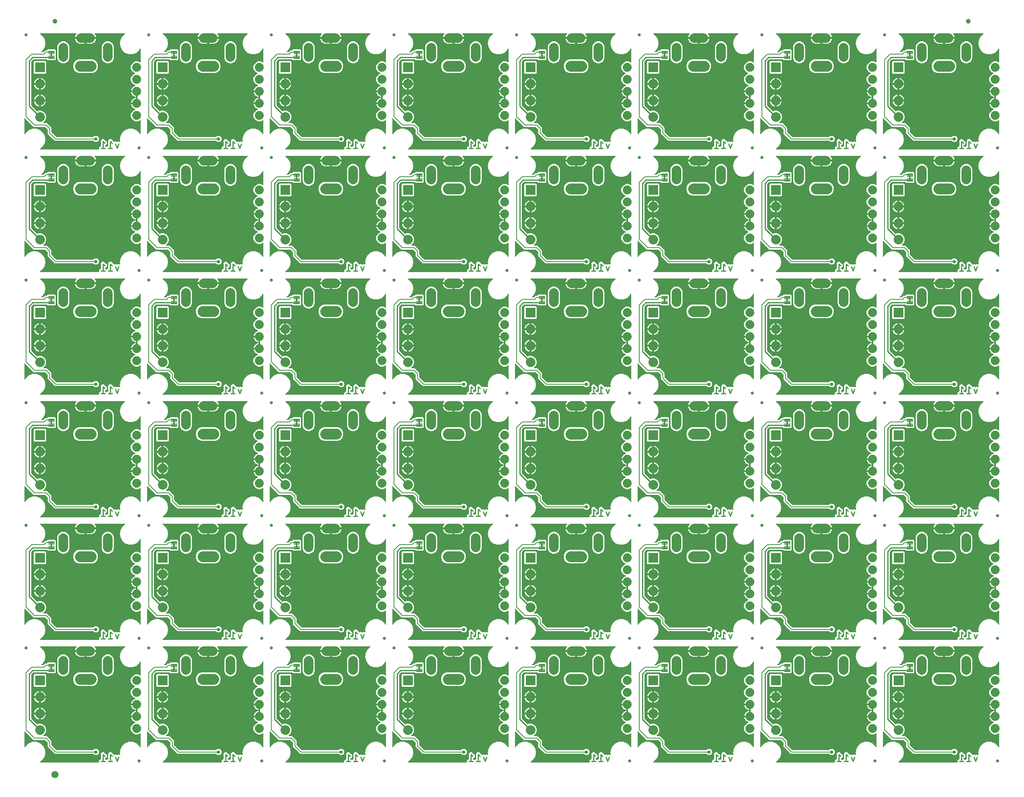
<source format=gbl>
G04 EAGLE Gerber RS-274X export*
G75*
%MOMM*%
%FSLAX34Y34*%
%LPD*%
%INBottom Copper*%
%IPPOS*%
%AMOC8*
5,1,8,0,0,1.08239X$1,22.5*%
G01*
%ADD10C,0.279400*%
%ADD11C,0.635000*%
%ADD12C,0.099059*%
%ADD13C,1.879600*%
%ADD14R,2.032000X2.032000*%
%ADD15C,2.032000*%
%ADD16C,2.000000*%
%ADD17C,2.300000*%
%ADD18C,1.000000*%
%ADD19C,1.500000*%
%ADD20C,0.736600*%
%ADD21C,0.705600*%
%ADD22C,0.203200*%
%ADD23C,0.254000*%

G36*
X1714958Y1299473D02*
X1714958Y1299473D01*
X1715016Y1299471D01*
X1715098Y1299493D01*
X1715181Y1299505D01*
X1715235Y1299528D01*
X1715291Y1299543D01*
X1715364Y1299586D01*
X1715441Y1299621D01*
X1715485Y1299659D01*
X1715536Y1299688D01*
X1715593Y1299750D01*
X1715658Y1299804D01*
X1715690Y1299853D01*
X1715730Y1299896D01*
X1715768Y1299971D01*
X1715815Y1300041D01*
X1715833Y1300097D01*
X1715859Y1300149D01*
X1715871Y1300217D01*
X1715901Y1300312D01*
X1715904Y1300412D01*
X1715915Y1300480D01*
X1715915Y1303719D01*
X1718519Y1306323D01*
X1719063Y1306323D01*
X1719120Y1306331D01*
X1719179Y1306329D01*
X1719260Y1306351D01*
X1719344Y1306363D01*
X1719397Y1306386D01*
X1719454Y1306401D01*
X1719526Y1306444D01*
X1719603Y1306479D01*
X1719648Y1306517D01*
X1719698Y1306546D01*
X1719756Y1306608D01*
X1719820Y1306662D01*
X1719853Y1306711D01*
X1719893Y1306754D01*
X1719931Y1306829D01*
X1719978Y1306899D01*
X1719996Y1306955D01*
X1720022Y1307007D01*
X1720034Y1307075D01*
X1720064Y1307170D01*
X1720066Y1307270D01*
X1720078Y1307338D01*
X1720078Y1316561D01*
X1720069Y1316624D01*
X1720072Y1316673D01*
X1719901Y1318210D01*
X1719942Y1318290D01*
X1719959Y1318316D01*
X1719961Y1318323D01*
X1720000Y1318389D01*
X1720008Y1318420D01*
X1720022Y1318448D01*
X1720035Y1318525D01*
X1720071Y1318664D01*
X1720070Y1318697D01*
X1721166Y1319793D01*
X1721204Y1319844D01*
X1721241Y1319876D01*
X1722207Y1321084D01*
X1722296Y1321113D01*
X1722404Y1321141D01*
X1722431Y1321157D01*
X1722461Y1321166D01*
X1722525Y1321212D01*
X1722649Y1321285D01*
X1722672Y1321309D01*
X1724221Y1321309D01*
X1724284Y1321318D01*
X1724333Y1321315D01*
X1725870Y1321486D01*
X1725954Y1321443D01*
X1726050Y1321386D01*
X1726080Y1321379D01*
X1726108Y1321364D01*
X1726185Y1321351D01*
X1726325Y1321315D01*
X1726358Y1321316D01*
X1727453Y1320220D01*
X1727504Y1320182D01*
X1727537Y1320146D01*
X1732901Y1315854D01*
X1733308Y1312193D01*
X1731007Y1309318D01*
X1729872Y1309191D01*
X1729870Y1309191D01*
X1729868Y1309191D01*
X1729733Y1309156D01*
X1729597Y1309121D01*
X1729595Y1309120D01*
X1729593Y1309119D01*
X1729476Y1309050D01*
X1729352Y1308977D01*
X1729351Y1308975D01*
X1729349Y1308974D01*
X1729254Y1308873D01*
X1729157Y1308770D01*
X1729156Y1308768D01*
X1729154Y1308767D01*
X1729090Y1308642D01*
X1729026Y1308518D01*
X1729026Y1308515D01*
X1729025Y1308513D01*
X1729021Y1308494D01*
X1728971Y1308239D01*
X1728973Y1308208D01*
X1728969Y1308182D01*
X1728969Y1307338D01*
X1728977Y1307280D01*
X1728976Y1307222D01*
X1728997Y1307140D01*
X1729009Y1307056D01*
X1729033Y1307003D01*
X1729048Y1306947D01*
X1729091Y1306874D01*
X1729125Y1306797D01*
X1729163Y1306752D01*
X1729193Y1306702D01*
X1729255Y1306644D01*
X1729309Y1306580D01*
X1729358Y1306548D01*
X1729400Y1306508D01*
X1729475Y1306469D01*
X1729546Y1306422D01*
X1729601Y1306405D01*
X1729653Y1306378D01*
X1729721Y1306367D01*
X1729817Y1306337D01*
X1729916Y1306334D01*
X1729984Y1306323D01*
X1730528Y1306323D01*
X1731621Y1305229D01*
X1731668Y1305194D01*
X1731708Y1305152D01*
X1731781Y1305109D01*
X1731848Y1305058D01*
X1731903Y1305038D01*
X1731954Y1305008D01*
X1732035Y1304987D01*
X1732114Y1304957D01*
X1732172Y1304952D01*
X1732229Y1304938D01*
X1732313Y1304941D01*
X1732397Y1304934D01*
X1732455Y1304945D01*
X1732513Y1304947D01*
X1732593Y1304973D01*
X1732676Y1304989D01*
X1732728Y1305016D01*
X1732784Y1305034D01*
X1732840Y1305075D01*
X1732928Y1305120D01*
X1733001Y1305189D01*
X1733057Y1305229D01*
X1734150Y1306323D01*
X1734694Y1306323D01*
X1734752Y1306331D01*
X1734810Y1306329D01*
X1734892Y1306351D01*
X1734975Y1306363D01*
X1735029Y1306386D01*
X1735085Y1306401D01*
X1735158Y1306444D01*
X1735235Y1306479D01*
X1735279Y1306517D01*
X1735330Y1306546D01*
X1735387Y1306608D01*
X1735452Y1306662D01*
X1735484Y1306711D01*
X1735524Y1306754D01*
X1735562Y1306829D01*
X1735609Y1306899D01*
X1735627Y1306955D01*
X1735653Y1307007D01*
X1735665Y1307075D01*
X1735695Y1307170D01*
X1735698Y1307270D01*
X1735709Y1307338D01*
X1735709Y1316561D01*
X1735700Y1316624D01*
X1735703Y1316673D01*
X1735532Y1318210D01*
X1735573Y1318290D01*
X1735590Y1318316D01*
X1735592Y1318323D01*
X1735631Y1318389D01*
X1735639Y1318420D01*
X1735653Y1318448D01*
X1735666Y1318525D01*
X1735703Y1318664D01*
X1735702Y1318697D01*
X1736797Y1319793D01*
X1736836Y1319844D01*
X1736872Y1319876D01*
X1737838Y1321084D01*
X1737927Y1321113D01*
X1738035Y1321141D01*
X1738062Y1321157D01*
X1738092Y1321166D01*
X1738156Y1321212D01*
X1738280Y1321285D01*
X1738303Y1321309D01*
X1739852Y1321309D01*
X1739916Y1321318D01*
X1739964Y1321315D01*
X1741502Y1321486D01*
X1741585Y1321443D01*
X1741681Y1321386D01*
X1741711Y1321379D01*
X1741739Y1321364D01*
X1741817Y1321351D01*
X1741956Y1321315D01*
X1741989Y1321316D01*
X1743084Y1320220D01*
X1743135Y1320182D01*
X1743168Y1320146D01*
X1748178Y1316138D01*
X1748223Y1316111D01*
X1748262Y1316077D01*
X1748345Y1316039D01*
X1748422Y1315993D01*
X1748473Y1315980D01*
X1748520Y1315958D01*
X1748610Y1315944D01*
X1748698Y1315922D01*
X1748750Y1315923D01*
X1748801Y1315915D01*
X1748873Y1315927D01*
X1748982Y1315930D01*
X1749069Y1315957D01*
X1749133Y1315967D01*
X1751234Y1316668D01*
X1753769Y1315400D01*
X1753785Y1315395D01*
X1753799Y1315385D01*
X1753920Y1315350D01*
X1754038Y1315310D01*
X1754055Y1315309D01*
X1754072Y1315304D01*
X1754198Y1315303D01*
X1754322Y1315298D01*
X1754339Y1315302D01*
X1754356Y1315302D01*
X1754424Y1315322D01*
X1754599Y1315365D01*
X1754640Y1315389D01*
X1754677Y1315400D01*
X1757212Y1316668D01*
X1759464Y1315917D01*
X1759489Y1315912D01*
X1759512Y1315902D01*
X1759628Y1315887D01*
X1759743Y1315866D01*
X1759768Y1315868D01*
X1759793Y1315865D01*
X1759909Y1315882D01*
X1760026Y1315894D01*
X1760050Y1315903D01*
X1760075Y1315907D01*
X1760181Y1315956D01*
X1760290Y1316000D01*
X1760310Y1316015D01*
X1760333Y1316026D01*
X1760422Y1316102D01*
X1760515Y1316174D01*
X1760529Y1316195D01*
X1760548Y1316211D01*
X1760613Y1316309D01*
X1760682Y1316404D01*
X1760690Y1316428D01*
X1760704Y1316449D01*
X1760738Y1316561D01*
X1760778Y1316672D01*
X1760780Y1316697D01*
X1760787Y1316721D01*
X1760787Y1316798D01*
X1760797Y1316955D01*
X1760785Y1317012D01*
X1760785Y1317056D01*
X1760125Y1320800D01*
X1761509Y1328651D01*
X1765495Y1335556D01*
X1771602Y1340680D01*
X1779094Y1343407D01*
X1787066Y1343407D01*
X1794558Y1340680D01*
X1800665Y1335556D01*
X1802521Y1332341D01*
X1802533Y1332326D01*
X1802541Y1332308D01*
X1802620Y1332214D01*
X1802696Y1332117D01*
X1802712Y1332106D01*
X1802725Y1332091D01*
X1802827Y1332022D01*
X1802926Y1331951D01*
X1802945Y1331944D01*
X1802961Y1331933D01*
X1803079Y1331896D01*
X1803194Y1331854D01*
X1803214Y1331853D01*
X1803232Y1331847D01*
X1803355Y1331844D01*
X1803478Y1331836D01*
X1803497Y1331841D01*
X1803516Y1331840D01*
X1803635Y1331871D01*
X1803755Y1331898D01*
X1803773Y1331907D01*
X1803791Y1331912D01*
X1803897Y1331974D01*
X1804005Y1332033D01*
X1804019Y1332047D01*
X1804036Y1332057D01*
X1804120Y1332147D01*
X1804207Y1332233D01*
X1804217Y1332250D01*
X1804230Y1332264D01*
X1804286Y1332374D01*
X1804346Y1332481D01*
X1804351Y1332500D01*
X1804360Y1332518D01*
X1804372Y1332590D01*
X1804411Y1332758D01*
X1804409Y1332809D01*
X1804415Y1332849D01*
X1804415Y1360185D01*
X1804399Y1360299D01*
X1804389Y1360413D01*
X1804379Y1360439D01*
X1804375Y1360467D01*
X1804328Y1360572D01*
X1804287Y1360679D01*
X1804271Y1360701D01*
X1804259Y1360726D01*
X1804185Y1360814D01*
X1804116Y1360905D01*
X1804093Y1360922D01*
X1804076Y1360943D01*
X1803980Y1361007D01*
X1803888Y1361075D01*
X1803862Y1361085D01*
X1803839Y1361101D01*
X1803729Y1361135D01*
X1803622Y1361176D01*
X1803594Y1361178D01*
X1803568Y1361186D01*
X1803453Y1361189D01*
X1803339Y1361199D01*
X1803314Y1361193D01*
X1803284Y1361194D01*
X1803027Y1361127D01*
X1803011Y1361123D01*
X1798256Y1359153D01*
X1793304Y1359153D01*
X1788729Y1361048D01*
X1785228Y1364549D01*
X1783333Y1369124D01*
X1783333Y1374076D01*
X1785228Y1378651D01*
X1788729Y1382152D01*
X1792391Y1383669D01*
X1792451Y1383704D01*
X1792515Y1383730D01*
X1792573Y1383776D01*
X1792636Y1383813D01*
X1792684Y1383863D01*
X1792738Y1383906D01*
X1792781Y1383966D01*
X1792831Y1384020D01*
X1792863Y1384081D01*
X1792903Y1384138D01*
X1792928Y1384207D01*
X1792962Y1384273D01*
X1792975Y1384340D01*
X1792998Y1384406D01*
X1793002Y1384479D01*
X1793017Y1384552D01*
X1793011Y1384620D01*
X1793015Y1384689D01*
X1792999Y1384761D01*
X1792992Y1384835D01*
X1792967Y1384899D01*
X1792952Y1384967D01*
X1792917Y1385031D01*
X1792890Y1385100D01*
X1792849Y1385155D01*
X1792815Y1385216D01*
X1792763Y1385268D01*
X1792719Y1385327D01*
X1792663Y1385368D01*
X1792614Y1385417D01*
X1792559Y1385446D01*
X1792491Y1385497D01*
X1792383Y1385538D01*
X1792317Y1385572D01*
X1791197Y1385936D01*
X1789523Y1386789D01*
X1788002Y1387894D01*
X1786674Y1389222D01*
X1785569Y1390743D01*
X1784716Y1392417D01*
X1784135Y1394204D01*
X1784014Y1394969D01*
X1794764Y1394969D01*
X1794822Y1394977D01*
X1794880Y1394975D01*
X1794962Y1394997D01*
X1795045Y1395009D01*
X1795099Y1395033D01*
X1795155Y1395047D01*
X1795228Y1395090D01*
X1795305Y1395125D01*
X1795349Y1395163D01*
X1795400Y1395193D01*
X1795457Y1395254D01*
X1795522Y1395309D01*
X1795554Y1395357D01*
X1795594Y1395400D01*
X1795633Y1395475D01*
X1795679Y1395545D01*
X1795697Y1395601D01*
X1795724Y1395653D01*
X1795735Y1395721D01*
X1795765Y1395816D01*
X1795768Y1395916D01*
X1795779Y1395984D01*
X1795779Y1397001D01*
X1796796Y1397001D01*
X1796854Y1397009D01*
X1796912Y1397008D01*
X1796994Y1397029D01*
X1797077Y1397041D01*
X1797131Y1397065D01*
X1797187Y1397079D01*
X1797260Y1397122D01*
X1797337Y1397157D01*
X1797382Y1397195D01*
X1797432Y1397225D01*
X1797490Y1397286D01*
X1797554Y1397341D01*
X1797586Y1397389D01*
X1797626Y1397432D01*
X1797665Y1397507D01*
X1797711Y1397577D01*
X1797729Y1397633D01*
X1797756Y1397685D01*
X1797767Y1397753D01*
X1797797Y1397848D01*
X1797800Y1397948D01*
X1797811Y1398016D01*
X1797811Y1421384D01*
X1797803Y1421442D01*
X1797805Y1421500D01*
X1797783Y1421582D01*
X1797771Y1421665D01*
X1797747Y1421719D01*
X1797733Y1421775D01*
X1797690Y1421848D01*
X1797655Y1421925D01*
X1797617Y1421969D01*
X1797587Y1422020D01*
X1797526Y1422077D01*
X1797471Y1422142D01*
X1797423Y1422174D01*
X1797380Y1422214D01*
X1797305Y1422253D01*
X1797235Y1422299D01*
X1797179Y1422317D01*
X1797127Y1422344D01*
X1797059Y1422355D01*
X1796964Y1422385D01*
X1796864Y1422388D01*
X1796796Y1422399D01*
X1795779Y1422399D01*
X1795779Y1423416D01*
X1795771Y1423474D01*
X1795772Y1423532D01*
X1795751Y1423614D01*
X1795739Y1423697D01*
X1795715Y1423751D01*
X1795701Y1423807D01*
X1795658Y1423880D01*
X1795623Y1423957D01*
X1795585Y1424002D01*
X1795555Y1424052D01*
X1795494Y1424110D01*
X1795439Y1424174D01*
X1795391Y1424206D01*
X1795348Y1424246D01*
X1795273Y1424285D01*
X1795203Y1424331D01*
X1795147Y1424349D01*
X1795095Y1424376D01*
X1795027Y1424387D01*
X1794932Y1424417D01*
X1794832Y1424420D01*
X1794764Y1424431D01*
X1784014Y1424431D01*
X1784135Y1425196D01*
X1784716Y1426983D01*
X1785569Y1428657D01*
X1786674Y1430178D01*
X1788002Y1431506D01*
X1789523Y1432611D01*
X1791197Y1433464D01*
X1792317Y1433828D01*
X1792379Y1433858D01*
X1792445Y1433879D01*
X1792506Y1433920D01*
X1792572Y1433953D01*
X1792623Y1433999D01*
X1792681Y1434038D01*
X1792728Y1434094D01*
X1792783Y1434143D01*
X1792819Y1434202D01*
X1792864Y1434255D01*
X1792894Y1434322D01*
X1792933Y1434385D01*
X1792951Y1434452D01*
X1792979Y1434515D01*
X1792989Y1434588D01*
X1793009Y1434659D01*
X1793009Y1434728D01*
X1793018Y1434797D01*
X1793008Y1434869D01*
X1793007Y1434943D01*
X1792987Y1435010D01*
X1792978Y1435078D01*
X1792947Y1435145D01*
X1792926Y1435216D01*
X1792889Y1435274D01*
X1792860Y1435337D01*
X1792813Y1435393D01*
X1792773Y1435455D01*
X1792721Y1435501D01*
X1792676Y1435553D01*
X1792623Y1435586D01*
X1792559Y1435643D01*
X1792455Y1435692D01*
X1792391Y1435731D01*
X1788729Y1437248D01*
X1785228Y1440749D01*
X1783333Y1445324D01*
X1783333Y1450276D01*
X1785228Y1454851D01*
X1788729Y1458352D01*
X1791651Y1459562D01*
X1791676Y1459577D01*
X1791704Y1459586D01*
X1791799Y1459649D01*
X1791896Y1459707D01*
X1791916Y1459728D01*
X1791941Y1459744D01*
X1792014Y1459831D01*
X1792091Y1459913D01*
X1792105Y1459939D01*
X1792124Y1459962D01*
X1792170Y1460065D01*
X1792221Y1460166D01*
X1792227Y1460195D01*
X1792239Y1460222D01*
X1792255Y1460334D01*
X1792276Y1460445D01*
X1792274Y1460474D01*
X1792278Y1460503D01*
X1792262Y1460615D01*
X1792252Y1460728D01*
X1792241Y1460755D01*
X1792237Y1460785D01*
X1792191Y1460888D01*
X1792150Y1460993D01*
X1792132Y1461017D01*
X1792120Y1461044D01*
X1792047Y1461130D01*
X1791978Y1461220D01*
X1791955Y1461238D01*
X1791936Y1461260D01*
X1791869Y1461302D01*
X1791751Y1461390D01*
X1791692Y1461412D01*
X1791651Y1461438D01*
X1788729Y1462648D01*
X1785228Y1466149D01*
X1783333Y1470724D01*
X1783333Y1475676D01*
X1785228Y1480251D01*
X1788729Y1483752D01*
X1793304Y1485647D01*
X1798256Y1485647D01*
X1803011Y1483677D01*
X1803123Y1483648D01*
X1803232Y1483614D01*
X1803260Y1483613D01*
X1803287Y1483606D01*
X1803401Y1483609D01*
X1803516Y1483606D01*
X1803543Y1483613D01*
X1803571Y1483614D01*
X1803680Y1483649D01*
X1803791Y1483678D01*
X1803815Y1483692D01*
X1803842Y1483701D01*
X1803937Y1483765D01*
X1804036Y1483823D01*
X1804055Y1483844D01*
X1804078Y1483859D01*
X1804152Y1483947D01*
X1804230Y1484031D01*
X1804243Y1484055D01*
X1804261Y1484077D01*
X1804307Y1484181D01*
X1804360Y1484284D01*
X1804364Y1484308D01*
X1804376Y1484336D01*
X1804413Y1484600D01*
X1804415Y1484615D01*
X1804415Y1511951D01*
X1804413Y1511971D01*
X1804415Y1511990D01*
X1804393Y1512111D01*
X1804375Y1512233D01*
X1804367Y1512251D01*
X1804364Y1512270D01*
X1804309Y1512380D01*
X1804259Y1512492D01*
X1804247Y1512507D01*
X1804238Y1512525D01*
X1804155Y1512616D01*
X1804076Y1512709D01*
X1804059Y1512720D01*
X1804046Y1512735D01*
X1803941Y1512799D01*
X1803839Y1512867D01*
X1803820Y1512873D01*
X1803804Y1512883D01*
X1803685Y1512916D01*
X1803568Y1512953D01*
X1803548Y1512953D01*
X1803529Y1512958D01*
X1803407Y1512957D01*
X1803284Y1512960D01*
X1803265Y1512955D01*
X1803245Y1512955D01*
X1803127Y1512919D01*
X1803009Y1512888D01*
X1802992Y1512878D01*
X1802973Y1512872D01*
X1802870Y1512806D01*
X1802764Y1512743D01*
X1802751Y1512729D01*
X1802734Y1512718D01*
X1802688Y1512661D01*
X1802570Y1512536D01*
X1802546Y1512490D01*
X1802521Y1512459D01*
X1800665Y1509244D01*
X1794558Y1504120D01*
X1787066Y1501393D01*
X1779094Y1501393D01*
X1771602Y1504120D01*
X1765495Y1509244D01*
X1761509Y1516149D01*
X1760125Y1524000D01*
X1761509Y1531851D01*
X1765495Y1538755D01*
X1771200Y1543542D01*
X1771249Y1543597D01*
X1771305Y1543645D01*
X1771344Y1543702D01*
X1771390Y1543754D01*
X1771422Y1543820D01*
X1771463Y1543881D01*
X1771484Y1543947D01*
X1771514Y1544010D01*
X1771526Y1544082D01*
X1771548Y1544152D01*
X1771550Y1544221D01*
X1771562Y1544290D01*
X1771554Y1544363D01*
X1771556Y1544436D01*
X1771538Y1544503D01*
X1771531Y1544572D01*
X1771503Y1544640D01*
X1771484Y1544711D01*
X1771449Y1544771D01*
X1771422Y1544835D01*
X1771376Y1544893D01*
X1771339Y1544956D01*
X1771288Y1545003D01*
X1771245Y1545057D01*
X1771185Y1545100D01*
X1771131Y1545150D01*
X1771070Y1545182D01*
X1771013Y1545222D01*
X1770944Y1545246D01*
X1770878Y1545280D01*
X1770820Y1545290D01*
X1770745Y1545316D01*
X1770623Y1545323D01*
X1770547Y1545335D01*
X1708111Y1545335D01*
X1708082Y1545331D01*
X1708052Y1545334D01*
X1707941Y1545311D01*
X1707830Y1545295D01*
X1707803Y1545283D01*
X1707774Y1545278D01*
X1707673Y1545226D01*
X1707570Y1545179D01*
X1707548Y1545160D01*
X1707521Y1545147D01*
X1707440Y1545069D01*
X1707353Y1544996D01*
X1707337Y1544971D01*
X1707315Y1544951D01*
X1707258Y1544853D01*
X1707196Y1544759D01*
X1707187Y1544731D01*
X1707172Y1544705D01*
X1707144Y1544596D01*
X1707110Y1544488D01*
X1707109Y1544458D01*
X1707102Y1544430D01*
X1707105Y1544317D01*
X1707102Y1544204D01*
X1707110Y1544175D01*
X1707111Y1544146D01*
X1707146Y1544038D01*
X1707174Y1543929D01*
X1707189Y1543903D01*
X1707198Y1543875D01*
X1707244Y1543811D01*
X1707320Y1543684D01*
X1707365Y1543641D01*
X1707393Y1543602D01*
X1707396Y1543600D01*
X1708556Y1542003D01*
X1709452Y1540244D01*
X1710062Y1538367D01*
X1710205Y1537461D01*
X1688846Y1537461D01*
X1688788Y1537453D01*
X1688730Y1537455D01*
X1688648Y1537433D01*
X1688565Y1537421D01*
X1688511Y1537397D01*
X1688455Y1537383D01*
X1688382Y1537340D01*
X1688305Y1537305D01*
X1688261Y1537267D01*
X1688210Y1537237D01*
X1688153Y1537176D01*
X1688088Y1537121D01*
X1688056Y1537073D01*
X1688016Y1537030D01*
X1687977Y1536955D01*
X1687931Y1536885D01*
X1687913Y1536829D01*
X1687886Y1536777D01*
X1687875Y1536709D01*
X1687845Y1536614D01*
X1687842Y1536514D01*
X1687831Y1536446D01*
X1687831Y1535429D01*
X1687829Y1535429D01*
X1687829Y1536446D01*
X1687821Y1536504D01*
X1687822Y1536562D01*
X1687801Y1536644D01*
X1687789Y1536727D01*
X1687765Y1536781D01*
X1687751Y1536837D01*
X1687708Y1536910D01*
X1687673Y1536987D01*
X1687635Y1537032D01*
X1687605Y1537082D01*
X1687544Y1537140D01*
X1687489Y1537204D01*
X1687441Y1537236D01*
X1687398Y1537276D01*
X1687323Y1537315D01*
X1687253Y1537361D01*
X1687197Y1537379D01*
X1687145Y1537406D01*
X1687077Y1537417D01*
X1686982Y1537447D01*
X1686882Y1537450D01*
X1686814Y1537461D01*
X1665455Y1537461D01*
X1665598Y1538367D01*
X1666208Y1540244D01*
X1667104Y1542003D01*
X1668264Y1543600D01*
X1668267Y1543602D01*
X1668284Y1543625D01*
X1668307Y1543645D01*
X1668370Y1543739D01*
X1668438Y1543829D01*
X1668448Y1543857D01*
X1668464Y1543881D01*
X1668499Y1543989D01*
X1668539Y1544095D01*
X1668541Y1544124D01*
X1668550Y1544152D01*
X1668553Y1544265D01*
X1668563Y1544378D01*
X1668557Y1544407D01*
X1668558Y1544436D01*
X1668529Y1544546D01*
X1668507Y1544657D01*
X1668493Y1544683D01*
X1668486Y1544711D01*
X1668428Y1544809D01*
X1668376Y1544909D01*
X1668356Y1544930D01*
X1668340Y1544956D01*
X1668258Y1545033D01*
X1668180Y1545115D01*
X1668155Y1545130D01*
X1668133Y1545150D01*
X1668032Y1545202D01*
X1667935Y1545259D01*
X1667906Y1545266D01*
X1667880Y1545280D01*
X1667803Y1545293D01*
X1667659Y1545329D01*
X1667597Y1545327D01*
X1667549Y1545335D01*
X1592413Y1545335D01*
X1592340Y1545325D01*
X1592266Y1545325D01*
X1592200Y1545305D01*
X1592131Y1545295D01*
X1592064Y1545265D01*
X1591994Y1545245D01*
X1591935Y1545208D01*
X1591872Y1545179D01*
X1591816Y1545132D01*
X1591754Y1545092D01*
X1591708Y1545040D01*
X1591655Y1544996D01*
X1591614Y1544934D01*
X1591565Y1544879D01*
X1591536Y1544817D01*
X1591497Y1544759D01*
X1591475Y1544689D01*
X1591444Y1544622D01*
X1591432Y1544554D01*
X1591412Y1544488D01*
X1591410Y1544414D01*
X1591398Y1544342D01*
X1591406Y1544273D01*
X1591404Y1544204D01*
X1591423Y1544133D01*
X1591432Y1544059D01*
X1591459Y1543996D01*
X1591476Y1543929D01*
X1591514Y1543865D01*
X1591542Y1543798D01*
X1591581Y1543753D01*
X1591621Y1543684D01*
X1591711Y1543600D01*
X1591760Y1543542D01*
X1597465Y1538756D01*
X1601451Y1531851D01*
X1602835Y1524000D01*
X1601451Y1516149D01*
X1597465Y1509245D01*
X1594787Y1506998D01*
X1594738Y1506943D01*
X1594682Y1506895D01*
X1594644Y1506838D01*
X1594597Y1506786D01*
X1594565Y1506720D01*
X1594524Y1506659D01*
X1594503Y1506593D01*
X1594473Y1506530D01*
X1594461Y1506458D01*
X1594439Y1506388D01*
X1594437Y1506319D01*
X1594425Y1506250D01*
X1594433Y1506177D01*
X1594431Y1506104D01*
X1594449Y1506037D01*
X1594456Y1505968D01*
X1594485Y1505900D01*
X1594503Y1505829D01*
X1594538Y1505769D01*
X1594565Y1505705D01*
X1594611Y1505647D01*
X1594648Y1505584D01*
X1594699Y1505537D01*
X1594742Y1505483D01*
X1594802Y1505440D01*
X1594856Y1505390D01*
X1594917Y1505358D01*
X1594974Y1505318D01*
X1595043Y1505294D01*
X1595109Y1505260D01*
X1595167Y1505250D01*
X1595242Y1505224D01*
X1595364Y1505217D01*
X1595440Y1505205D01*
X1598096Y1505205D01*
X1598182Y1505217D01*
X1598270Y1505220D01*
X1598322Y1505237D01*
X1598377Y1505245D01*
X1598457Y1505280D01*
X1598540Y1505307D01*
X1598580Y1505335D01*
X1598637Y1505361D01*
X1598750Y1505457D01*
X1598814Y1505502D01*
X1602453Y1509142D01*
X1605411Y1509142D01*
X1605497Y1509154D01*
X1605585Y1509157D01*
X1605638Y1509174D01*
X1605692Y1509182D01*
X1605772Y1509217D01*
X1605855Y1509244D01*
X1605895Y1509272D01*
X1605952Y1509298D01*
X1606065Y1509394D01*
X1606129Y1509439D01*
X1608117Y1511428D01*
X1622763Y1511428D01*
X1624839Y1509352D01*
X1624839Y1500802D01*
X1624624Y1500588D01*
X1624589Y1500541D01*
X1624547Y1500501D01*
X1624504Y1500428D01*
X1624453Y1500361D01*
X1624433Y1500306D01*
X1624403Y1500256D01*
X1624382Y1500174D01*
X1624352Y1500095D01*
X1624347Y1500037D01*
X1624333Y1499980D01*
X1624336Y1499896D01*
X1624329Y1499812D01*
X1624340Y1499754D01*
X1624342Y1499696D01*
X1624368Y1499616D01*
X1624385Y1499533D01*
X1624411Y1499481D01*
X1624429Y1499425D01*
X1624469Y1499369D01*
X1624515Y1499281D01*
X1624584Y1499208D01*
X1624624Y1499152D01*
X1624839Y1498938D01*
X1624839Y1490388D01*
X1622763Y1488312D01*
X1608117Y1488312D01*
X1606383Y1490047D01*
X1606313Y1490099D01*
X1606249Y1490159D01*
X1606200Y1490185D01*
X1606155Y1490218D01*
X1606074Y1490249D01*
X1605996Y1490289D01*
X1605948Y1490297D01*
X1605890Y1490319D01*
X1605742Y1490331D01*
X1605665Y1490344D01*
X1578152Y1490344D01*
X1578066Y1490332D01*
X1577978Y1490329D01*
X1577926Y1490312D01*
X1577871Y1490304D01*
X1577791Y1490269D01*
X1577708Y1490242D01*
X1577669Y1490214D01*
X1577612Y1490188D01*
X1577498Y1490092D01*
X1577435Y1490047D01*
X1573066Y1485678D01*
X1573014Y1485609D01*
X1572954Y1485545D01*
X1572928Y1485495D01*
X1572895Y1485451D01*
X1572864Y1485370D01*
X1572824Y1485292D01*
X1572816Y1485244D01*
X1572794Y1485186D01*
X1572782Y1485038D01*
X1572769Y1484961D01*
X1572769Y1393269D01*
X1572781Y1393183D01*
X1572784Y1393095D01*
X1572801Y1393043D01*
X1572809Y1392988D01*
X1572844Y1392908D01*
X1572871Y1392825D01*
X1572899Y1392786D01*
X1572925Y1392729D01*
X1573021Y1392615D01*
X1573066Y1392552D01*
X1585040Y1380578D01*
X1585041Y1380577D01*
X1585042Y1380576D01*
X1585155Y1380491D01*
X1585267Y1380407D01*
X1585268Y1380407D01*
X1585269Y1380406D01*
X1585401Y1380356D01*
X1585532Y1380306D01*
X1585534Y1380306D01*
X1585535Y1380305D01*
X1585680Y1380294D01*
X1585816Y1380282D01*
X1585817Y1380283D01*
X1585819Y1380283D01*
X1585834Y1380286D01*
X1586094Y1380338D01*
X1586122Y1380352D01*
X1586146Y1380358D01*
X1588683Y1381409D01*
X1593937Y1381409D01*
X1598792Y1379398D01*
X1602508Y1375682D01*
X1604519Y1370827D01*
X1604519Y1365573D01*
X1602508Y1360718D01*
X1598868Y1357078D01*
X1598850Y1357054D01*
X1598828Y1357035D01*
X1598765Y1356941D01*
X1598697Y1356851D01*
X1598686Y1356823D01*
X1598670Y1356799D01*
X1598636Y1356691D01*
X1598596Y1356585D01*
X1598593Y1356556D01*
X1598584Y1356528D01*
X1598582Y1356414D01*
X1598572Y1356302D01*
X1598578Y1356273D01*
X1598577Y1356244D01*
X1598606Y1356134D01*
X1598628Y1356023D01*
X1598642Y1355997D01*
X1598649Y1355969D01*
X1598707Y1355871D01*
X1598759Y1355771D01*
X1598779Y1355749D01*
X1598794Y1355724D01*
X1598877Y1355647D01*
X1598955Y1355565D01*
X1598980Y1355550D01*
X1599002Y1355530D01*
X1599102Y1355478D01*
X1599200Y1355421D01*
X1599229Y1355414D01*
X1599255Y1355400D01*
X1599332Y1355387D01*
X1599476Y1355351D01*
X1599538Y1355353D01*
X1599586Y1355345D01*
X1605694Y1355345D01*
X1613016Y1348022D01*
X1613017Y1348022D01*
X1615695Y1345344D01*
X1615695Y1336874D01*
X1615707Y1336788D01*
X1615710Y1336700D01*
X1615727Y1336647D01*
X1615735Y1336593D01*
X1615770Y1336513D01*
X1615797Y1336430D01*
X1615825Y1336390D01*
X1615851Y1336333D01*
X1615947Y1336220D01*
X1615992Y1336156D01*
X1625716Y1326432D01*
X1625786Y1326380D01*
X1625850Y1326320D01*
X1625899Y1326294D01*
X1625943Y1326261D01*
X1626025Y1326230D01*
X1626103Y1326190D01*
X1626151Y1326182D01*
X1626209Y1326160D01*
X1626357Y1326148D01*
X1626434Y1326135D01*
X1703544Y1326135D01*
X1703631Y1326147D01*
X1703718Y1326150D01*
X1703771Y1326167D01*
X1703826Y1326175D01*
X1703905Y1326210D01*
X1703989Y1326237D01*
X1704028Y1326265D01*
X1704085Y1326291D01*
X1704198Y1326387D01*
X1704262Y1326432D01*
X1705607Y1327777D01*
X1708081Y1328802D01*
X1710759Y1328802D01*
X1713233Y1327777D01*
X1715127Y1325883D01*
X1716152Y1323409D01*
X1716152Y1320731D01*
X1715127Y1318257D01*
X1713233Y1316363D01*
X1710759Y1315338D01*
X1708081Y1315338D01*
X1705607Y1316363D01*
X1704262Y1317708D01*
X1704192Y1317760D01*
X1704128Y1317820D01*
X1704079Y1317846D01*
X1704035Y1317879D01*
X1703953Y1317910D01*
X1703875Y1317950D01*
X1703828Y1317958D01*
X1703769Y1317980D01*
X1703621Y1317992D01*
X1703544Y1318005D01*
X1622646Y1318005D01*
X1619968Y1320684D01*
X1610244Y1330408D01*
X1607565Y1333086D01*
X1607565Y1341556D01*
X1607553Y1341642D01*
X1607550Y1341730D01*
X1607533Y1341783D01*
X1607525Y1341837D01*
X1607490Y1341917D01*
X1607463Y1342000D01*
X1607435Y1342040D01*
X1607409Y1342097D01*
X1607313Y1342210D01*
X1607268Y1342274D01*
X1602624Y1346918D01*
X1602554Y1346970D01*
X1602490Y1347030D01*
X1602441Y1347056D01*
X1602396Y1347089D01*
X1602315Y1347120D01*
X1602237Y1347160D01*
X1602189Y1347168D01*
X1602131Y1347190D01*
X1601983Y1347202D01*
X1601906Y1347215D01*
X1578196Y1347215D01*
X1560278Y1365134D01*
X1560254Y1365151D01*
X1560235Y1365174D01*
X1560141Y1365237D01*
X1560051Y1365305D01*
X1560023Y1365315D01*
X1559999Y1365331D01*
X1559891Y1365366D01*
X1559785Y1365406D01*
X1559756Y1365408D01*
X1559728Y1365417D01*
X1559614Y1365420D01*
X1559502Y1365429D01*
X1559473Y1365424D01*
X1559444Y1365424D01*
X1559334Y1365396D01*
X1559223Y1365374D01*
X1559197Y1365360D01*
X1559169Y1365353D01*
X1559071Y1365295D01*
X1558971Y1365243D01*
X1558949Y1365222D01*
X1558924Y1365207D01*
X1558847Y1365125D01*
X1558765Y1365047D01*
X1558750Y1365021D01*
X1558730Y1365000D01*
X1558678Y1364899D01*
X1558621Y1364801D01*
X1558614Y1364773D01*
X1558600Y1364747D01*
X1558587Y1364670D01*
X1558551Y1364526D01*
X1558553Y1364463D01*
X1558545Y1364416D01*
X1558545Y1332849D01*
X1558547Y1332829D01*
X1558545Y1332810D01*
X1558567Y1332689D01*
X1558585Y1332567D01*
X1558593Y1332549D01*
X1558596Y1332530D01*
X1558651Y1332420D01*
X1558701Y1332308D01*
X1558713Y1332293D01*
X1558722Y1332275D01*
X1558805Y1332184D01*
X1558884Y1332091D01*
X1558901Y1332080D01*
X1558914Y1332065D01*
X1559019Y1332001D01*
X1559121Y1331933D01*
X1559140Y1331927D01*
X1559156Y1331917D01*
X1559275Y1331884D01*
X1559392Y1331847D01*
X1559412Y1331847D01*
X1559431Y1331842D01*
X1559553Y1331843D01*
X1559676Y1331840D01*
X1559695Y1331845D01*
X1559715Y1331845D01*
X1559833Y1331881D01*
X1559951Y1331912D01*
X1559968Y1331922D01*
X1559987Y1331928D01*
X1560090Y1331994D01*
X1560196Y1332057D01*
X1560209Y1332071D01*
X1560226Y1332082D01*
X1560272Y1332139D01*
X1560390Y1332264D01*
X1560414Y1332310D01*
X1560439Y1332341D01*
X1562295Y1335556D01*
X1568402Y1340680D01*
X1575894Y1343407D01*
X1583866Y1343407D01*
X1591358Y1340680D01*
X1597465Y1335556D01*
X1601451Y1328651D01*
X1602835Y1320800D01*
X1601451Y1312949D01*
X1597465Y1306045D01*
X1591760Y1301258D01*
X1591711Y1301203D01*
X1591655Y1301155D01*
X1591616Y1301098D01*
X1591570Y1301046D01*
X1591538Y1300980D01*
X1591497Y1300919D01*
X1591476Y1300853D01*
X1591446Y1300790D01*
X1591434Y1300718D01*
X1591412Y1300648D01*
X1591410Y1300579D01*
X1591398Y1300510D01*
X1591406Y1300437D01*
X1591404Y1300364D01*
X1591422Y1300297D01*
X1591429Y1300228D01*
X1591457Y1300160D01*
X1591476Y1300089D01*
X1591511Y1300029D01*
X1591538Y1299965D01*
X1591584Y1299907D01*
X1591621Y1299844D01*
X1591672Y1299797D01*
X1591715Y1299743D01*
X1591775Y1299700D01*
X1591829Y1299650D01*
X1591890Y1299618D01*
X1591947Y1299578D01*
X1592016Y1299554D01*
X1592082Y1299520D01*
X1592140Y1299510D01*
X1592215Y1299484D01*
X1592337Y1299477D01*
X1592413Y1299465D01*
X1714900Y1299465D01*
X1714958Y1299473D01*
G37*
G36*
X678638Y263153D02*
X678638Y263153D01*
X678696Y263151D01*
X678778Y263173D01*
X678861Y263185D01*
X678915Y263208D01*
X678971Y263223D01*
X679044Y263266D01*
X679121Y263301D01*
X679165Y263339D01*
X679216Y263368D01*
X679273Y263430D01*
X679338Y263484D01*
X679370Y263533D01*
X679410Y263576D01*
X679448Y263651D01*
X679495Y263721D01*
X679513Y263777D01*
X679539Y263829D01*
X679551Y263897D01*
X679581Y263992D01*
X679584Y264092D01*
X679595Y264160D01*
X679595Y267399D01*
X682199Y270003D01*
X682743Y270003D01*
X682800Y270011D01*
X682859Y270009D01*
X682940Y270031D01*
X683024Y270043D01*
X683077Y270066D01*
X683134Y270081D01*
X683206Y270124D01*
X683283Y270159D01*
X683328Y270197D01*
X683378Y270226D01*
X683436Y270288D01*
X683500Y270342D01*
X683533Y270391D01*
X683573Y270434D01*
X683611Y270509D01*
X683658Y270579D01*
X683676Y270635D01*
X683702Y270687D01*
X683714Y270755D01*
X683744Y270850D01*
X683746Y270950D01*
X683758Y271018D01*
X683758Y280241D01*
X683749Y280304D01*
X683752Y280353D01*
X683581Y281890D01*
X683622Y281970D01*
X683639Y281996D01*
X683641Y282003D01*
X683680Y282069D01*
X683688Y282100D01*
X683702Y282128D01*
X683715Y282205D01*
X683751Y282344D01*
X683750Y282377D01*
X684846Y283473D01*
X684884Y283524D01*
X684921Y283556D01*
X685887Y284764D01*
X685976Y284793D01*
X686084Y284821D01*
X686111Y284837D01*
X686141Y284846D01*
X686205Y284892D01*
X686329Y284965D01*
X686352Y284989D01*
X687901Y284989D01*
X687964Y284998D01*
X688013Y284995D01*
X689550Y285166D01*
X689634Y285123D01*
X689730Y285066D01*
X689760Y285059D01*
X689788Y285044D01*
X689865Y285031D01*
X690005Y284995D01*
X690038Y284996D01*
X691133Y283900D01*
X691184Y283862D01*
X691217Y283826D01*
X696581Y279534D01*
X696988Y275873D01*
X694687Y272998D01*
X693552Y272871D01*
X693550Y272871D01*
X693548Y272871D01*
X693413Y272836D01*
X693277Y272801D01*
X693275Y272800D01*
X693273Y272799D01*
X693156Y272730D01*
X693032Y272657D01*
X693031Y272655D01*
X693029Y272654D01*
X692934Y272553D01*
X692837Y272450D01*
X692836Y272448D01*
X692834Y272447D01*
X692770Y272322D01*
X692706Y272198D01*
X692706Y272195D01*
X692705Y272193D01*
X692701Y272174D01*
X692651Y271919D01*
X692653Y271888D01*
X692649Y271862D01*
X692649Y271018D01*
X692657Y270960D01*
X692656Y270902D01*
X692677Y270820D01*
X692689Y270736D01*
X692713Y270683D01*
X692728Y270627D01*
X692771Y270554D01*
X692805Y270477D01*
X692843Y270432D01*
X692873Y270382D01*
X692935Y270324D01*
X692989Y270260D01*
X693038Y270228D01*
X693080Y270188D01*
X693155Y270149D01*
X693226Y270102D01*
X693281Y270085D01*
X693333Y270058D01*
X693401Y270047D01*
X693497Y270017D01*
X693596Y270014D01*
X693664Y270003D01*
X694208Y270003D01*
X695301Y268909D01*
X695348Y268874D01*
X695388Y268832D01*
X695461Y268789D01*
X695528Y268738D01*
X695583Y268718D01*
X695634Y268688D01*
X695715Y268667D01*
X695794Y268637D01*
X695852Y268632D01*
X695909Y268618D01*
X695993Y268621D01*
X696077Y268614D01*
X696135Y268625D01*
X696193Y268627D01*
X696273Y268653D01*
X696356Y268669D01*
X696408Y268696D01*
X696464Y268714D01*
X696520Y268755D01*
X696608Y268800D01*
X696681Y268869D01*
X696737Y268909D01*
X697830Y270003D01*
X698374Y270003D01*
X698432Y270011D01*
X698490Y270009D01*
X698572Y270031D01*
X698655Y270043D01*
X698709Y270066D01*
X698765Y270081D01*
X698838Y270124D01*
X698915Y270159D01*
X698959Y270197D01*
X699010Y270226D01*
X699067Y270288D01*
X699132Y270342D01*
X699164Y270391D01*
X699204Y270434D01*
X699242Y270509D01*
X699289Y270579D01*
X699307Y270635D01*
X699333Y270687D01*
X699345Y270755D01*
X699375Y270850D01*
X699378Y270950D01*
X699389Y271018D01*
X699389Y280241D01*
X699380Y280304D01*
X699383Y280353D01*
X699212Y281890D01*
X699253Y281970D01*
X699270Y281996D01*
X699272Y282003D01*
X699311Y282069D01*
X699319Y282100D01*
X699333Y282128D01*
X699346Y282205D01*
X699383Y282344D01*
X699382Y282377D01*
X700477Y283473D01*
X700516Y283524D01*
X700552Y283556D01*
X701518Y284764D01*
X701607Y284793D01*
X701715Y284821D01*
X701742Y284837D01*
X701772Y284846D01*
X701836Y284892D01*
X701960Y284965D01*
X701983Y284989D01*
X703532Y284989D01*
X703596Y284998D01*
X703644Y284995D01*
X705182Y285166D01*
X705265Y285123D01*
X705361Y285066D01*
X705391Y285059D01*
X705419Y285044D01*
X705497Y285031D01*
X705636Y284995D01*
X705669Y284996D01*
X706764Y283900D01*
X706815Y283862D01*
X706848Y283826D01*
X711858Y279818D01*
X711903Y279791D01*
X711942Y279757D01*
X712025Y279719D01*
X712102Y279673D01*
X712153Y279660D01*
X712200Y279638D01*
X712290Y279624D01*
X712378Y279602D01*
X712430Y279603D01*
X712481Y279595D01*
X712553Y279607D01*
X712662Y279610D01*
X712749Y279637D01*
X712813Y279647D01*
X714914Y280348D01*
X717449Y279080D01*
X717465Y279075D01*
X717479Y279065D01*
X717600Y279030D01*
X717718Y278990D01*
X717735Y278989D01*
X717752Y278984D01*
X717878Y278983D01*
X718002Y278978D01*
X718019Y278982D01*
X718036Y278982D01*
X718104Y279002D01*
X718279Y279045D01*
X718320Y279069D01*
X718357Y279080D01*
X720892Y280348D01*
X723144Y279597D01*
X723169Y279592D01*
X723192Y279582D01*
X723308Y279567D01*
X723423Y279546D01*
X723448Y279548D01*
X723473Y279545D01*
X723589Y279562D01*
X723706Y279574D01*
X723730Y279583D01*
X723755Y279587D01*
X723861Y279636D01*
X723970Y279680D01*
X723990Y279695D01*
X724013Y279706D01*
X724102Y279782D01*
X724195Y279854D01*
X724209Y279875D01*
X724228Y279891D01*
X724293Y279989D01*
X724362Y280084D01*
X724370Y280108D01*
X724384Y280129D01*
X724418Y280241D01*
X724458Y280352D01*
X724460Y280377D01*
X724467Y280401D01*
X724467Y280478D01*
X724477Y280635D01*
X724465Y280692D01*
X724465Y280736D01*
X723805Y284480D01*
X725189Y292331D01*
X729175Y299236D01*
X735282Y304360D01*
X742774Y307087D01*
X750746Y307087D01*
X758238Y304360D01*
X764345Y299236D01*
X766201Y296021D01*
X766213Y296006D01*
X766221Y295988D01*
X766300Y295894D01*
X766376Y295797D01*
X766392Y295786D01*
X766405Y295771D01*
X766507Y295702D01*
X766606Y295631D01*
X766625Y295624D01*
X766641Y295613D01*
X766759Y295576D01*
X766874Y295534D01*
X766894Y295533D01*
X766912Y295527D01*
X767035Y295524D01*
X767158Y295516D01*
X767177Y295521D01*
X767196Y295520D01*
X767315Y295551D01*
X767435Y295578D01*
X767453Y295587D01*
X767471Y295592D01*
X767577Y295654D01*
X767685Y295713D01*
X767699Y295727D01*
X767716Y295737D01*
X767800Y295827D01*
X767887Y295913D01*
X767897Y295930D01*
X767910Y295944D01*
X767966Y296054D01*
X768026Y296161D01*
X768031Y296180D01*
X768040Y296198D01*
X768052Y296270D01*
X768091Y296438D01*
X768089Y296489D01*
X768095Y296529D01*
X768095Y323865D01*
X768079Y323979D01*
X768069Y324093D01*
X768059Y324119D01*
X768055Y324147D01*
X768008Y324252D01*
X767967Y324359D01*
X767951Y324381D01*
X767939Y324406D01*
X767865Y324494D01*
X767796Y324585D01*
X767773Y324602D01*
X767756Y324623D01*
X767660Y324687D01*
X767568Y324755D01*
X767542Y324765D01*
X767519Y324781D01*
X767409Y324815D01*
X767302Y324856D01*
X767274Y324858D01*
X767248Y324866D01*
X767133Y324869D01*
X767019Y324879D01*
X766994Y324873D01*
X766964Y324874D01*
X766707Y324807D01*
X766691Y324803D01*
X761936Y322833D01*
X756984Y322833D01*
X752409Y324728D01*
X748908Y328229D01*
X747013Y332804D01*
X747013Y337756D01*
X748908Y342331D01*
X752409Y345832D01*
X756071Y347349D01*
X756131Y347384D01*
X756195Y347410D01*
X756253Y347456D01*
X756316Y347493D01*
X756364Y347543D01*
X756418Y347586D01*
X756461Y347646D01*
X756511Y347700D01*
X756543Y347761D01*
X756583Y347818D01*
X756608Y347887D01*
X756642Y347953D01*
X756655Y348020D01*
X756678Y348086D01*
X756682Y348159D01*
X756697Y348232D01*
X756691Y348300D01*
X756695Y348369D01*
X756679Y348441D01*
X756672Y348515D01*
X756647Y348579D01*
X756632Y348647D01*
X756597Y348711D01*
X756570Y348780D01*
X756529Y348835D01*
X756495Y348896D01*
X756443Y348948D01*
X756399Y349007D01*
X756343Y349048D01*
X756294Y349097D01*
X756239Y349126D01*
X756171Y349177D01*
X756063Y349218D01*
X755997Y349252D01*
X754877Y349616D01*
X753203Y350469D01*
X751682Y351574D01*
X750354Y352902D01*
X749249Y354423D01*
X748396Y356097D01*
X747815Y357884D01*
X747694Y358649D01*
X758444Y358649D01*
X758502Y358657D01*
X758560Y358655D01*
X758642Y358677D01*
X758725Y358689D01*
X758779Y358713D01*
X758835Y358727D01*
X758908Y358770D01*
X758985Y358805D01*
X759029Y358843D01*
X759080Y358873D01*
X759137Y358934D01*
X759202Y358989D01*
X759234Y359037D01*
X759274Y359080D01*
X759313Y359155D01*
X759359Y359225D01*
X759377Y359281D01*
X759404Y359333D01*
X759415Y359401D01*
X759445Y359496D01*
X759448Y359596D01*
X759459Y359664D01*
X759459Y360681D01*
X760476Y360681D01*
X760534Y360689D01*
X760592Y360688D01*
X760674Y360709D01*
X760757Y360721D01*
X760811Y360745D01*
X760867Y360759D01*
X760940Y360802D01*
X761017Y360837D01*
X761062Y360875D01*
X761112Y360905D01*
X761170Y360966D01*
X761234Y361021D01*
X761266Y361069D01*
X761306Y361112D01*
X761345Y361187D01*
X761391Y361257D01*
X761409Y361313D01*
X761436Y361365D01*
X761447Y361433D01*
X761477Y361528D01*
X761480Y361628D01*
X761491Y361696D01*
X761491Y385064D01*
X761483Y385122D01*
X761485Y385180D01*
X761463Y385262D01*
X761451Y385345D01*
X761427Y385399D01*
X761413Y385455D01*
X761370Y385528D01*
X761335Y385605D01*
X761297Y385649D01*
X761267Y385700D01*
X761206Y385757D01*
X761151Y385822D01*
X761103Y385854D01*
X761060Y385894D01*
X760985Y385933D01*
X760915Y385979D01*
X760859Y385997D01*
X760807Y386024D01*
X760739Y386035D01*
X760644Y386065D01*
X760544Y386068D01*
X760476Y386079D01*
X759459Y386079D01*
X759459Y387096D01*
X759451Y387154D01*
X759452Y387212D01*
X759431Y387294D01*
X759419Y387377D01*
X759395Y387431D01*
X759381Y387487D01*
X759338Y387560D01*
X759303Y387637D01*
X759265Y387682D01*
X759235Y387732D01*
X759174Y387790D01*
X759119Y387854D01*
X759071Y387886D01*
X759028Y387926D01*
X758953Y387965D01*
X758883Y388011D01*
X758827Y388029D01*
X758775Y388056D01*
X758707Y388067D01*
X758612Y388097D01*
X758512Y388100D01*
X758444Y388111D01*
X747694Y388111D01*
X747815Y388876D01*
X748396Y390663D01*
X749249Y392337D01*
X750354Y393858D01*
X751682Y395186D01*
X753203Y396291D01*
X754877Y397144D01*
X755997Y397508D01*
X756059Y397538D01*
X756125Y397559D01*
X756186Y397600D01*
X756252Y397633D01*
X756303Y397679D01*
X756361Y397718D01*
X756408Y397774D01*
X756463Y397823D01*
X756499Y397882D01*
X756544Y397935D01*
X756574Y398002D01*
X756613Y398065D01*
X756631Y398132D01*
X756659Y398195D01*
X756669Y398268D01*
X756689Y398339D01*
X756689Y398408D01*
X756698Y398477D01*
X756688Y398549D01*
X756687Y398623D01*
X756667Y398690D01*
X756658Y398758D01*
X756627Y398825D01*
X756606Y398896D01*
X756569Y398954D01*
X756540Y399017D01*
X756493Y399073D01*
X756453Y399135D01*
X756401Y399181D01*
X756356Y399233D01*
X756303Y399266D01*
X756239Y399323D01*
X756135Y399372D01*
X756071Y399411D01*
X752409Y400928D01*
X748908Y404429D01*
X747013Y409004D01*
X747013Y413956D01*
X748908Y418531D01*
X752409Y422032D01*
X755331Y423242D01*
X755356Y423257D01*
X755384Y423266D01*
X755479Y423329D01*
X755576Y423387D01*
X755596Y423408D01*
X755621Y423424D01*
X755694Y423511D01*
X755771Y423593D01*
X755785Y423619D01*
X755804Y423642D01*
X755850Y423745D01*
X755901Y423846D01*
X755907Y423875D01*
X755919Y423902D01*
X755935Y424014D01*
X755956Y424125D01*
X755954Y424154D01*
X755958Y424183D01*
X755942Y424295D01*
X755932Y424408D01*
X755921Y424435D01*
X755917Y424465D01*
X755871Y424568D01*
X755830Y424673D01*
X755812Y424697D01*
X755800Y424724D01*
X755727Y424810D01*
X755658Y424900D01*
X755635Y424918D01*
X755616Y424940D01*
X755549Y424982D01*
X755431Y425070D01*
X755372Y425092D01*
X755331Y425118D01*
X752409Y426328D01*
X748908Y429829D01*
X747013Y434404D01*
X747013Y439356D01*
X748908Y443931D01*
X752409Y447432D01*
X756984Y449327D01*
X761936Y449327D01*
X766691Y447357D01*
X766803Y447328D01*
X766912Y447294D01*
X766940Y447293D01*
X766967Y447286D01*
X767081Y447289D01*
X767196Y447286D01*
X767223Y447293D01*
X767251Y447294D01*
X767360Y447329D01*
X767471Y447358D01*
X767495Y447372D01*
X767522Y447381D01*
X767617Y447445D01*
X767716Y447503D01*
X767735Y447524D01*
X767758Y447539D01*
X767832Y447627D01*
X767910Y447711D01*
X767923Y447735D01*
X767941Y447757D01*
X767987Y447861D01*
X768040Y447964D01*
X768044Y447988D01*
X768056Y448016D01*
X768093Y448280D01*
X768095Y448295D01*
X768095Y475631D01*
X768093Y475651D01*
X768095Y475670D01*
X768073Y475791D01*
X768055Y475913D01*
X768047Y475931D01*
X768044Y475950D01*
X767989Y476060D01*
X767939Y476172D01*
X767927Y476187D01*
X767918Y476205D01*
X767835Y476296D01*
X767756Y476389D01*
X767739Y476400D01*
X767726Y476415D01*
X767621Y476479D01*
X767519Y476547D01*
X767500Y476553D01*
X767484Y476563D01*
X767365Y476596D01*
X767248Y476633D01*
X767228Y476633D01*
X767209Y476638D01*
X767087Y476637D01*
X766964Y476640D01*
X766945Y476635D01*
X766925Y476635D01*
X766807Y476599D01*
X766689Y476568D01*
X766672Y476558D01*
X766653Y476552D01*
X766550Y476486D01*
X766444Y476423D01*
X766431Y476409D01*
X766414Y476398D01*
X766368Y476341D01*
X766250Y476216D01*
X766226Y476170D01*
X766201Y476139D01*
X764345Y472924D01*
X758238Y467800D01*
X750746Y465073D01*
X742774Y465073D01*
X735282Y467800D01*
X729175Y472924D01*
X725189Y479829D01*
X723805Y487680D01*
X725189Y495531D01*
X729175Y502435D01*
X734880Y507222D01*
X734929Y507277D01*
X734985Y507325D01*
X735024Y507382D01*
X735070Y507434D01*
X735102Y507500D01*
X735143Y507561D01*
X735164Y507627D01*
X735194Y507690D01*
X735206Y507762D01*
X735228Y507832D01*
X735230Y507901D01*
X735242Y507970D01*
X735234Y508043D01*
X735236Y508116D01*
X735218Y508183D01*
X735211Y508252D01*
X735183Y508320D01*
X735164Y508391D01*
X735129Y508451D01*
X735102Y508515D01*
X735056Y508573D01*
X735019Y508636D01*
X734968Y508683D01*
X734925Y508737D01*
X734865Y508780D01*
X734811Y508830D01*
X734750Y508862D01*
X734693Y508902D01*
X734624Y508926D01*
X734558Y508960D01*
X734500Y508970D01*
X734425Y508996D01*
X734303Y509003D01*
X734227Y509015D01*
X671791Y509015D01*
X671762Y509011D01*
X671732Y509014D01*
X671621Y508991D01*
X671510Y508975D01*
X671483Y508963D01*
X671454Y508958D01*
X671353Y508906D01*
X671250Y508859D01*
X671228Y508840D01*
X671201Y508827D01*
X671120Y508749D01*
X671033Y508676D01*
X671017Y508651D01*
X670995Y508631D01*
X670938Y508533D01*
X670876Y508439D01*
X670867Y508411D01*
X670852Y508385D01*
X670824Y508276D01*
X670790Y508168D01*
X670789Y508138D01*
X670782Y508110D01*
X670785Y507997D01*
X670782Y507884D01*
X670790Y507855D01*
X670791Y507826D01*
X670826Y507718D01*
X670854Y507609D01*
X670869Y507583D01*
X670878Y507555D01*
X670924Y507491D01*
X671000Y507364D01*
X671045Y507321D01*
X671073Y507282D01*
X671076Y507280D01*
X672236Y505683D01*
X673132Y503924D01*
X673742Y502047D01*
X673885Y501141D01*
X652526Y501141D01*
X652468Y501133D01*
X652410Y501135D01*
X652328Y501113D01*
X652245Y501101D01*
X652191Y501077D01*
X652135Y501063D01*
X652062Y501020D01*
X651985Y500985D01*
X651941Y500947D01*
X651890Y500917D01*
X651833Y500856D01*
X651768Y500801D01*
X651736Y500753D01*
X651696Y500710D01*
X651657Y500635D01*
X651611Y500565D01*
X651593Y500509D01*
X651566Y500457D01*
X651555Y500389D01*
X651525Y500294D01*
X651522Y500194D01*
X651511Y500126D01*
X651511Y499109D01*
X651509Y499109D01*
X651509Y500126D01*
X651501Y500184D01*
X651502Y500242D01*
X651481Y500324D01*
X651469Y500407D01*
X651445Y500461D01*
X651431Y500517D01*
X651388Y500590D01*
X651353Y500667D01*
X651315Y500712D01*
X651285Y500762D01*
X651224Y500820D01*
X651169Y500884D01*
X651121Y500916D01*
X651078Y500956D01*
X651003Y500995D01*
X650933Y501041D01*
X650877Y501059D01*
X650825Y501086D01*
X650757Y501097D01*
X650662Y501127D01*
X650562Y501130D01*
X650494Y501141D01*
X629135Y501141D01*
X629278Y502047D01*
X629888Y503924D01*
X630784Y505683D01*
X631944Y507280D01*
X631947Y507282D01*
X631964Y507305D01*
X631987Y507325D01*
X632050Y507419D01*
X632118Y507509D01*
X632128Y507537D01*
X632144Y507561D01*
X632179Y507669D01*
X632219Y507775D01*
X632221Y507804D01*
X632230Y507832D01*
X632233Y507945D01*
X632243Y508058D01*
X632237Y508087D01*
X632238Y508116D01*
X632209Y508226D01*
X632187Y508337D01*
X632173Y508363D01*
X632166Y508391D01*
X632108Y508489D01*
X632056Y508589D01*
X632036Y508610D01*
X632020Y508636D01*
X631938Y508713D01*
X631860Y508795D01*
X631835Y508810D01*
X631813Y508830D01*
X631712Y508882D01*
X631615Y508939D01*
X631586Y508946D01*
X631560Y508960D01*
X631483Y508973D01*
X631339Y509009D01*
X631277Y509007D01*
X631229Y509015D01*
X556093Y509015D01*
X556020Y509005D01*
X555946Y509005D01*
X555880Y508985D01*
X555811Y508975D01*
X555744Y508945D01*
X555674Y508925D01*
X555615Y508888D01*
X555552Y508859D01*
X555496Y508812D01*
X555434Y508772D01*
X555388Y508720D01*
X555335Y508676D01*
X555294Y508614D01*
X555245Y508559D01*
X555216Y508497D01*
X555177Y508439D01*
X555155Y508369D01*
X555124Y508302D01*
X555112Y508234D01*
X555092Y508168D01*
X555090Y508094D01*
X555078Y508022D01*
X555086Y507953D01*
X555084Y507884D01*
X555103Y507813D01*
X555112Y507739D01*
X555139Y507676D01*
X555156Y507609D01*
X555194Y507545D01*
X555222Y507478D01*
X555261Y507433D01*
X555301Y507364D01*
X555391Y507280D01*
X555440Y507222D01*
X561145Y502436D01*
X565131Y495531D01*
X566515Y487680D01*
X565131Y479829D01*
X561145Y472925D01*
X558467Y470678D01*
X558418Y470623D01*
X558362Y470575D01*
X558324Y470518D01*
X558277Y470466D01*
X558245Y470400D01*
X558204Y470339D01*
X558183Y470273D01*
X558153Y470210D01*
X558141Y470138D01*
X558119Y470068D01*
X558117Y469999D01*
X558105Y469930D01*
X558113Y469857D01*
X558111Y469784D01*
X558129Y469717D01*
X558136Y469648D01*
X558165Y469580D01*
X558183Y469509D01*
X558218Y469449D01*
X558245Y469385D01*
X558291Y469327D01*
X558328Y469264D01*
X558379Y469217D01*
X558422Y469163D01*
X558482Y469120D01*
X558536Y469070D01*
X558597Y469038D01*
X558654Y468998D01*
X558723Y468974D01*
X558789Y468940D01*
X558847Y468930D01*
X558922Y468904D01*
X559044Y468897D01*
X559120Y468885D01*
X561776Y468885D01*
X561862Y468897D01*
X561950Y468900D01*
X562002Y468917D01*
X562057Y468925D01*
X562137Y468960D01*
X562220Y468987D01*
X562260Y469015D01*
X562317Y469041D01*
X562430Y469137D01*
X562494Y469182D01*
X566133Y472822D01*
X569091Y472822D01*
X569177Y472834D01*
X569265Y472837D01*
X569318Y472854D01*
X569372Y472862D01*
X569452Y472897D01*
X569535Y472924D01*
X569575Y472952D01*
X569632Y472978D01*
X569745Y473074D01*
X569809Y473119D01*
X571797Y475108D01*
X586443Y475108D01*
X588519Y473032D01*
X588519Y464482D01*
X588304Y464268D01*
X588269Y464221D01*
X588227Y464181D01*
X588184Y464108D01*
X588133Y464041D01*
X588113Y463986D01*
X588083Y463936D01*
X588062Y463854D01*
X588032Y463775D01*
X588027Y463717D01*
X588013Y463660D01*
X588016Y463576D01*
X588009Y463492D01*
X588020Y463434D01*
X588022Y463376D01*
X588048Y463296D01*
X588065Y463213D01*
X588091Y463161D01*
X588109Y463105D01*
X588149Y463049D01*
X588195Y462961D01*
X588264Y462888D01*
X588304Y462832D01*
X588519Y462618D01*
X588519Y454068D01*
X586443Y451992D01*
X571797Y451992D01*
X570063Y453727D01*
X569993Y453779D01*
X569929Y453839D01*
X569880Y453865D01*
X569835Y453898D01*
X569754Y453929D01*
X569676Y453969D01*
X569628Y453977D01*
X569570Y453999D01*
X569422Y454011D01*
X569345Y454024D01*
X541832Y454024D01*
X541746Y454012D01*
X541658Y454009D01*
X541606Y453992D01*
X541551Y453984D01*
X541471Y453949D01*
X541388Y453922D01*
X541349Y453894D01*
X541292Y453868D01*
X541178Y453772D01*
X541115Y453727D01*
X536746Y449358D01*
X536694Y449289D01*
X536634Y449225D01*
X536608Y449175D01*
X536575Y449131D01*
X536544Y449050D01*
X536504Y448972D01*
X536496Y448924D01*
X536474Y448866D01*
X536462Y448718D01*
X536449Y448641D01*
X536449Y356949D01*
X536461Y356863D01*
X536464Y356775D01*
X536481Y356723D01*
X536489Y356668D01*
X536524Y356588D01*
X536551Y356505D01*
X536579Y356466D01*
X536605Y356409D01*
X536701Y356295D01*
X536746Y356232D01*
X548720Y344258D01*
X548721Y344257D01*
X548722Y344256D01*
X548835Y344171D01*
X548947Y344087D01*
X548948Y344087D01*
X548949Y344086D01*
X549081Y344036D01*
X549212Y343986D01*
X549214Y343986D01*
X549215Y343985D01*
X549360Y343974D01*
X549496Y343962D01*
X549497Y343963D01*
X549499Y343963D01*
X549514Y343966D01*
X549774Y344018D01*
X549802Y344032D01*
X549826Y344038D01*
X552363Y345089D01*
X557617Y345089D01*
X562472Y343078D01*
X566188Y339362D01*
X568199Y334507D01*
X568199Y329253D01*
X566188Y324398D01*
X562548Y320758D01*
X562530Y320734D01*
X562508Y320715D01*
X562445Y320621D01*
X562377Y320531D01*
X562366Y320503D01*
X562350Y320479D01*
X562316Y320371D01*
X562276Y320265D01*
X562273Y320236D01*
X562264Y320208D01*
X562262Y320094D01*
X562252Y319982D01*
X562258Y319953D01*
X562257Y319924D01*
X562286Y319814D01*
X562308Y319703D01*
X562322Y319677D01*
X562329Y319649D01*
X562387Y319551D01*
X562439Y319451D01*
X562459Y319429D01*
X562474Y319404D01*
X562557Y319327D01*
X562635Y319245D01*
X562660Y319230D01*
X562682Y319210D01*
X562782Y319158D01*
X562880Y319101D01*
X562909Y319094D01*
X562935Y319080D01*
X563012Y319067D01*
X563156Y319031D01*
X563218Y319033D01*
X563266Y319025D01*
X569374Y319025D01*
X576696Y311702D01*
X576697Y311702D01*
X579375Y309024D01*
X579375Y300554D01*
X579387Y300468D01*
X579390Y300380D01*
X579407Y300327D01*
X579415Y300273D01*
X579450Y300193D01*
X579477Y300110D01*
X579505Y300070D01*
X579531Y300013D01*
X579627Y299900D01*
X579672Y299836D01*
X589396Y290112D01*
X589466Y290060D01*
X589530Y290000D01*
X589579Y289974D01*
X589623Y289941D01*
X589705Y289910D01*
X589783Y289870D01*
X589831Y289862D01*
X589889Y289840D01*
X590037Y289828D01*
X590114Y289815D01*
X667224Y289815D01*
X667311Y289827D01*
X667398Y289830D01*
X667451Y289847D01*
X667506Y289855D01*
X667585Y289890D01*
X667669Y289917D01*
X667708Y289945D01*
X667765Y289971D01*
X667878Y290067D01*
X667942Y290112D01*
X669287Y291457D01*
X671761Y292482D01*
X674439Y292482D01*
X676913Y291457D01*
X678807Y289563D01*
X679832Y287089D01*
X679832Y284411D01*
X678807Y281937D01*
X676913Y280043D01*
X674439Y279018D01*
X671761Y279018D01*
X669287Y280043D01*
X667942Y281388D01*
X667872Y281440D01*
X667808Y281500D01*
X667759Y281526D01*
X667715Y281559D01*
X667633Y281590D01*
X667555Y281630D01*
X667508Y281638D01*
X667449Y281660D01*
X667301Y281672D01*
X667224Y281685D01*
X586326Y281685D01*
X583648Y284364D01*
X573924Y294088D01*
X571245Y296766D01*
X571245Y305236D01*
X571233Y305322D01*
X571230Y305410D01*
X571213Y305463D01*
X571205Y305517D01*
X571170Y305597D01*
X571143Y305680D01*
X571115Y305720D01*
X571089Y305777D01*
X570993Y305890D01*
X570948Y305954D01*
X566304Y310598D01*
X566234Y310650D01*
X566170Y310710D01*
X566121Y310736D01*
X566076Y310769D01*
X565995Y310800D01*
X565917Y310840D01*
X565869Y310848D01*
X565811Y310870D01*
X565663Y310882D01*
X565586Y310895D01*
X541876Y310895D01*
X523958Y328814D01*
X523934Y328831D01*
X523915Y328854D01*
X523821Y328917D01*
X523731Y328985D01*
X523703Y328995D01*
X523679Y329011D01*
X523571Y329046D01*
X523465Y329086D01*
X523436Y329088D01*
X523408Y329097D01*
X523294Y329100D01*
X523182Y329109D01*
X523153Y329104D01*
X523124Y329104D01*
X523014Y329076D01*
X522903Y329054D01*
X522877Y329040D01*
X522849Y329033D01*
X522751Y328975D01*
X522651Y328923D01*
X522629Y328902D01*
X522604Y328887D01*
X522527Y328805D01*
X522445Y328727D01*
X522430Y328701D01*
X522410Y328680D01*
X522358Y328579D01*
X522301Y328481D01*
X522294Y328453D01*
X522280Y328427D01*
X522267Y328350D01*
X522231Y328206D01*
X522233Y328143D01*
X522225Y328096D01*
X522225Y296529D01*
X522227Y296509D01*
X522225Y296490D01*
X522247Y296369D01*
X522265Y296247D01*
X522273Y296229D01*
X522276Y296210D01*
X522331Y296100D01*
X522381Y295988D01*
X522393Y295973D01*
X522402Y295955D01*
X522485Y295864D01*
X522564Y295771D01*
X522581Y295760D01*
X522594Y295745D01*
X522699Y295681D01*
X522801Y295613D01*
X522820Y295607D01*
X522836Y295597D01*
X522955Y295564D01*
X523072Y295527D01*
X523092Y295527D01*
X523111Y295522D01*
X523233Y295523D01*
X523356Y295520D01*
X523375Y295525D01*
X523395Y295525D01*
X523513Y295561D01*
X523631Y295592D01*
X523648Y295602D01*
X523667Y295608D01*
X523770Y295674D01*
X523876Y295737D01*
X523889Y295751D01*
X523906Y295762D01*
X523952Y295819D01*
X524070Y295944D01*
X524094Y295990D01*
X524119Y296021D01*
X525975Y299236D01*
X532082Y304360D01*
X539574Y307087D01*
X547546Y307087D01*
X555038Y304360D01*
X561145Y299236D01*
X565131Y292331D01*
X566515Y284480D01*
X565131Y276629D01*
X561145Y269725D01*
X555440Y264938D01*
X555391Y264883D01*
X555335Y264835D01*
X555296Y264778D01*
X555250Y264726D01*
X555218Y264660D01*
X555177Y264599D01*
X555156Y264533D01*
X555126Y264470D01*
X555114Y264398D01*
X555092Y264328D01*
X555090Y264259D01*
X555078Y264190D01*
X555086Y264117D01*
X555084Y264044D01*
X555102Y263977D01*
X555109Y263908D01*
X555137Y263840D01*
X555156Y263769D01*
X555191Y263709D01*
X555218Y263645D01*
X555264Y263587D01*
X555301Y263524D01*
X555352Y263477D01*
X555395Y263423D01*
X555455Y263380D01*
X555509Y263330D01*
X555570Y263298D01*
X555627Y263258D01*
X555696Y263234D01*
X555762Y263200D01*
X555820Y263190D01*
X555895Y263164D01*
X556017Y263157D01*
X556093Y263145D01*
X678580Y263145D01*
X678638Y263153D01*
G37*
G36*
X419558Y1040393D02*
X419558Y1040393D01*
X419616Y1040391D01*
X419698Y1040413D01*
X419781Y1040425D01*
X419835Y1040448D01*
X419891Y1040463D01*
X419964Y1040506D01*
X420041Y1040541D01*
X420085Y1040579D01*
X420136Y1040608D01*
X420193Y1040670D01*
X420258Y1040724D01*
X420290Y1040773D01*
X420330Y1040816D01*
X420368Y1040891D01*
X420415Y1040961D01*
X420433Y1041017D01*
X420459Y1041069D01*
X420471Y1041137D01*
X420501Y1041232D01*
X420504Y1041332D01*
X420515Y1041400D01*
X420515Y1044639D01*
X423119Y1047243D01*
X423663Y1047243D01*
X423720Y1047251D01*
X423779Y1047249D01*
X423860Y1047271D01*
X423944Y1047283D01*
X423997Y1047306D01*
X424054Y1047321D01*
X424126Y1047364D01*
X424203Y1047399D01*
X424248Y1047437D01*
X424298Y1047466D01*
X424356Y1047528D01*
X424420Y1047582D01*
X424453Y1047631D01*
X424493Y1047674D01*
X424531Y1047749D01*
X424578Y1047819D01*
X424596Y1047875D01*
X424622Y1047927D01*
X424634Y1047995D01*
X424664Y1048090D01*
X424666Y1048190D01*
X424678Y1048258D01*
X424678Y1057481D01*
X424669Y1057544D01*
X424672Y1057593D01*
X424501Y1059130D01*
X424542Y1059210D01*
X424559Y1059236D01*
X424561Y1059243D01*
X424600Y1059309D01*
X424608Y1059340D01*
X424622Y1059368D01*
X424635Y1059445D01*
X424671Y1059584D01*
X424670Y1059617D01*
X425766Y1060713D01*
X425804Y1060764D01*
X425841Y1060796D01*
X426807Y1062004D01*
X426896Y1062033D01*
X427004Y1062061D01*
X427031Y1062077D01*
X427061Y1062086D01*
X427125Y1062132D01*
X427249Y1062205D01*
X427272Y1062229D01*
X428821Y1062229D01*
X428884Y1062238D01*
X428933Y1062235D01*
X430470Y1062406D01*
X430554Y1062363D01*
X430650Y1062306D01*
X430680Y1062299D01*
X430708Y1062284D01*
X430785Y1062271D01*
X430925Y1062235D01*
X430958Y1062236D01*
X432053Y1061140D01*
X432104Y1061102D01*
X432137Y1061066D01*
X437501Y1056774D01*
X437908Y1053113D01*
X435607Y1050238D01*
X434472Y1050111D01*
X434470Y1050111D01*
X434468Y1050111D01*
X434333Y1050076D01*
X434197Y1050041D01*
X434195Y1050040D01*
X434193Y1050039D01*
X434076Y1049970D01*
X433952Y1049897D01*
X433951Y1049895D01*
X433949Y1049894D01*
X433854Y1049793D01*
X433757Y1049690D01*
X433756Y1049688D01*
X433754Y1049687D01*
X433690Y1049562D01*
X433626Y1049438D01*
X433626Y1049435D01*
X433625Y1049433D01*
X433621Y1049414D01*
X433571Y1049159D01*
X433573Y1049128D01*
X433569Y1049102D01*
X433569Y1048258D01*
X433577Y1048200D01*
X433576Y1048142D01*
X433597Y1048060D01*
X433609Y1047976D01*
X433633Y1047923D01*
X433648Y1047867D01*
X433691Y1047794D01*
X433725Y1047717D01*
X433763Y1047672D01*
X433793Y1047622D01*
X433855Y1047564D01*
X433909Y1047500D01*
X433958Y1047468D01*
X434000Y1047428D01*
X434075Y1047389D01*
X434146Y1047342D01*
X434201Y1047325D01*
X434253Y1047298D01*
X434321Y1047287D01*
X434417Y1047257D01*
X434516Y1047254D01*
X434584Y1047243D01*
X435128Y1047243D01*
X436221Y1046149D01*
X436268Y1046114D01*
X436308Y1046072D01*
X436381Y1046029D01*
X436448Y1045978D01*
X436503Y1045958D01*
X436554Y1045928D01*
X436635Y1045907D01*
X436714Y1045877D01*
X436772Y1045872D01*
X436829Y1045858D01*
X436913Y1045861D01*
X436997Y1045854D01*
X437055Y1045865D01*
X437113Y1045867D01*
X437193Y1045893D01*
X437276Y1045909D01*
X437328Y1045936D01*
X437384Y1045954D01*
X437440Y1045995D01*
X437528Y1046040D01*
X437601Y1046109D01*
X437657Y1046149D01*
X438750Y1047243D01*
X439294Y1047243D01*
X439352Y1047251D01*
X439410Y1047249D01*
X439492Y1047271D01*
X439575Y1047283D01*
X439629Y1047306D01*
X439685Y1047321D01*
X439758Y1047364D01*
X439835Y1047399D01*
X439879Y1047437D01*
X439930Y1047466D01*
X439987Y1047528D01*
X440052Y1047582D01*
X440084Y1047631D01*
X440124Y1047674D01*
X440162Y1047749D01*
X440209Y1047819D01*
X440227Y1047875D01*
X440253Y1047927D01*
X440265Y1047995D01*
X440295Y1048090D01*
X440298Y1048190D01*
X440309Y1048258D01*
X440309Y1057481D01*
X440300Y1057544D01*
X440303Y1057593D01*
X440132Y1059130D01*
X440173Y1059210D01*
X440190Y1059236D01*
X440192Y1059243D01*
X440231Y1059309D01*
X440239Y1059340D01*
X440253Y1059368D01*
X440266Y1059445D01*
X440303Y1059584D01*
X440302Y1059617D01*
X441397Y1060713D01*
X441436Y1060764D01*
X441472Y1060796D01*
X442438Y1062004D01*
X442527Y1062033D01*
X442635Y1062061D01*
X442662Y1062077D01*
X442692Y1062086D01*
X442756Y1062132D01*
X442880Y1062205D01*
X442903Y1062229D01*
X444452Y1062229D01*
X444516Y1062238D01*
X444564Y1062235D01*
X446102Y1062406D01*
X446185Y1062363D01*
X446281Y1062306D01*
X446311Y1062299D01*
X446339Y1062284D01*
X446417Y1062271D01*
X446556Y1062235D01*
X446589Y1062236D01*
X447684Y1061140D01*
X447735Y1061102D01*
X447768Y1061066D01*
X452778Y1057058D01*
X452823Y1057031D01*
X452862Y1056997D01*
X452945Y1056959D01*
X453022Y1056913D01*
X453073Y1056900D01*
X453120Y1056878D01*
X453210Y1056864D01*
X453298Y1056842D01*
X453350Y1056843D01*
X453401Y1056835D01*
X453473Y1056847D01*
X453582Y1056850D01*
X453669Y1056877D01*
X453733Y1056887D01*
X455834Y1057588D01*
X458369Y1056320D01*
X458385Y1056315D01*
X458399Y1056305D01*
X458520Y1056270D01*
X458638Y1056230D01*
X458655Y1056229D01*
X458672Y1056224D01*
X458798Y1056223D01*
X458922Y1056218D01*
X458939Y1056222D01*
X458956Y1056222D01*
X459024Y1056242D01*
X459199Y1056285D01*
X459240Y1056309D01*
X459277Y1056320D01*
X461812Y1057588D01*
X464064Y1056837D01*
X464089Y1056832D01*
X464112Y1056822D01*
X464228Y1056807D01*
X464343Y1056786D01*
X464368Y1056788D01*
X464393Y1056785D01*
X464509Y1056802D01*
X464626Y1056814D01*
X464650Y1056823D01*
X464675Y1056827D01*
X464781Y1056876D01*
X464890Y1056920D01*
X464910Y1056935D01*
X464933Y1056946D01*
X465022Y1057022D01*
X465115Y1057094D01*
X465129Y1057115D01*
X465148Y1057131D01*
X465213Y1057229D01*
X465282Y1057324D01*
X465290Y1057348D01*
X465304Y1057369D01*
X465338Y1057481D01*
X465378Y1057592D01*
X465380Y1057617D01*
X465387Y1057641D01*
X465387Y1057718D01*
X465397Y1057875D01*
X465385Y1057932D01*
X465385Y1057976D01*
X464725Y1061720D01*
X466109Y1069571D01*
X470095Y1076475D01*
X476202Y1081600D01*
X483694Y1084327D01*
X491666Y1084327D01*
X499158Y1081600D01*
X505265Y1076476D01*
X507121Y1073261D01*
X507133Y1073246D01*
X507141Y1073228D01*
X507220Y1073134D01*
X507296Y1073037D01*
X507312Y1073026D01*
X507325Y1073011D01*
X507427Y1072942D01*
X507526Y1072871D01*
X507545Y1072864D01*
X507561Y1072853D01*
X507679Y1072816D01*
X507794Y1072774D01*
X507814Y1072773D01*
X507832Y1072767D01*
X507955Y1072764D01*
X508078Y1072756D01*
X508097Y1072761D01*
X508116Y1072760D01*
X508235Y1072791D01*
X508355Y1072818D01*
X508373Y1072827D01*
X508391Y1072832D01*
X508497Y1072894D01*
X508605Y1072953D01*
X508619Y1072967D01*
X508636Y1072977D01*
X508720Y1073067D01*
X508807Y1073153D01*
X508817Y1073170D01*
X508830Y1073184D01*
X508886Y1073294D01*
X508946Y1073401D01*
X508951Y1073420D01*
X508960Y1073438D01*
X508972Y1073510D01*
X509011Y1073678D01*
X509009Y1073729D01*
X509015Y1073769D01*
X509015Y1101105D01*
X508999Y1101219D01*
X508989Y1101333D01*
X508979Y1101359D01*
X508975Y1101387D01*
X508928Y1101492D01*
X508887Y1101599D01*
X508871Y1101621D01*
X508859Y1101646D01*
X508785Y1101734D01*
X508716Y1101825D01*
X508693Y1101842D01*
X508676Y1101863D01*
X508580Y1101927D01*
X508488Y1101996D01*
X508462Y1102005D01*
X508439Y1102021D01*
X508329Y1102055D01*
X508222Y1102096D01*
X508194Y1102098D01*
X508168Y1102106D01*
X508053Y1102109D01*
X507939Y1102119D01*
X507914Y1102113D01*
X507884Y1102114D01*
X507627Y1102047D01*
X507611Y1102043D01*
X502856Y1100073D01*
X497904Y1100073D01*
X493329Y1101968D01*
X489828Y1105469D01*
X487933Y1110044D01*
X487933Y1114996D01*
X489828Y1119571D01*
X493329Y1123072D01*
X496991Y1124589D01*
X497051Y1124624D01*
X497115Y1124650D01*
X497173Y1124696D01*
X497236Y1124733D01*
X497284Y1124783D01*
X497338Y1124826D01*
X497381Y1124886D01*
X497431Y1124940D01*
X497463Y1125001D01*
X497503Y1125058D01*
X497528Y1125127D01*
X497562Y1125193D01*
X497575Y1125260D01*
X497598Y1125326D01*
X497602Y1125399D01*
X497617Y1125472D01*
X497611Y1125540D01*
X497615Y1125609D01*
X497599Y1125681D01*
X497592Y1125755D01*
X497567Y1125819D01*
X497552Y1125887D01*
X497517Y1125951D01*
X497490Y1126020D01*
X497449Y1126075D01*
X497415Y1126136D01*
X497363Y1126188D01*
X497319Y1126247D01*
X497263Y1126288D01*
X497214Y1126337D01*
X497159Y1126366D01*
X497091Y1126417D01*
X496983Y1126458D01*
X496917Y1126492D01*
X495797Y1126856D01*
X494123Y1127709D01*
X492602Y1128814D01*
X491274Y1130142D01*
X490169Y1131663D01*
X489316Y1133337D01*
X488735Y1135124D01*
X488614Y1135889D01*
X499364Y1135889D01*
X499422Y1135897D01*
X499480Y1135895D01*
X499562Y1135917D01*
X499645Y1135929D01*
X499699Y1135953D01*
X499755Y1135967D01*
X499828Y1136010D01*
X499905Y1136045D01*
X499949Y1136083D01*
X500000Y1136113D01*
X500057Y1136174D01*
X500122Y1136229D01*
X500154Y1136277D01*
X500194Y1136320D01*
X500233Y1136395D01*
X500279Y1136465D01*
X500297Y1136521D01*
X500324Y1136573D01*
X500335Y1136641D01*
X500365Y1136736D01*
X500368Y1136836D01*
X500379Y1136904D01*
X500379Y1137921D01*
X501396Y1137921D01*
X501454Y1137929D01*
X501512Y1137928D01*
X501594Y1137949D01*
X501677Y1137961D01*
X501731Y1137985D01*
X501787Y1137999D01*
X501860Y1138042D01*
X501937Y1138077D01*
X501982Y1138115D01*
X502032Y1138145D01*
X502090Y1138206D01*
X502154Y1138261D01*
X502186Y1138309D01*
X502226Y1138352D01*
X502265Y1138427D01*
X502311Y1138497D01*
X502329Y1138553D01*
X502356Y1138605D01*
X502367Y1138673D01*
X502397Y1138768D01*
X502400Y1138868D01*
X502411Y1138936D01*
X502411Y1162304D01*
X502403Y1162362D01*
X502405Y1162420D01*
X502383Y1162502D01*
X502371Y1162585D01*
X502347Y1162639D01*
X502333Y1162695D01*
X502290Y1162768D01*
X502255Y1162845D01*
X502217Y1162889D01*
X502187Y1162940D01*
X502126Y1162997D01*
X502071Y1163062D01*
X502023Y1163094D01*
X501980Y1163134D01*
X501905Y1163173D01*
X501835Y1163219D01*
X501779Y1163237D01*
X501727Y1163264D01*
X501659Y1163275D01*
X501564Y1163305D01*
X501464Y1163308D01*
X501396Y1163319D01*
X500379Y1163319D01*
X500379Y1164336D01*
X500371Y1164394D01*
X500372Y1164452D01*
X500351Y1164534D01*
X500339Y1164617D01*
X500315Y1164671D01*
X500301Y1164727D01*
X500258Y1164800D01*
X500223Y1164877D01*
X500185Y1164922D01*
X500155Y1164972D01*
X500094Y1165030D01*
X500039Y1165094D01*
X499991Y1165126D01*
X499948Y1165166D01*
X499873Y1165205D01*
X499803Y1165251D01*
X499747Y1165269D01*
X499695Y1165296D01*
X499627Y1165307D01*
X499532Y1165337D01*
X499432Y1165340D01*
X499364Y1165351D01*
X488614Y1165351D01*
X488735Y1166116D01*
X489316Y1167903D01*
X490169Y1169577D01*
X491274Y1171098D01*
X492602Y1172426D01*
X494123Y1173531D01*
X495797Y1174384D01*
X496917Y1174748D01*
X496979Y1174778D01*
X497045Y1174799D01*
X497106Y1174840D01*
X497172Y1174873D01*
X497223Y1174919D01*
X497281Y1174958D01*
X497328Y1175014D01*
X497383Y1175063D01*
X497419Y1175122D01*
X497464Y1175175D01*
X497494Y1175242D01*
X497533Y1175305D01*
X497551Y1175372D01*
X497579Y1175435D01*
X497589Y1175508D01*
X497609Y1175579D01*
X497609Y1175648D01*
X497618Y1175717D01*
X497608Y1175789D01*
X497607Y1175863D01*
X497587Y1175930D01*
X497578Y1175998D01*
X497547Y1176065D01*
X497526Y1176136D01*
X497489Y1176194D01*
X497460Y1176257D01*
X497413Y1176313D01*
X497373Y1176375D01*
X497321Y1176421D01*
X497276Y1176473D01*
X497223Y1176506D01*
X497159Y1176563D01*
X497055Y1176612D01*
X496991Y1176651D01*
X493329Y1178168D01*
X489828Y1181669D01*
X487933Y1186244D01*
X487933Y1191196D01*
X489828Y1195771D01*
X493329Y1199272D01*
X496251Y1200482D01*
X496276Y1200497D01*
X496304Y1200506D01*
X496399Y1200569D01*
X496496Y1200627D01*
X496516Y1200648D01*
X496541Y1200664D01*
X496614Y1200751D01*
X496691Y1200833D01*
X496705Y1200859D01*
X496724Y1200882D01*
X496770Y1200985D01*
X496821Y1201086D01*
X496827Y1201115D01*
X496839Y1201142D01*
X496855Y1201254D01*
X496876Y1201365D01*
X496874Y1201394D01*
X496878Y1201423D01*
X496862Y1201535D01*
X496852Y1201648D01*
X496841Y1201675D01*
X496837Y1201705D01*
X496791Y1201808D01*
X496750Y1201913D01*
X496732Y1201937D01*
X496720Y1201964D01*
X496647Y1202050D01*
X496578Y1202140D01*
X496555Y1202158D01*
X496536Y1202180D01*
X496469Y1202222D01*
X496351Y1202310D01*
X496292Y1202332D01*
X496251Y1202358D01*
X493329Y1203568D01*
X489828Y1207069D01*
X487933Y1211644D01*
X487933Y1216596D01*
X489828Y1221171D01*
X493329Y1224672D01*
X497904Y1226567D01*
X502856Y1226567D01*
X507611Y1224597D01*
X507723Y1224568D01*
X507832Y1224534D01*
X507860Y1224533D01*
X507887Y1224526D01*
X508001Y1224529D01*
X508116Y1224526D01*
X508143Y1224533D01*
X508171Y1224534D01*
X508280Y1224569D01*
X508391Y1224598D01*
X508415Y1224612D01*
X508442Y1224621D01*
X508537Y1224685D01*
X508636Y1224743D01*
X508655Y1224764D01*
X508678Y1224779D01*
X508752Y1224867D01*
X508830Y1224951D01*
X508843Y1224975D01*
X508861Y1224997D01*
X508907Y1225101D01*
X508960Y1225204D01*
X508964Y1225228D01*
X508976Y1225256D01*
X509013Y1225520D01*
X509015Y1225535D01*
X509015Y1252871D01*
X509013Y1252891D01*
X509015Y1252910D01*
X508993Y1253031D01*
X508975Y1253153D01*
X508967Y1253171D01*
X508964Y1253190D01*
X508909Y1253300D01*
X508859Y1253412D01*
X508847Y1253427D01*
X508838Y1253445D01*
X508755Y1253536D01*
X508676Y1253629D01*
X508659Y1253640D01*
X508646Y1253655D01*
X508541Y1253719D01*
X508439Y1253787D01*
X508420Y1253793D01*
X508404Y1253803D01*
X508285Y1253836D01*
X508168Y1253873D01*
X508148Y1253873D01*
X508129Y1253878D01*
X508007Y1253877D01*
X507884Y1253880D01*
X507865Y1253875D01*
X507845Y1253875D01*
X507727Y1253839D01*
X507609Y1253808D01*
X507592Y1253798D01*
X507573Y1253792D01*
X507470Y1253726D01*
X507364Y1253663D01*
X507351Y1253649D01*
X507334Y1253638D01*
X507288Y1253581D01*
X507170Y1253456D01*
X507146Y1253410D01*
X507121Y1253379D01*
X505265Y1250164D01*
X499158Y1245040D01*
X491666Y1242313D01*
X483694Y1242313D01*
X476202Y1245040D01*
X470095Y1250164D01*
X466109Y1257069D01*
X464725Y1264920D01*
X466109Y1272771D01*
X470095Y1279675D01*
X475800Y1284462D01*
X475849Y1284517D01*
X475905Y1284565D01*
X475944Y1284622D01*
X475990Y1284674D01*
X476022Y1284740D01*
X476063Y1284801D01*
X476084Y1284867D01*
X476114Y1284930D01*
X476126Y1285002D01*
X476148Y1285072D01*
X476150Y1285141D01*
X476162Y1285210D01*
X476154Y1285283D01*
X476156Y1285356D01*
X476138Y1285423D01*
X476131Y1285492D01*
X476103Y1285560D01*
X476084Y1285631D01*
X476049Y1285691D01*
X476022Y1285755D01*
X475976Y1285813D01*
X475939Y1285876D01*
X475888Y1285923D01*
X475845Y1285977D01*
X475785Y1286020D01*
X475731Y1286070D01*
X475670Y1286102D01*
X475613Y1286142D01*
X475544Y1286166D01*
X475478Y1286200D01*
X475420Y1286210D01*
X475345Y1286236D01*
X475223Y1286243D01*
X475147Y1286255D01*
X412711Y1286255D01*
X412682Y1286251D01*
X412652Y1286254D01*
X412541Y1286231D01*
X412430Y1286215D01*
X412403Y1286203D01*
X412374Y1286198D01*
X412273Y1286146D01*
X412170Y1286099D01*
X412148Y1286080D01*
X412121Y1286067D01*
X412040Y1285989D01*
X411953Y1285916D01*
X411937Y1285891D01*
X411915Y1285871D01*
X411858Y1285773D01*
X411796Y1285679D01*
X411787Y1285651D01*
X411772Y1285625D01*
X411744Y1285516D01*
X411710Y1285408D01*
X411709Y1285378D01*
X411702Y1285350D01*
X411705Y1285237D01*
X411702Y1285124D01*
X411710Y1285095D01*
X411711Y1285066D01*
X411746Y1284958D01*
X411774Y1284849D01*
X411789Y1284823D01*
X411798Y1284795D01*
X411844Y1284731D01*
X411920Y1284604D01*
X411965Y1284561D01*
X411993Y1284522D01*
X411996Y1284520D01*
X413156Y1282923D01*
X414052Y1281164D01*
X414662Y1279287D01*
X414805Y1278381D01*
X393446Y1278381D01*
X393388Y1278373D01*
X393330Y1278375D01*
X393248Y1278353D01*
X393165Y1278341D01*
X393111Y1278317D01*
X393055Y1278303D01*
X392982Y1278260D01*
X392905Y1278225D01*
X392861Y1278187D01*
X392810Y1278157D01*
X392753Y1278096D01*
X392688Y1278041D01*
X392656Y1277993D01*
X392616Y1277950D01*
X392577Y1277875D01*
X392531Y1277805D01*
X392513Y1277749D01*
X392486Y1277697D01*
X392475Y1277629D01*
X392445Y1277534D01*
X392442Y1277434D01*
X392431Y1277366D01*
X392431Y1276349D01*
X392429Y1276349D01*
X392429Y1277366D01*
X392421Y1277424D01*
X392422Y1277482D01*
X392401Y1277564D01*
X392389Y1277647D01*
X392365Y1277701D01*
X392351Y1277757D01*
X392308Y1277830D01*
X392273Y1277907D01*
X392235Y1277952D01*
X392205Y1278002D01*
X392144Y1278060D01*
X392089Y1278124D01*
X392041Y1278156D01*
X391998Y1278196D01*
X391923Y1278235D01*
X391853Y1278281D01*
X391797Y1278299D01*
X391745Y1278326D01*
X391677Y1278337D01*
X391582Y1278367D01*
X391482Y1278370D01*
X391414Y1278381D01*
X370055Y1278381D01*
X370198Y1279287D01*
X370808Y1281164D01*
X371704Y1282923D01*
X372864Y1284520D01*
X372867Y1284522D01*
X372884Y1284545D01*
X372907Y1284565D01*
X372970Y1284659D01*
X373038Y1284749D01*
X373048Y1284777D01*
X373064Y1284801D01*
X373099Y1284909D01*
X373139Y1285015D01*
X373141Y1285044D01*
X373150Y1285072D01*
X373153Y1285185D01*
X373163Y1285298D01*
X373157Y1285327D01*
X373158Y1285356D01*
X373129Y1285466D01*
X373107Y1285577D01*
X373093Y1285603D01*
X373086Y1285631D01*
X373028Y1285729D01*
X372976Y1285829D01*
X372956Y1285850D01*
X372940Y1285876D01*
X372858Y1285953D01*
X372780Y1286035D01*
X372755Y1286050D01*
X372733Y1286070D01*
X372632Y1286122D01*
X372535Y1286179D01*
X372506Y1286186D01*
X372480Y1286200D01*
X372403Y1286213D01*
X372259Y1286249D01*
X372197Y1286247D01*
X372149Y1286255D01*
X297013Y1286255D01*
X296940Y1286245D01*
X296866Y1286245D01*
X296800Y1286225D01*
X296731Y1286215D01*
X296664Y1286185D01*
X296594Y1286165D01*
X296535Y1286128D01*
X296472Y1286099D01*
X296416Y1286052D01*
X296354Y1286012D01*
X296308Y1285960D01*
X296255Y1285916D01*
X296214Y1285854D01*
X296165Y1285799D01*
X296136Y1285737D01*
X296097Y1285679D01*
X296075Y1285609D01*
X296044Y1285542D01*
X296032Y1285474D01*
X296012Y1285408D01*
X296010Y1285334D01*
X295998Y1285262D01*
X296006Y1285193D01*
X296004Y1285124D01*
X296023Y1285053D01*
X296032Y1284979D01*
X296059Y1284916D01*
X296076Y1284849D01*
X296114Y1284785D01*
X296142Y1284718D01*
X296181Y1284673D01*
X296221Y1284604D01*
X296311Y1284520D01*
X296360Y1284462D01*
X302065Y1279676D01*
X306051Y1272771D01*
X307435Y1264920D01*
X306051Y1257069D01*
X302065Y1250165D01*
X299387Y1247918D01*
X299338Y1247863D01*
X299282Y1247815D01*
X299244Y1247758D01*
X299197Y1247706D01*
X299165Y1247640D01*
X299124Y1247579D01*
X299103Y1247513D01*
X299073Y1247450D01*
X299061Y1247378D01*
X299039Y1247308D01*
X299037Y1247239D01*
X299025Y1247170D01*
X299033Y1247097D01*
X299031Y1247024D01*
X299049Y1246957D01*
X299056Y1246888D01*
X299085Y1246820D01*
X299103Y1246749D01*
X299138Y1246689D01*
X299165Y1246625D01*
X299211Y1246567D01*
X299248Y1246504D01*
X299299Y1246457D01*
X299342Y1246403D01*
X299402Y1246360D01*
X299456Y1246310D01*
X299517Y1246278D01*
X299574Y1246238D01*
X299643Y1246214D01*
X299709Y1246180D01*
X299767Y1246170D01*
X299842Y1246144D01*
X299964Y1246137D01*
X300040Y1246125D01*
X302696Y1246125D01*
X302782Y1246137D01*
X302870Y1246140D01*
X302922Y1246157D01*
X302977Y1246165D01*
X303057Y1246200D01*
X303140Y1246227D01*
X303180Y1246255D01*
X303237Y1246281D01*
X303350Y1246377D01*
X303414Y1246422D01*
X307053Y1250062D01*
X310011Y1250062D01*
X310097Y1250074D01*
X310185Y1250077D01*
X310238Y1250094D01*
X310292Y1250102D01*
X310372Y1250137D01*
X310455Y1250164D01*
X310495Y1250192D01*
X310552Y1250218D01*
X310665Y1250314D01*
X310729Y1250359D01*
X312717Y1252348D01*
X327363Y1252348D01*
X329439Y1250272D01*
X329439Y1241722D01*
X329224Y1241508D01*
X329189Y1241461D01*
X329147Y1241421D01*
X329104Y1241348D01*
X329053Y1241281D01*
X329033Y1241226D01*
X329003Y1241176D01*
X328982Y1241094D01*
X328952Y1241015D01*
X328947Y1240957D01*
X328933Y1240900D01*
X328936Y1240816D01*
X328929Y1240732D01*
X328940Y1240674D01*
X328942Y1240616D01*
X328968Y1240536D01*
X328985Y1240453D01*
X329011Y1240401D01*
X329029Y1240345D01*
X329069Y1240289D01*
X329115Y1240201D01*
X329184Y1240128D01*
X329224Y1240072D01*
X329439Y1239858D01*
X329439Y1231308D01*
X327363Y1229232D01*
X312717Y1229232D01*
X310983Y1230967D01*
X310913Y1231019D01*
X310849Y1231079D01*
X310800Y1231105D01*
X310755Y1231138D01*
X310674Y1231169D01*
X310596Y1231209D01*
X310548Y1231217D01*
X310490Y1231239D01*
X310342Y1231251D01*
X310265Y1231264D01*
X282752Y1231264D01*
X282666Y1231252D01*
X282578Y1231249D01*
X282526Y1231232D01*
X282471Y1231224D01*
X282391Y1231189D01*
X282308Y1231162D01*
X282269Y1231134D01*
X282212Y1231108D01*
X282098Y1231012D01*
X282035Y1230967D01*
X277666Y1226598D01*
X277614Y1226529D01*
X277554Y1226465D01*
X277528Y1226415D01*
X277495Y1226371D01*
X277464Y1226290D01*
X277424Y1226212D01*
X277416Y1226164D01*
X277394Y1226106D01*
X277382Y1225958D01*
X277369Y1225881D01*
X277369Y1134189D01*
X277381Y1134103D01*
X277384Y1134015D01*
X277401Y1133963D01*
X277409Y1133908D01*
X277444Y1133828D01*
X277471Y1133745D01*
X277499Y1133706D01*
X277525Y1133649D01*
X277621Y1133535D01*
X277666Y1133472D01*
X289640Y1121498D01*
X289641Y1121497D01*
X289642Y1121496D01*
X289755Y1121411D01*
X289867Y1121327D01*
X289868Y1121327D01*
X289869Y1121326D01*
X290001Y1121276D01*
X290132Y1121226D01*
X290134Y1121226D01*
X290135Y1121225D01*
X290280Y1121214D01*
X290416Y1121202D01*
X290417Y1121203D01*
X290419Y1121203D01*
X290434Y1121206D01*
X290694Y1121258D01*
X290722Y1121272D01*
X290746Y1121278D01*
X293283Y1122329D01*
X298537Y1122329D01*
X303392Y1120318D01*
X307108Y1116602D01*
X309119Y1111747D01*
X309119Y1106493D01*
X307108Y1101638D01*
X303468Y1097998D01*
X303450Y1097974D01*
X303428Y1097955D01*
X303365Y1097861D01*
X303297Y1097771D01*
X303286Y1097743D01*
X303270Y1097719D01*
X303236Y1097611D01*
X303196Y1097505D01*
X303193Y1097476D01*
X303184Y1097448D01*
X303182Y1097334D01*
X303172Y1097222D01*
X303178Y1097193D01*
X303177Y1097164D01*
X303206Y1097054D01*
X303228Y1096943D01*
X303242Y1096917D01*
X303249Y1096889D01*
X303307Y1096791D01*
X303359Y1096691D01*
X303379Y1096669D01*
X303394Y1096644D01*
X303477Y1096567D01*
X303555Y1096485D01*
X303580Y1096470D01*
X303602Y1096450D01*
X303702Y1096398D01*
X303800Y1096341D01*
X303829Y1096334D01*
X303855Y1096320D01*
X303932Y1096307D01*
X304076Y1096271D01*
X304138Y1096273D01*
X304186Y1096265D01*
X310294Y1096265D01*
X320295Y1086264D01*
X320295Y1077794D01*
X320307Y1077708D01*
X320310Y1077620D01*
X320327Y1077568D01*
X320335Y1077513D01*
X320370Y1077433D01*
X320397Y1077350D01*
X320425Y1077310D01*
X320451Y1077253D01*
X320547Y1077140D01*
X320592Y1077076D01*
X330316Y1067352D01*
X330386Y1067300D01*
X330450Y1067240D01*
X330499Y1067214D01*
X330543Y1067181D01*
X330625Y1067150D01*
X330703Y1067110D01*
X330751Y1067102D01*
X330809Y1067080D01*
X330957Y1067068D01*
X331034Y1067055D01*
X408144Y1067055D01*
X408231Y1067067D01*
X408318Y1067070D01*
X408371Y1067087D01*
X408426Y1067095D01*
X408505Y1067130D01*
X408589Y1067157D01*
X408628Y1067185D01*
X408685Y1067211D01*
X408798Y1067307D01*
X408862Y1067352D01*
X410207Y1068697D01*
X412681Y1069722D01*
X415359Y1069722D01*
X417833Y1068697D01*
X419727Y1066803D01*
X420752Y1064329D01*
X420752Y1061651D01*
X419727Y1059177D01*
X417833Y1057283D01*
X415359Y1056258D01*
X412681Y1056258D01*
X410207Y1057283D01*
X408862Y1058628D01*
X408792Y1058680D01*
X408728Y1058740D01*
X408679Y1058766D01*
X408635Y1058799D01*
X408553Y1058830D01*
X408475Y1058870D01*
X408428Y1058878D01*
X408369Y1058900D01*
X408221Y1058912D01*
X408144Y1058925D01*
X327246Y1058925D01*
X324568Y1061604D01*
X312165Y1074006D01*
X312165Y1082476D01*
X312153Y1082562D01*
X312150Y1082650D01*
X312133Y1082702D01*
X312125Y1082757D01*
X312090Y1082837D01*
X312063Y1082920D01*
X312035Y1082960D01*
X312009Y1083017D01*
X311913Y1083130D01*
X311868Y1083194D01*
X307224Y1087838D01*
X307154Y1087890D01*
X307090Y1087950D01*
X307041Y1087976D01*
X306996Y1088009D01*
X306915Y1088040D01*
X306837Y1088080D01*
X306789Y1088088D01*
X306731Y1088110D01*
X306583Y1088122D01*
X306506Y1088135D01*
X282796Y1088135D01*
X264878Y1106054D01*
X264854Y1106071D01*
X264835Y1106094D01*
X264741Y1106157D01*
X264651Y1106225D01*
X264623Y1106235D01*
X264599Y1106251D01*
X264491Y1106286D01*
X264385Y1106326D01*
X264356Y1106328D01*
X264328Y1106337D01*
X264214Y1106340D01*
X264102Y1106349D01*
X264073Y1106344D01*
X264044Y1106344D01*
X263934Y1106316D01*
X263823Y1106294D01*
X263797Y1106280D01*
X263769Y1106273D01*
X263671Y1106215D01*
X263571Y1106163D01*
X263549Y1106142D01*
X263524Y1106127D01*
X263447Y1106045D01*
X263365Y1105967D01*
X263350Y1105941D01*
X263330Y1105920D01*
X263278Y1105819D01*
X263221Y1105721D01*
X263214Y1105693D01*
X263200Y1105667D01*
X263187Y1105590D01*
X263151Y1105446D01*
X263153Y1105383D01*
X263145Y1105336D01*
X263145Y1073769D01*
X263147Y1073749D01*
X263145Y1073730D01*
X263167Y1073609D01*
X263185Y1073487D01*
X263193Y1073469D01*
X263196Y1073450D01*
X263251Y1073340D01*
X263301Y1073228D01*
X263313Y1073213D01*
X263322Y1073195D01*
X263405Y1073104D01*
X263484Y1073011D01*
X263501Y1073000D01*
X263514Y1072985D01*
X263619Y1072921D01*
X263721Y1072853D01*
X263740Y1072847D01*
X263756Y1072837D01*
X263875Y1072804D01*
X263992Y1072767D01*
X264012Y1072767D01*
X264031Y1072762D01*
X264153Y1072763D01*
X264276Y1072760D01*
X264295Y1072765D01*
X264315Y1072765D01*
X264433Y1072801D01*
X264551Y1072832D01*
X264568Y1072842D01*
X264587Y1072848D01*
X264690Y1072914D01*
X264796Y1072977D01*
X264809Y1072991D01*
X264826Y1073002D01*
X264872Y1073059D01*
X264990Y1073184D01*
X265014Y1073230D01*
X265039Y1073261D01*
X266895Y1076475D01*
X273002Y1081600D01*
X280494Y1084327D01*
X288466Y1084327D01*
X295958Y1081600D01*
X302065Y1076476D01*
X306051Y1069571D01*
X307435Y1061720D01*
X306051Y1053869D01*
X302065Y1046965D01*
X296360Y1042178D01*
X296311Y1042123D01*
X296255Y1042075D01*
X296216Y1042018D01*
X296170Y1041966D01*
X296138Y1041900D01*
X296097Y1041839D01*
X296076Y1041773D01*
X296046Y1041710D01*
X296034Y1041638D01*
X296012Y1041568D01*
X296010Y1041499D01*
X295998Y1041430D01*
X296006Y1041357D01*
X296004Y1041284D01*
X296022Y1041217D01*
X296029Y1041148D01*
X296057Y1041080D01*
X296076Y1041009D01*
X296111Y1040949D01*
X296138Y1040885D01*
X296184Y1040827D01*
X296221Y1040764D01*
X296272Y1040717D01*
X296315Y1040663D01*
X296375Y1040620D01*
X296429Y1040570D01*
X296490Y1040538D01*
X296547Y1040498D01*
X296616Y1040474D01*
X296682Y1040440D01*
X296740Y1040430D01*
X296815Y1040404D01*
X296937Y1040397D01*
X297013Y1040385D01*
X419500Y1040385D01*
X419558Y1040393D01*
G37*
G36*
X160478Y1299473D02*
X160478Y1299473D01*
X160536Y1299471D01*
X160618Y1299493D01*
X160701Y1299505D01*
X160755Y1299528D01*
X160811Y1299543D01*
X160884Y1299586D01*
X160961Y1299621D01*
X161005Y1299659D01*
X161056Y1299688D01*
X161113Y1299750D01*
X161178Y1299804D01*
X161210Y1299853D01*
X161250Y1299896D01*
X161288Y1299971D01*
X161335Y1300041D01*
X161353Y1300097D01*
X161379Y1300149D01*
X161391Y1300217D01*
X161421Y1300312D01*
X161424Y1300412D01*
X161435Y1300480D01*
X161435Y1303719D01*
X164039Y1306323D01*
X164583Y1306323D01*
X164640Y1306331D01*
X164699Y1306329D01*
X164780Y1306351D01*
X164864Y1306363D01*
X164917Y1306386D01*
X164974Y1306401D01*
X165046Y1306444D01*
X165123Y1306479D01*
X165168Y1306517D01*
X165218Y1306546D01*
X165276Y1306608D01*
X165340Y1306662D01*
X165373Y1306711D01*
X165413Y1306754D01*
X165451Y1306829D01*
X165498Y1306899D01*
X165516Y1306955D01*
X165542Y1307007D01*
X165554Y1307075D01*
X165584Y1307170D01*
X165586Y1307270D01*
X165598Y1307338D01*
X165598Y1316561D01*
X165589Y1316624D01*
X165592Y1316673D01*
X165421Y1318210D01*
X165462Y1318290D01*
X165479Y1318316D01*
X165481Y1318323D01*
X165520Y1318389D01*
X165528Y1318420D01*
X165542Y1318448D01*
X165555Y1318525D01*
X165591Y1318664D01*
X165590Y1318697D01*
X166686Y1319793D01*
X166724Y1319844D01*
X166761Y1319876D01*
X167727Y1321084D01*
X167816Y1321113D01*
X167924Y1321141D01*
X167951Y1321157D01*
X167981Y1321166D01*
X168045Y1321212D01*
X168169Y1321285D01*
X168192Y1321309D01*
X169741Y1321309D01*
X169804Y1321318D01*
X169853Y1321315D01*
X171390Y1321486D01*
X171474Y1321443D01*
X171570Y1321386D01*
X171600Y1321379D01*
X171628Y1321364D01*
X171705Y1321351D01*
X171845Y1321315D01*
X171878Y1321316D01*
X172973Y1320220D01*
X173024Y1320182D01*
X173057Y1320146D01*
X178421Y1315854D01*
X178828Y1312193D01*
X176527Y1309318D01*
X175392Y1309191D01*
X175390Y1309191D01*
X175388Y1309191D01*
X175253Y1309156D01*
X175117Y1309121D01*
X175115Y1309120D01*
X175113Y1309119D01*
X174996Y1309050D01*
X174872Y1308977D01*
X174871Y1308975D01*
X174869Y1308974D01*
X174774Y1308873D01*
X174677Y1308770D01*
X174676Y1308768D01*
X174674Y1308767D01*
X174610Y1308642D01*
X174546Y1308518D01*
X174546Y1308515D01*
X174545Y1308513D01*
X174541Y1308494D01*
X174491Y1308239D01*
X174493Y1308208D01*
X174489Y1308182D01*
X174489Y1307338D01*
X174497Y1307280D01*
X174496Y1307222D01*
X174517Y1307140D01*
X174529Y1307056D01*
X174553Y1307003D01*
X174568Y1306947D01*
X174611Y1306874D01*
X174645Y1306797D01*
X174683Y1306752D01*
X174713Y1306702D01*
X174775Y1306644D01*
X174829Y1306580D01*
X174878Y1306548D01*
X174920Y1306508D01*
X174995Y1306469D01*
X175066Y1306422D01*
X175121Y1306405D01*
X175173Y1306378D01*
X175241Y1306367D01*
X175337Y1306337D01*
X175436Y1306334D01*
X175504Y1306323D01*
X176048Y1306323D01*
X177141Y1305229D01*
X177188Y1305194D01*
X177228Y1305152D01*
X177301Y1305109D01*
X177368Y1305058D01*
X177423Y1305038D01*
X177474Y1305008D01*
X177555Y1304987D01*
X177634Y1304957D01*
X177692Y1304952D01*
X177749Y1304938D01*
X177833Y1304941D01*
X177917Y1304934D01*
X177975Y1304945D01*
X178033Y1304947D01*
X178113Y1304973D01*
X178196Y1304989D01*
X178248Y1305016D01*
X178304Y1305034D01*
X178360Y1305075D01*
X178448Y1305120D01*
X178521Y1305189D01*
X178577Y1305229D01*
X179670Y1306323D01*
X180214Y1306323D01*
X180272Y1306331D01*
X180330Y1306329D01*
X180412Y1306351D01*
X180495Y1306363D01*
X180549Y1306386D01*
X180605Y1306401D01*
X180678Y1306444D01*
X180755Y1306479D01*
X180799Y1306517D01*
X180850Y1306546D01*
X180907Y1306608D01*
X180972Y1306662D01*
X181004Y1306711D01*
X181044Y1306754D01*
X181082Y1306829D01*
X181129Y1306899D01*
X181147Y1306955D01*
X181173Y1307007D01*
X181185Y1307075D01*
X181215Y1307170D01*
X181218Y1307270D01*
X181229Y1307338D01*
X181229Y1316561D01*
X181220Y1316624D01*
X181223Y1316673D01*
X181052Y1318210D01*
X181093Y1318290D01*
X181110Y1318316D01*
X181112Y1318323D01*
X181151Y1318389D01*
X181159Y1318420D01*
X181173Y1318448D01*
X181186Y1318525D01*
X181223Y1318664D01*
X181222Y1318697D01*
X182317Y1319793D01*
X182356Y1319844D01*
X182392Y1319876D01*
X183358Y1321084D01*
X183447Y1321113D01*
X183555Y1321141D01*
X183582Y1321157D01*
X183612Y1321166D01*
X183676Y1321212D01*
X183800Y1321285D01*
X183823Y1321309D01*
X185372Y1321309D01*
X185436Y1321318D01*
X185484Y1321315D01*
X187022Y1321486D01*
X187105Y1321443D01*
X187201Y1321386D01*
X187231Y1321379D01*
X187259Y1321364D01*
X187337Y1321351D01*
X187476Y1321315D01*
X187509Y1321316D01*
X188604Y1320220D01*
X188655Y1320182D01*
X188688Y1320146D01*
X193698Y1316138D01*
X193743Y1316111D01*
X193782Y1316077D01*
X193865Y1316039D01*
X193942Y1315993D01*
X193993Y1315980D01*
X194040Y1315958D01*
X194130Y1315944D01*
X194218Y1315922D01*
X194270Y1315923D01*
X194321Y1315915D01*
X194393Y1315927D01*
X194502Y1315930D01*
X194589Y1315957D01*
X194653Y1315967D01*
X196754Y1316668D01*
X199289Y1315400D01*
X199305Y1315395D01*
X199319Y1315385D01*
X199440Y1315350D01*
X199558Y1315310D01*
X199575Y1315309D01*
X199592Y1315304D01*
X199718Y1315303D01*
X199842Y1315298D01*
X199859Y1315302D01*
X199876Y1315302D01*
X199944Y1315322D01*
X200119Y1315365D01*
X200160Y1315389D01*
X200197Y1315400D01*
X202732Y1316668D01*
X204984Y1315917D01*
X205009Y1315912D01*
X205032Y1315902D01*
X205148Y1315887D01*
X205263Y1315866D01*
X205288Y1315868D01*
X205313Y1315865D01*
X205429Y1315882D01*
X205546Y1315894D01*
X205570Y1315903D01*
X205595Y1315907D01*
X205701Y1315956D01*
X205810Y1316000D01*
X205830Y1316015D01*
X205853Y1316026D01*
X205942Y1316102D01*
X206035Y1316174D01*
X206049Y1316195D01*
X206068Y1316211D01*
X206133Y1316309D01*
X206202Y1316404D01*
X206210Y1316428D01*
X206224Y1316449D01*
X206258Y1316561D01*
X206298Y1316672D01*
X206300Y1316697D01*
X206307Y1316721D01*
X206307Y1316798D01*
X206317Y1316955D01*
X206305Y1317012D01*
X206305Y1317056D01*
X205645Y1320800D01*
X207029Y1328651D01*
X211015Y1335555D01*
X217122Y1340680D01*
X224614Y1343407D01*
X232586Y1343407D01*
X240078Y1340680D01*
X246185Y1335556D01*
X248041Y1332341D01*
X248053Y1332326D01*
X248061Y1332308D01*
X248140Y1332214D01*
X248216Y1332117D01*
X248232Y1332106D01*
X248245Y1332091D01*
X248347Y1332022D01*
X248446Y1331951D01*
X248465Y1331944D01*
X248481Y1331933D01*
X248599Y1331896D01*
X248714Y1331854D01*
X248734Y1331853D01*
X248752Y1331847D01*
X248875Y1331844D01*
X248998Y1331836D01*
X249017Y1331841D01*
X249036Y1331840D01*
X249155Y1331871D01*
X249275Y1331898D01*
X249293Y1331907D01*
X249311Y1331912D01*
X249417Y1331974D01*
X249525Y1332033D01*
X249539Y1332047D01*
X249556Y1332057D01*
X249640Y1332147D01*
X249727Y1332233D01*
X249737Y1332250D01*
X249750Y1332264D01*
X249806Y1332374D01*
X249866Y1332481D01*
X249871Y1332500D01*
X249880Y1332518D01*
X249892Y1332590D01*
X249931Y1332758D01*
X249929Y1332809D01*
X249935Y1332849D01*
X249935Y1360185D01*
X249919Y1360299D01*
X249909Y1360413D01*
X249899Y1360439D01*
X249895Y1360467D01*
X249848Y1360572D01*
X249807Y1360679D01*
X249791Y1360701D01*
X249779Y1360726D01*
X249705Y1360814D01*
X249636Y1360905D01*
X249613Y1360922D01*
X249596Y1360943D01*
X249500Y1361007D01*
X249408Y1361075D01*
X249382Y1361085D01*
X249359Y1361101D01*
X249249Y1361135D01*
X249142Y1361176D01*
X249114Y1361178D01*
X249088Y1361186D01*
X248973Y1361189D01*
X248859Y1361199D01*
X248834Y1361193D01*
X248804Y1361194D01*
X248547Y1361127D01*
X248531Y1361123D01*
X243776Y1359153D01*
X238824Y1359153D01*
X234249Y1361048D01*
X230748Y1364549D01*
X228853Y1369124D01*
X228853Y1374076D01*
X230748Y1378651D01*
X234249Y1382152D01*
X237911Y1383669D01*
X237971Y1383704D01*
X238035Y1383730D01*
X238093Y1383776D01*
X238156Y1383813D01*
X238204Y1383863D01*
X238258Y1383906D01*
X238301Y1383966D01*
X238351Y1384020D01*
X238383Y1384081D01*
X238423Y1384138D01*
X238448Y1384207D01*
X238482Y1384273D01*
X238495Y1384340D01*
X238518Y1384406D01*
X238522Y1384479D01*
X238537Y1384552D01*
X238531Y1384620D01*
X238535Y1384689D01*
X238519Y1384761D01*
X238512Y1384835D01*
X238487Y1384899D01*
X238472Y1384967D01*
X238437Y1385031D01*
X238410Y1385100D01*
X238368Y1385155D01*
X238335Y1385216D01*
X238283Y1385268D01*
X238239Y1385327D01*
X238183Y1385368D01*
X238134Y1385417D01*
X238079Y1385446D01*
X238011Y1385497D01*
X237903Y1385538D01*
X237837Y1385572D01*
X236717Y1385936D01*
X235043Y1386789D01*
X233522Y1387894D01*
X232194Y1389222D01*
X231089Y1390743D01*
X230236Y1392417D01*
X229655Y1394204D01*
X229534Y1394969D01*
X240284Y1394969D01*
X240342Y1394977D01*
X240400Y1394975D01*
X240482Y1394997D01*
X240565Y1395009D01*
X240619Y1395033D01*
X240675Y1395047D01*
X240748Y1395090D01*
X240825Y1395125D01*
X240869Y1395163D01*
X240920Y1395193D01*
X240977Y1395254D01*
X241042Y1395309D01*
X241074Y1395357D01*
X241114Y1395400D01*
X241153Y1395475D01*
X241199Y1395545D01*
X241217Y1395601D01*
X241244Y1395653D01*
X241255Y1395721D01*
X241285Y1395816D01*
X241288Y1395916D01*
X241299Y1395984D01*
X241299Y1397001D01*
X242316Y1397001D01*
X242374Y1397009D01*
X242432Y1397008D01*
X242514Y1397029D01*
X242597Y1397041D01*
X242651Y1397065D01*
X242707Y1397079D01*
X242780Y1397122D01*
X242857Y1397157D01*
X242902Y1397195D01*
X242952Y1397225D01*
X243010Y1397286D01*
X243074Y1397341D01*
X243106Y1397389D01*
X243146Y1397432D01*
X243185Y1397507D01*
X243231Y1397577D01*
X243249Y1397633D01*
X243276Y1397685D01*
X243287Y1397753D01*
X243317Y1397848D01*
X243320Y1397948D01*
X243331Y1398016D01*
X243331Y1421384D01*
X243323Y1421442D01*
X243325Y1421500D01*
X243303Y1421582D01*
X243291Y1421665D01*
X243267Y1421719D01*
X243253Y1421775D01*
X243210Y1421848D01*
X243175Y1421925D01*
X243137Y1421969D01*
X243107Y1422020D01*
X243046Y1422077D01*
X242991Y1422142D01*
X242943Y1422174D01*
X242900Y1422214D01*
X242825Y1422253D01*
X242755Y1422299D01*
X242699Y1422317D01*
X242647Y1422344D01*
X242579Y1422355D01*
X242484Y1422385D01*
X242384Y1422388D01*
X242316Y1422399D01*
X241299Y1422399D01*
X241299Y1423416D01*
X241291Y1423474D01*
X241292Y1423532D01*
X241271Y1423614D01*
X241259Y1423697D01*
X241235Y1423751D01*
X241221Y1423807D01*
X241178Y1423880D01*
X241143Y1423957D01*
X241105Y1424002D01*
X241075Y1424052D01*
X241014Y1424110D01*
X240959Y1424174D01*
X240911Y1424206D01*
X240868Y1424246D01*
X240793Y1424285D01*
X240723Y1424331D01*
X240667Y1424349D01*
X240615Y1424376D01*
X240547Y1424387D01*
X240452Y1424417D01*
X240352Y1424420D01*
X240284Y1424431D01*
X229534Y1424431D01*
X229655Y1425196D01*
X230236Y1426983D01*
X231089Y1428657D01*
X232194Y1430178D01*
X233522Y1431506D01*
X235043Y1432611D01*
X236717Y1433464D01*
X237837Y1433828D01*
X237899Y1433858D01*
X237965Y1433879D01*
X238026Y1433920D01*
X238092Y1433953D01*
X238143Y1433999D01*
X238201Y1434038D01*
X238248Y1434094D01*
X238303Y1434143D01*
X238339Y1434202D01*
X238384Y1434255D01*
X238414Y1434322D01*
X238453Y1434385D01*
X238471Y1434452D01*
X238499Y1434515D01*
X238509Y1434588D01*
X238529Y1434659D01*
X238529Y1434728D01*
X238538Y1434797D01*
X238528Y1434869D01*
X238527Y1434943D01*
X238507Y1435010D01*
X238498Y1435078D01*
X238467Y1435145D01*
X238446Y1435216D01*
X238409Y1435274D01*
X238380Y1435337D01*
X238333Y1435393D01*
X238293Y1435455D01*
X238241Y1435501D01*
X238196Y1435553D01*
X238143Y1435586D01*
X238079Y1435643D01*
X237975Y1435692D01*
X237911Y1435731D01*
X234249Y1437248D01*
X230748Y1440749D01*
X228853Y1445324D01*
X228853Y1450276D01*
X230748Y1454851D01*
X234249Y1458352D01*
X237171Y1459562D01*
X237196Y1459577D01*
X237224Y1459586D01*
X237319Y1459649D01*
X237416Y1459707D01*
X237436Y1459728D01*
X237461Y1459744D01*
X237534Y1459831D01*
X237611Y1459913D01*
X237625Y1459939D01*
X237644Y1459962D01*
X237690Y1460065D01*
X237741Y1460166D01*
X237747Y1460195D01*
X237759Y1460222D01*
X237775Y1460334D01*
X237796Y1460445D01*
X237794Y1460474D01*
X237798Y1460503D01*
X237782Y1460615D01*
X237772Y1460728D01*
X237761Y1460755D01*
X237757Y1460785D01*
X237711Y1460888D01*
X237670Y1460993D01*
X237652Y1461017D01*
X237640Y1461044D01*
X237567Y1461130D01*
X237498Y1461220D01*
X237475Y1461238D01*
X237456Y1461260D01*
X237389Y1461302D01*
X237271Y1461390D01*
X237212Y1461412D01*
X237171Y1461438D01*
X234249Y1462648D01*
X230748Y1466149D01*
X228853Y1470724D01*
X228853Y1475676D01*
X230748Y1480251D01*
X234249Y1483752D01*
X238824Y1485647D01*
X243776Y1485647D01*
X248531Y1483677D01*
X248643Y1483648D01*
X248752Y1483614D01*
X248780Y1483613D01*
X248807Y1483606D01*
X248921Y1483609D01*
X249036Y1483606D01*
X249063Y1483613D01*
X249091Y1483614D01*
X249200Y1483649D01*
X249311Y1483678D01*
X249335Y1483692D01*
X249362Y1483701D01*
X249457Y1483765D01*
X249556Y1483823D01*
X249575Y1483844D01*
X249598Y1483859D01*
X249672Y1483947D01*
X249750Y1484031D01*
X249763Y1484055D01*
X249781Y1484077D01*
X249827Y1484181D01*
X249880Y1484284D01*
X249884Y1484308D01*
X249896Y1484336D01*
X249933Y1484600D01*
X249935Y1484615D01*
X249935Y1511951D01*
X249933Y1511971D01*
X249935Y1511990D01*
X249913Y1512111D01*
X249895Y1512233D01*
X249887Y1512251D01*
X249884Y1512270D01*
X249829Y1512380D01*
X249779Y1512492D01*
X249767Y1512507D01*
X249758Y1512525D01*
X249675Y1512616D01*
X249596Y1512709D01*
X249579Y1512720D01*
X249566Y1512735D01*
X249461Y1512799D01*
X249359Y1512867D01*
X249340Y1512873D01*
X249324Y1512883D01*
X249205Y1512916D01*
X249088Y1512953D01*
X249068Y1512953D01*
X249049Y1512958D01*
X248927Y1512957D01*
X248804Y1512960D01*
X248785Y1512955D01*
X248765Y1512955D01*
X248647Y1512919D01*
X248529Y1512888D01*
X248512Y1512878D01*
X248493Y1512872D01*
X248390Y1512806D01*
X248284Y1512743D01*
X248271Y1512729D01*
X248254Y1512718D01*
X248208Y1512661D01*
X248090Y1512536D01*
X248066Y1512490D01*
X248041Y1512459D01*
X246185Y1509244D01*
X240078Y1504120D01*
X232586Y1501393D01*
X224614Y1501393D01*
X217122Y1504120D01*
X211015Y1509244D01*
X207029Y1516149D01*
X205645Y1524000D01*
X207029Y1531851D01*
X211015Y1538755D01*
X216720Y1543542D01*
X216769Y1543597D01*
X216825Y1543645D01*
X216864Y1543702D01*
X216910Y1543754D01*
X216942Y1543820D01*
X216983Y1543881D01*
X217004Y1543947D01*
X217034Y1544010D01*
X217046Y1544082D01*
X217068Y1544152D01*
X217070Y1544221D01*
X217082Y1544290D01*
X217074Y1544363D01*
X217076Y1544436D01*
X217058Y1544503D01*
X217051Y1544572D01*
X217023Y1544640D01*
X217004Y1544711D01*
X216969Y1544771D01*
X216942Y1544835D01*
X216896Y1544893D01*
X216859Y1544956D01*
X216808Y1545003D01*
X216765Y1545057D01*
X216705Y1545100D01*
X216651Y1545150D01*
X216590Y1545182D01*
X216533Y1545222D01*
X216464Y1545246D01*
X216398Y1545280D01*
X216340Y1545290D01*
X216265Y1545316D01*
X216143Y1545323D01*
X216067Y1545335D01*
X153631Y1545335D01*
X153602Y1545331D01*
X153572Y1545334D01*
X153461Y1545311D01*
X153350Y1545295D01*
X153323Y1545283D01*
X153294Y1545278D01*
X153193Y1545226D01*
X153090Y1545179D01*
X153068Y1545160D01*
X153041Y1545147D01*
X152960Y1545069D01*
X152873Y1544996D01*
X152857Y1544971D01*
X152835Y1544951D01*
X152778Y1544853D01*
X152716Y1544759D01*
X152707Y1544731D01*
X152692Y1544705D01*
X152664Y1544596D01*
X152630Y1544488D01*
X152629Y1544458D01*
X152622Y1544430D01*
X152625Y1544317D01*
X152622Y1544204D01*
X152630Y1544175D01*
X152631Y1544146D01*
X152666Y1544038D01*
X152694Y1543929D01*
X152709Y1543903D01*
X152718Y1543875D01*
X152764Y1543811D01*
X152840Y1543684D01*
X152885Y1543641D01*
X152913Y1543602D01*
X152916Y1543600D01*
X154076Y1542003D01*
X154972Y1540244D01*
X155582Y1538367D01*
X155725Y1537461D01*
X134366Y1537461D01*
X134308Y1537453D01*
X134250Y1537455D01*
X134168Y1537433D01*
X134085Y1537421D01*
X134031Y1537397D01*
X133975Y1537383D01*
X133902Y1537340D01*
X133825Y1537305D01*
X133781Y1537267D01*
X133730Y1537237D01*
X133673Y1537176D01*
X133608Y1537121D01*
X133576Y1537073D01*
X133536Y1537030D01*
X133497Y1536955D01*
X133451Y1536885D01*
X133433Y1536829D01*
X133406Y1536777D01*
X133395Y1536709D01*
X133365Y1536614D01*
X133362Y1536514D01*
X133351Y1536446D01*
X133351Y1535429D01*
X133349Y1535429D01*
X133349Y1536446D01*
X133341Y1536504D01*
X133342Y1536562D01*
X133321Y1536644D01*
X133309Y1536727D01*
X133285Y1536781D01*
X133271Y1536837D01*
X133228Y1536910D01*
X133193Y1536987D01*
X133155Y1537032D01*
X133125Y1537082D01*
X133064Y1537140D01*
X133009Y1537204D01*
X132961Y1537236D01*
X132918Y1537276D01*
X132843Y1537315D01*
X132773Y1537361D01*
X132717Y1537379D01*
X132665Y1537406D01*
X132597Y1537417D01*
X132502Y1537447D01*
X132402Y1537450D01*
X132334Y1537461D01*
X110975Y1537461D01*
X111118Y1538367D01*
X111728Y1540244D01*
X112624Y1542003D01*
X113784Y1543600D01*
X113787Y1543602D01*
X113804Y1543625D01*
X113827Y1543645D01*
X113890Y1543739D01*
X113958Y1543829D01*
X113968Y1543857D01*
X113984Y1543881D01*
X114019Y1543989D01*
X114059Y1544095D01*
X114061Y1544124D01*
X114070Y1544152D01*
X114073Y1544265D01*
X114083Y1544378D01*
X114077Y1544407D01*
X114078Y1544436D01*
X114049Y1544546D01*
X114027Y1544657D01*
X114013Y1544683D01*
X114006Y1544711D01*
X113948Y1544809D01*
X113896Y1544909D01*
X113876Y1544930D01*
X113860Y1544956D01*
X113778Y1545033D01*
X113700Y1545115D01*
X113675Y1545130D01*
X113653Y1545150D01*
X113552Y1545202D01*
X113455Y1545259D01*
X113426Y1545266D01*
X113400Y1545280D01*
X113323Y1545293D01*
X113179Y1545329D01*
X113117Y1545327D01*
X113069Y1545335D01*
X37933Y1545335D01*
X37860Y1545325D01*
X37786Y1545325D01*
X37720Y1545305D01*
X37651Y1545295D01*
X37584Y1545265D01*
X37514Y1545245D01*
X37455Y1545208D01*
X37392Y1545179D01*
X37336Y1545132D01*
X37274Y1545092D01*
X37228Y1545040D01*
X37175Y1544996D01*
X37134Y1544934D01*
X37085Y1544879D01*
X37056Y1544817D01*
X37017Y1544759D01*
X36995Y1544689D01*
X36964Y1544622D01*
X36952Y1544554D01*
X36932Y1544488D01*
X36930Y1544414D01*
X36918Y1544342D01*
X36926Y1544273D01*
X36924Y1544204D01*
X36943Y1544133D01*
X36952Y1544059D01*
X36979Y1543996D01*
X36996Y1543929D01*
X37034Y1543865D01*
X37062Y1543798D01*
X37101Y1543753D01*
X37141Y1543684D01*
X37231Y1543600D01*
X37280Y1543542D01*
X42985Y1538756D01*
X46971Y1531851D01*
X48355Y1524000D01*
X46971Y1516149D01*
X42985Y1509245D01*
X40307Y1506998D01*
X40258Y1506943D01*
X40202Y1506895D01*
X40164Y1506838D01*
X40117Y1506786D01*
X40085Y1506720D01*
X40044Y1506659D01*
X40023Y1506593D01*
X39993Y1506530D01*
X39981Y1506458D01*
X39959Y1506388D01*
X39957Y1506319D01*
X39945Y1506250D01*
X39953Y1506177D01*
X39951Y1506104D01*
X39969Y1506037D01*
X39976Y1505968D01*
X40005Y1505900D01*
X40023Y1505829D01*
X40058Y1505769D01*
X40085Y1505705D01*
X40131Y1505647D01*
X40168Y1505584D01*
X40219Y1505537D01*
X40262Y1505483D01*
X40322Y1505440D01*
X40376Y1505390D01*
X40437Y1505358D01*
X40494Y1505318D01*
X40563Y1505294D01*
X40629Y1505260D01*
X40687Y1505250D01*
X40762Y1505224D01*
X40884Y1505217D01*
X40960Y1505205D01*
X43616Y1505205D01*
X43702Y1505217D01*
X43790Y1505220D01*
X43843Y1505237D01*
X43897Y1505245D01*
X43977Y1505280D01*
X44060Y1505307D01*
X44100Y1505335D01*
X44157Y1505361D01*
X44270Y1505457D01*
X44334Y1505502D01*
X45295Y1506463D01*
X47973Y1509142D01*
X50931Y1509142D01*
X51017Y1509154D01*
X51105Y1509157D01*
X51158Y1509174D01*
X51212Y1509182D01*
X51292Y1509217D01*
X51375Y1509244D01*
X51415Y1509272D01*
X51472Y1509298D01*
X51585Y1509394D01*
X51649Y1509439D01*
X53637Y1511428D01*
X68283Y1511428D01*
X70359Y1509352D01*
X70359Y1500802D01*
X70144Y1500588D01*
X70109Y1500541D01*
X70067Y1500501D01*
X70024Y1500428D01*
X69973Y1500361D01*
X69953Y1500306D01*
X69923Y1500256D01*
X69902Y1500174D01*
X69872Y1500095D01*
X69867Y1500037D01*
X69853Y1499980D01*
X69856Y1499896D01*
X69849Y1499812D01*
X69860Y1499754D01*
X69862Y1499696D01*
X69888Y1499616D01*
X69905Y1499533D01*
X69931Y1499481D01*
X69949Y1499425D01*
X69989Y1499369D01*
X70035Y1499281D01*
X70104Y1499208D01*
X70144Y1499152D01*
X70359Y1498938D01*
X70359Y1490388D01*
X68283Y1488312D01*
X53637Y1488312D01*
X51903Y1490047D01*
X51833Y1490099D01*
X51769Y1490159D01*
X51720Y1490185D01*
X51675Y1490218D01*
X51594Y1490249D01*
X51516Y1490289D01*
X51468Y1490297D01*
X51410Y1490319D01*
X51262Y1490331D01*
X51185Y1490344D01*
X23672Y1490344D01*
X23586Y1490332D01*
X23498Y1490329D01*
X23446Y1490312D01*
X23391Y1490304D01*
X23311Y1490269D01*
X23228Y1490242D01*
X23189Y1490214D01*
X23132Y1490188D01*
X23018Y1490092D01*
X22955Y1490047D01*
X18586Y1485678D01*
X18534Y1485609D01*
X18474Y1485545D01*
X18448Y1485495D01*
X18415Y1485451D01*
X18384Y1485370D01*
X18344Y1485292D01*
X18336Y1485244D01*
X18314Y1485186D01*
X18302Y1485038D01*
X18289Y1484961D01*
X18289Y1393269D01*
X18301Y1393183D01*
X18304Y1393095D01*
X18321Y1393043D01*
X18329Y1392988D01*
X18364Y1392908D01*
X18391Y1392825D01*
X18419Y1392786D01*
X18445Y1392729D01*
X18541Y1392615D01*
X18586Y1392552D01*
X30560Y1380578D01*
X30561Y1380577D01*
X30562Y1380576D01*
X30675Y1380491D01*
X30787Y1380407D01*
X30788Y1380407D01*
X30789Y1380406D01*
X30921Y1380356D01*
X31052Y1380306D01*
X31054Y1380306D01*
X31055Y1380305D01*
X31200Y1380294D01*
X31336Y1380282D01*
X31337Y1380283D01*
X31339Y1380283D01*
X31354Y1380286D01*
X31614Y1380338D01*
X31642Y1380352D01*
X31666Y1380358D01*
X34203Y1381409D01*
X39457Y1381409D01*
X44312Y1379398D01*
X48028Y1375682D01*
X50039Y1370827D01*
X50039Y1365573D01*
X48028Y1360718D01*
X44388Y1357078D01*
X44370Y1357054D01*
X44348Y1357035D01*
X44285Y1356941D01*
X44217Y1356851D01*
X44206Y1356823D01*
X44190Y1356799D01*
X44156Y1356691D01*
X44116Y1356585D01*
X44113Y1356556D01*
X44104Y1356528D01*
X44102Y1356414D01*
X44092Y1356302D01*
X44098Y1356273D01*
X44097Y1356244D01*
X44126Y1356134D01*
X44148Y1356023D01*
X44162Y1355997D01*
X44169Y1355969D01*
X44227Y1355871D01*
X44279Y1355771D01*
X44299Y1355749D01*
X44314Y1355724D01*
X44397Y1355647D01*
X44475Y1355565D01*
X44500Y1355550D01*
X44522Y1355530D01*
X44622Y1355478D01*
X44720Y1355421D01*
X44749Y1355414D01*
X44775Y1355400D01*
X44852Y1355387D01*
X44996Y1355351D01*
X45058Y1355353D01*
X45106Y1355345D01*
X51214Y1355345D01*
X61215Y1345344D01*
X61215Y1336874D01*
X61227Y1336788D01*
X61230Y1336700D01*
X61247Y1336648D01*
X61255Y1336593D01*
X61290Y1336513D01*
X61317Y1336430D01*
X61345Y1336390D01*
X61371Y1336333D01*
X61467Y1336220D01*
X61512Y1336156D01*
X71236Y1326432D01*
X71306Y1326380D01*
X71370Y1326320D01*
X71419Y1326294D01*
X71463Y1326261D01*
X71545Y1326230D01*
X71623Y1326190D01*
X71671Y1326182D01*
X71729Y1326160D01*
X71877Y1326148D01*
X71954Y1326135D01*
X149064Y1326135D01*
X149151Y1326147D01*
X149238Y1326150D01*
X149291Y1326167D01*
X149346Y1326175D01*
X149425Y1326210D01*
X149509Y1326237D01*
X149548Y1326265D01*
X149605Y1326291D01*
X149718Y1326387D01*
X149782Y1326432D01*
X151127Y1327777D01*
X153601Y1328802D01*
X156279Y1328802D01*
X158753Y1327777D01*
X160647Y1325883D01*
X161672Y1323409D01*
X161672Y1320731D01*
X160647Y1318257D01*
X158753Y1316363D01*
X156279Y1315338D01*
X153601Y1315338D01*
X151127Y1316363D01*
X149782Y1317708D01*
X149712Y1317760D01*
X149648Y1317820D01*
X149599Y1317846D01*
X149555Y1317879D01*
X149473Y1317910D01*
X149395Y1317950D01*
X149348Y1317958D01*
X149289Y1317980D01*
X149141Y1317992D01*
X149064Y1318005D01*
X68166Y1318005D01*
X65488Y1320684D01*
X53085Y1333086D01*
X53085Y1341556D01*
X53073Y1341642D01*
X53070Y1341730D01*
X53053Y1341782D01*
X53045Y1341837D01*
X53010Y1341917D01*
X52983Y1342000D01*
X52955Y1342040D01*
X52929Y1342097D01*
X52833Y1342210D01*
X52788Y1342274D01*
X48144Y1346918D01*
X48074Y1346970D01*
X48010Y1347030D01*
X47961Y1347056D01*
X47916Y1347089D01*
X47835Y1347120D01*
X47757Y1347160D01*
X47709Y1347168D01*
X47651Y1347190D01*
X47503Y1347202D01*
X47426Y1347215D01*
X23716Y1347215D01*
X21038Y1349894D01*
X5798Y1365134D01*
X5774Y1365151D01*
X5755Y1365174D01*
X5661Y1365237D01*
X5571Y1365305D01*
X5543Y1365315D01*
X5519Y1365331D01*
X5411Y1365366D01*
X5305Y1365406D01*
X5276Y1365408D01*
X5248Y1365417D01*
X5134Y1365420D01*
X5022Y1365429D01*
X4993Y1365424D01*
X4964Y1365424D01*
X4854Y1365396D01*
X4743Y1365374D01*
X4717Y1365360D01*
X4689Y1365353D01*
X4591Y1365295D01*
X4491Y1365243D01*
X4469Y1365222D01*
X4444Y1365207D01*
X4367Y1365125D01*
X4285Y1365047D01*
X4270Y1365021D01*
X4250Y1365000D01*
X4198Y1364899D01*
X4141Y1364801D01*
X4134Y1364773D01*
X4120Y1364747D01*
X4107Y1364670D01*
X4071Y1364526D01*
X4073Y1364463D01*
X4065Y1364416D01*
X4065Y1332849D01*
X4067Y1332829D01*
X4065Y1332810D01*
X4087Y1332689D01*
X4105Y1332567D01*
X4113Y1332549D01*
X4116Y1332530D01*
X4171Y1332420D01*
X4221Y1332308D01*
X4233Y1332293D01*
X4242Y1332275D01*
X4325Y1332184D01*
X4404Y1332091D01*
X4421Y1332080D01*
X4434Y1332065D01*
X4539Y1332001D01*
X4641Y1331933D01*
X4660Y1331927D01*
X4676Y1331917D01*
X4795Y1331884D01*
X4912Y1331847D01*
X4932Y1331847D01*
X4951Y1331842D01*
X5073Y1331843D01*
X5196Y1331840D01*
X5215Y1331845D01*
X5235Y1331845D01*
X5353Y1331881D01*
X5471Y1331912D01*
X5488Y1331922D01*
X5507Y1331928D01*
X5610Y1331994D01*
X5716Y1332057D01*
X5729Y1332071D01*
X5746Y1332082D01*
X5792Y1332139D01*
X5910Y1332264D01*
X5934Y1332310D01*
X5959Y1332341D01*
X7815Y1335556D01*
X13922Y1340680D01*
X21414Y1343407D01*
X29386Y1343407D01*
X36878Y1340680D01*
X42985Y1335556D01*
X46971Y1328651D01*
X48355Y1320800D01*
X46971Y1312949D01*
X42985Y1306045D01*
X37280Y1301258D01*
X37231Y1301203D01*
X37175Y1301155D01*
X37136Y1301098D01*
X37090Y1301046D01*
X37058Y1300980D01*
X37017Y1300919D01*
X36996Y1300853D01*
X36966Y1300790D01*
X36954Y1300718D01*
X36932Y1300648D01*
X36930Y1300579D01*
X36918Y1300510D01*
X36926Y1300437D01*
X36924Y1300364D01*
X36942Y1300297D01*
X36949Y1300228D01*
X36977Y1300160D01*
X36996Y1300089D01*
X37031Y1300029D01*
X37058Y1299965D01*
X37104Y1299907D01*
X37141Y1299844D01*
X37192Y1299797D01*
X37235Y1299743D01*
X37295Y1299700D01*
X37349Y1299650D01*
X37410Y1299618D01*
X37467Y1299578D01*
X37536Y1299554D01*
X37602Y1299520D01*
X37660Y1299510D01*
X37735Y1299484D01*
X37857Y1299477D01*
X37933Y1299465D01*
X160420Y1299465D01*
X160478Y1299473D01*
G37*
G36*
X1196798Y4073D02*
X1196798Y4073D01*
X1196856Y4071D01*
X1196938Y4093D01*
X1197021Y4105D01*
X1197075Y4128D01*
X1197131Y4143D01*
X1197204Y4186D01*
X1197281Y4221D01*
X1197325Y4259D01*
X1197376Y4288D01*
X1197433Y4350D01*
X1197498Y4404D01*
X1197530Y4453D01*
X1197570Y4496D01*
X1197608Y4571D01*
X1197655Y4641D01*
X1197673Y4697D01*
X1197699Y4749D01*
X1197711Y4817D01*
X1197741Y4912D01*
X1197744Y5012D01*
X1197755Y5080D01*
X1197755Y8319D01*
X1200359Y10923D01*
X1200903Y10923D01*
X1200960Y10931D01*
X1201019Y10929D01*
X1201100Y10951D01*
X1201184Y10963D01*
X1201237Y10986D01*
X1201294Y11001D01*
X1201366Y11044D01*
X1201443Y11079D01*
X1201488Y11117D01*
X1201538Y11146D01*
X1201596Y11208D01*
X1201660Y11262D01*
X1201693Y11311D01*
X1201733Y11354D01*
X1201771Y11429D01*
X1201818Y11499D01*
X1201836Y11555D01*
X1201862Y11607D01*
X1201874Y11675D01*
X1201904Y11770D01*
X1201906Y11870D01*
X1201918Y11938D01*
X1201918Y21161D01*
X1201909Y21224D01*
X1201912Y21273D01*
X1201741Y22810D01*
X1201782Y22890D01*
X1201799Y22916D01*
X1201801Y22923D01*
X1201840Y22989D01*
X1201848Y23020D01*
X1201862Y23048D01*
X1201875Y23125D01*
X1201911Y23264D01*
X1201910Y23297D01*
X1203006Y24393D01*
X1203044Y24444D01*
X1203081Y24476D01*
X1204047Y25684D01*
X1204136Y25713D01*
X1204244Y25741D01*
X1204271Y25757D01*
X1204301Y25766D01*
X1204365Y25812D01*
X1204489Y25885D01*
X1204512Y25909D01*
X1206061Y25909D01*
X1206124Y25918D01*
X1206173Y25915D01*
X1207710Y26086D01*
X1207794Y26043D01*
X1207890Y25986D01*
X1207920Y25979D01*
X1207948Y25964D01*
X1208025Y25951D01*
X1208165Y25915D01*
X1208198Y25916D01*
X1209293Y24820D01*
X1209344Y24782D01*
X1209377Y24746D01*
X1214741Y20454D01*
X1215148Y16793D01*
X1212847Y13918D01*
X1211712Y13791D01*
X1211710Y13791D01*
X1211708Y13791D01*
X1211573Y13756D01*
X1211437Y13721D01*
X1211435Y13720D01*
X1211433Y13719D01*
X1211316Y13650D01*
X1211192Y13577D01*
X1211191Y13575D01*
X1211189Y13574D01*
X1211094Y13473D01*
X1210997Y13370D01*
X1210996Y13368D01*
X1210994Y13367D01*
X1210930Y13242D01*
X1210866Y13118D01*
X1210866Y13115D01*
X1210865Y13113D01*
X1210861Y13094D01*
X1210811Y12839D01*
X1210813Y12808D01*
X1210809Y12782D01*
X1210809Y11938D01*
X1210817Y11880D01*
X1210816Y11822D01*
X1210837Y11740D01*
X1210849Y11656D01*
X1210873Y11603D01*
X1210888Y11547D01*
X1210931Y11474D01*
X1210965Y11397D01*
X1211003Y11352D01*
X1211033Y11302D01*
X1211095Y11244D01*
X1211149Y11180D01*
X1211198Y11148D01*
X1211240Y11108D01*
X1211315Y11069D01*
X1211386Y11022D01*
X1211441Y11005D01*
X1211493Y10978D01*
X1211561Y10967D01*
X1211657Y10937D01*
X1211756Y10934D01*
X1211824Y10923D01*
X1212368Y10923D01*
X1213461Y9829D01*
X1213508Y9794D01*
X1213548Y9752D01*
X1213621Y9709D01*
X1213688Y9658D01*
X1213743Y9638D01*
X1213794Y9608D01*
X1213875Y9587D01*
X1213954Y9557D01*
X1214012Y9552D01*
X1214069Y9538D01*
X1214153Y9541D01*
X1214237Y9534D01*
X1214295Y9545D01*
X1214353Y9547D01*
X1214433Y9573D01*
X1214516Y9589D01*
X1214568Y9616D01*
X1214624Y9634D01*
X1214680Y9675D01*
X1214768Y9720D01*
X1214841Y9789D01*
X1214897Y9829D01*
X1215990Y10923D01*
X1216534Y10923D01*
X1216592Y10931D01*
X1216650Y10929D01*
X1216732Y10951D01*
X1216815Y10963D01*
X1216869Y10986D01*
X1216925Y11001D01*
X1216998Y11044D01*
X1217075Y11079D01*
X1217119Y11117D01*
X1217170Y11146D01*
X1217227Y11208D01*
X1217292Y11262D01*
X1217324Y11311D01*
X1217364Y11354D01*
X1217402Y11429D01*
X1217449Y11499D01*
X1217467Y11555D01*
X1217493Y11607D01*
X1217505Y11675D01*
X1217535Y11770D01*
X1217538Y11870D01*
X1217549Y11938D01*
X1217549Y21161D01*
X1217540Y21224D01*
X1217543Y21273D01*
X1217372Y22810D01*
X1217413Y22890D01*
X1217430Y22916D01*
X1217432Y22923D01*
X1217471Y22989D01*
X1217479Y23020D01*
X1217493Y23048D01*
X1217506Y23125D01*
X1217543Y23264D01*
X1217542Y23297D01*
X1218637Y24393D01*
X1218676Y24444D01*
X1218712Y24476D01*
X1219678Y25684D01*
X1219767Y25713D01*
X1219875Y25741D01*
X1219902Y25757D01*
X1219932Y25766D01*
X1219996Y25812D01*
X1220120Y25885D01*
X1220143Y25909D01*
X1221692Y25909D01*
X1221756Y25918D01*
X1221804Y25915D01*
X1223342Y26086D01*
X1223425Y26043D01*
X1223521Y25986D01*
X1223551Y25979D01*
X1223579Y25964D01*
X1223657Y25951D01*
X1223796Y25915D01*
X1223829Y25916D01*
X1224924Y24820D01*
X1224975Y24782D01*
X1225008Y24746D01*
X1230018Y20738D01*
X1230063Y20711D01*
X1230102Y20677D01*
X1230185Y20639D01*
X1230262Y20593D01*
X1230313Y20580D01*
X1230360Y20558D01*
X1230450Y20544D01*
X1230538Y20522D01*
X1230590Y20523D01*
X1230641Y20515D01*
X1230713Y20527D01*
X1230822Y20530D01*
X1230909Y20557D01*
X1230973Y20567D01*
X1233074Y21268D01*
X1235609Y20000D01*
X1235625Y19995D01*
X1235639Y19985D01*
X1235760Y19950D01*
X1235878Y19910D01*
X1235895Y19909D01*
X1235912Y19904D01*
X1236038Y19903D01*
X1236162Y19898D01*
X1236179Y19902D01*
X1236196Y19902D01*
X1236264Y19922D01*
X1236439Y19965D01*
X1236480Y19989D01*
X1236517Y20000D01*
X1239052Y21268D01*
X1241304Y20517D01*
X1241329Y20512D01*
X1241352Y20502D01*
X1241468Y20487D01*
X1241583Y20466D01*
X1241608Y20468D01*
X1241633Y20465D01*
X1241749Y20482D01*
X1241866Y20494D01*
X1241890Y20503D01*
X1241915Y20507D01*
X1242021Y20556D01*
X1242130Y20600D01*
X1242150Y20615D01*
X1242173Y20626D01*
X1242262Y20702D01*
X1242355Y20774D01*
X1242369Y20795D01*
X1242388Y20811D01*
X1242453Y20909D01*
X1242522Y21004D01*
X1242530Y21028D01*
X1242544Y21049D01*
X1242578Y21161D01*
X1242618Y21272D01*
X1242620Y21297D01*
X1242627Y21321D01*
X1242627Y21398D01*
X1242637Y21555D01*
X1242625Y21612D01*
X1242625Y21656D01*
X1241965Y25400D01*
X1243349Y33251D01*
X1247335Y40155D01*
X1253442Y45280D01*
X1260934Y48007D01*
X1268906Y48007D01*
X1276398Y45280D01*
X1282505Y40156D01*
X1284361Y36941D01*
X1284373Y36926D01*
X1284381Y36908D01*
X1284460Y36814D01*
X1284536Y36717D01*
X1284552Y36706D01*
X1284565Y36691D01*
X1284667Y36622D01*
X1284766Y36551D01*
X1284785Y36544D01*
X1284801Y36533D01*
X1284919Y36496D01*
X1285034Y36454D01*
X1285054Y36453D01*
X1285072Y36447D01*
X1285195Y36444D01*
X1285318Y36436D01*
X1285337Y36441D01*
X1285356Y36440D01*
X1285475Y36471D01*
X1285595Y36498D01*
X1285613Y36507D01*
X1285631Y36512D01*
X1285737Y36574D01*
X1285845Y36633D01*
X1285859Y36647D01*
X1285876Y36657D01*
X1285960Y36747D01*
X1286047Y36833D01*
X1286057Y36850D01*
X1286070Y36864D01*
X1286126Y36974D01*
X1286186Y37081D01*
X1286191Y37100D01*
X1286200Y37118D01*
X1286212Y37190D01*
X1286251Y37358D01*
X1286249Y37409D01*
X1286255Y37449D01*
X1286255Y64785D01*
X1286239Y64899D01*
X1286229Y65013D01*
X1286219Y65039D01*
X1286215Y65067D01*
X1286168Y65172D01*
X1286127Y65279D01*
X1286111Y65301D01*
X1286099Y65326D01*
X1286025Y65414D01*
X1285956Y65505D01*
X1285933Y65522D01*
X1285916Y65543D01*
X1285820Y65607D01*
X1285728Y65675D01*
X1285702Y65685D01*
X1285679Y65701D01*
X1285569Y65735D01*
X1285462Y65776D01*
X1285434Y65778D01*
X1285408Y65786D01*
X1285293Y65789D01*
X1285179Y65799D01*
X1285154Y65793D01*
X1285124Y65794D01*
X1284867Y65727D01*
X1284851Y65723D01*
X1280096Y63753D01*
X1275144Y63753D01*
X1270569Y65648D01*
X1267068Y69149D01*
X1265173Y73724D01*
X1265173Y78676D01*
X1267068Y83251D01*
X1270569Y86752D01*
X1274231Y88269D01*
X1274291Y88304D01*
X1274355Y88330D01*
X1274413Y88376D01*
X1274476Y88413D01*
X1274524Y88463D01*
X1274578Y88506D01*
X1274621Y88566D01*
X1274671Y88620D01*
X1274703Y88681D01*
X1274743Y88738D01*
X1274768Y88807D01*
X1274802Y88873D01*
X1274815Y88940D01*
X1274838Y89006D01*
X1274842Y89079D01*
X1274857Y89152D01*
X1274851Y89220D01*
X1274855Y89289D01*
X1274839Y89361D01*
X1274832Y89435D01*
X1274807Y89499D01*
X1274792Y89567D01*
X1274757Y89631D01*
X1274730Y89700D01*
X1274688Y89755D01*
X1274655Y89816D01*
X1274603Y89868D01*
X1274559Y89927D01*
X1274503Y89968D01*
X1274454Y90017D01*
X1274399Y90046D01*
X1274331Y90097D01*
X1274223Y90138D01*
X1274157Y90172D01*
X1273037Y90536D01*
X1271363Y91389D01*
X1269842Y92494D01*
X1268514Y93822D01*
X1267409Y95343D01*
X1266556Y97017D01*
X1265975Y98804D01*
X1265854Y99569D01*
X1276604Y99569D01*
X1276662Y99577D01*
X1276720Y99575D01*
X1276802Y99597D01*
X1276885Y99609D01*
X1276939Y99633D01*
X1276995Y99647D01*
X1277068Y99690D01*
X1277145Y99725D01*
X1277189Y99763D01*
X1277240Y99793D01*
X1277297Y99854D01*
X1277362Y99909D01*
X1277394Y99957D01*
X1277434Y100000D01*
X1277473Y100075D01*
X1277519Y100145D01*
X1277537Y100201D01*
X1277564Y100253D01*
X1277575Y100321D01*
X1277605Y100416D01*
X1277608Y100516D01*
X1277619Y100584D01*
X1277619Y101601D01*
X1278636Y101601D01*
X1278694Y101609D01*
X1278752Y101608D01*
X1278834Y101629D01*
X1278917Y101641D01*
X1278971Y101665D01*
X1279027Y101679D01*
X1279100Y101722D01*
X1279177Y101757D01*
X1279222Y101795D01*
X1279272Y101825D01*
X1279330Y101886D01*
X1279394Y101941D01*
X1279426Y101989D01*
X1279466Y102032D01*
X1279505Y102107D01*
X1279551Y102177D01*
X1279569Y102233D01*
X1279596Y102285D01*
X1279607Y102353D01*
X1279637Y102448D01*
X1279640Y102548D01*
X1279651Y102616D01*
X1279651Y125984D01*
X1279643Y126042D01*
X1279645Y126100D01*
X1279623Y126182D01*
X1279611Y126265D01*
X1279587Y126319D01*
X1279573Y126375D01*
X1279530Y126448D01*
X1279495Y126525D01*
X1279457Y126569D01*
X1279427Y126620D01*
X1279366Y126677D01*
X1279311Y126742D01*
X1279263Y126774D01*
X1279220Y126814D01*
X1279145Y126853D01*
X1279075Y126899D01*
X1279019Y126917D01*
X1278967Y126944D01*
X1278899Y126955D01*
X1278804Y126985D01*
X1278704Y126988D01*
X1278636Y126999D01*
X1277619Y126999D01*
X1277619Y128016D01*
X1277611Y128074D01*
X1277612Y128132D01*
X1277591Y128214D01*
X1277579Y128297D01*
X1277555Y128351D01*
X1277541Y128407D01*
X1277498Y128480D01*
X1277463Y128557D01*
X1277425Y128602D01*
X1277395Y128652D01*
X1277334Y128710D01*
X1277279Y128774D01*
X1277231Y128806D01*
X1277188Y128846D01*
X1277113Y128885D01*
X1277043Y128931D01*
X1276987Y128949D01*
X1276935Y128976D01*
X1276867Y128987D01*
X1276772Y129017D01*
X1276672Y129020D01*
X1276604Y129031D01*
X1265854Y129031D01*
X1265975Y129796D01*
X1266556Y131583D01*
X1267409Y133257D01*
X1268514Y134778D01*
X1269842Y136106D01*
X1271363Y137211D01*
X1273037Y138064D01*
X1274157Y138428D01*
X1274219Y138458D01*
X1274285Y138479D01*
X1274346Y138520D01*
X1274412Y138553D01*
X1274463Y138599D01*
X1274521Y138638D01*
X1274568Y138694D01*
X1274623Y138743D01*
X1274659Y138802D01*
X1274704Y138855D01*
X1274734Y138922D01*
X1274773Y138985D01*
X1274791Y139052D01*
X1274819Y139115D01*
X1274829Y139188D01*
X1274849Y139259D01*
X1274849Y139328D01*
X1274858Y139397D01*
X1274848Y139469D01*
X1274847Y139543D01*
X1274827Y139610D01*
X1274818Y139678D01*
X1274787Y139745D01*
X1274766Y139816D01*
X1274729Y139874D01*
X1274700Y139937D01*
X1274653Y139993D01*
X1274613Y140055D01*
X1274561Y140101D01*
X1274516Y140153D01*
X1274463Y140186D01*
X1274399Y140243D01*
X1274295Y140292D01*
X1274231Y140331D01*
X1270569Y141848D01*
X1267068Y145349D01*
X1265173Y149924D01*
X1265173Y154876D01*
X1267068Y159451D01*
X1270569Y162952D01*
X1273491Y164162D01*
X1273516Y164177D01*
X1273544Y164186D01*
X1273639Y164249D01*
X1273736Y164307D01*
X1273756Y164328D01*
X1273781Y164344D01*
X1273854Y164431D01*
X1273931Y164513D01*
X1273945Y164539D01*
X1273964Y164562D01*
X1274010Y164665D01*
X1274061Y164766D01*
X1274067Y164795D01*
X1274079Y164822D01*
X1274095Y164934D01*
X1274116Y165045D01*
X1274114Y165074D01*
X1274118Y165103D01*
X1274102Y165215D01*
X1274092Y165328D01*
X1274081Y165355D01*
X1274077Y165385D01*
X1274031Y165488D01*
X1273990Y165593D01*
X1273972Y165617D01*
X1273960Y165644D01*
X1273887Y165730D01*
X1273818Y165820D01*
X1273795Y165838D01*
X1273776Y165860D01*
X1273709Y165902D01*
X1273591Y165990D01*
X1273532Y166012D01*
X1273491Y166038D01*
X1270569Y167248D01*
X1267068Y170749D01*
X1265173Y175324D01*
X1265173Y180276D01*
X1267068Y184851D01*
X1270569Y188352D01*
X1275144Y190247D01*
X1280096Y190247D01*
X1284851Y188277D01*
X1284963Y188248D01*
X1285072Y188214D01*
X1285100Y188213D01*
X1285127Y188206D01*
X1285241Y188209D01*
X1285356Y188206D01*
X1285383Y188213D01*
X1285411Y188214D01*
X1285520Y188249D01*
X1285631Y188278D01*
X1285655Y188292D01*
X1285682Y188301D01*
X1285777Y188365D01*
X1285876Y188423D01*
X1285895Y188444D01*
X1285918Y188459D01*
X1285992Y188547D01*
X1286070Y188631D01*
X1286083Y188655D01*
X1286101Y188677D01*
X1286147Y188781D01*
X1286200Y188884D01*
X1286204Y188908D01*
X1286216Y188936D01*
X1286253Y189200D01*
X1286255Y189215D01*
X1286255Y216551D01*
X1286253Y216571D01*
X1286255Y216590D01*
X1286233Y216711D01*
X1286215Y216833D01*
X1286207Y216851D01*
X1286204Y216870D01*
X1286149Y216980D01*
X1286099Y217092D01*
X1286087Y217107D01*
X1286078Y217125D01*
X1285995Y217216D01*
X1285916Y217309D01*
X1285899Y217320D01*
X1285886Y217335D01*
X1285781Y217399D01*
X1285679Y217467D01*
X1285660Y217473D01*
X1285644Y217483D01*
X1285525Y217516D01*
X1285408Y217553D01*
X1285388Y217553D01*
X1285369Y217558D01*
X1285247Y217557D01*
X1285124Y217560D01*
X1285105Y217555D01*
X1285085Y217555D01*
X1284967Y217519D01*
X1284849Y217488D01*
X1284832Y217478D01*
X1284813Y217472D01*
X1284710Y217406D01*
X1284604Y217343D01*
X1284591Y217329D01*
X1284574Y217318D01*
X1284528Y217261D01*
X1284410Y217136D01*
X1284386Y217090D01*
X1284361Y217059D01*
X1282505Y213844D01*
X1276398Y208720D01*
X1268906Y205993D01*
X1260934Y205993D01*
X1253442Y208720D01*
X1247335Y213844D01*
X1243349Y220749D01*
X1241965Y228600D01*
X1243349Y236451D01*
X1247335Y243355D01*
X1253040Y248142D01*
X1253089Y248197D01*
X1253145Y248245D01*
X1253184Y248302D01*
X1253230Y248354D01*
X1253262Y248420D01*
X1253303Y248481D01*
X1253324Y248547D01*
X1253354Y248610D01*
X1253366Y248682D01*
X1253388Y248752D01*
X1253390Y248821D01*
X1253402Y248890D01*
X1253394Y248963D01*
X1253396Y249036D01*
X1253378Y249103D01*
X1253371Y249172D01*
X1253343Y249240D01*
X1253324Y249311D01*
X1253289Y249371D01*
X1253262Y249435D01*
X1253216Y249493D01*
X1253179Y249556D01*
X1253128Y249603D01*
X1253085Y249657D01*
X1253025Y249700D01*
X1252971Y249750D01*
X1252910Y249782D01*
X1252853Y249822D01*
X1252784Y249846D01*
X1252718Y249880D01*
X1252660Y249890D01*
X1252585Y249916D01*
X1252463Y249923D01*
X1252387Y249935D01*
X1189951Y249935D01*
X1189922Y249931D01*
X1189892Y249934D01*
X1189781Y249911D01*
X1189670Y249895D01*
X1189643Y249883D01*
X1189614Y249878D01*
X1189513Y249826D01*
X1189410Y249779D01*
X1189388Y249760D01*
X1189361Y249747D01*
X1189280Y249669D01*
X1189193Y249596D01*
X1189177Y249571D01*
X1189155Y249551D01*
X1189098Y249453D01*
X1189036Y249359D01*
X1189027Y249331D01*
X1189012Y249305D01*
X1188984Y249196D01*
X1188950Y249088D01*
X1188949Y249058D01*
X1188942Y249030D01*
X1188945Y248917D01*
X1188942Y248804D01*
X1188950Y248775D01*
X1188951Y248746D01*
X1188986Y248638D01*
X1189014Y248529D01*
X1189029Y248503D01*
X1189038Y248475D01*
X1189084Y248411D01*
X1189160Y248284D01*
X1189205Y248241D01*
X1189233Y248202D01*
X1189236Y248200D01*
X1190396Y246603D01*
X1191292Y244844D01*
X1191902Y242967D01*
X1192045Y242061D01*
X1170686Y242061D01*
X1170628Y242053D01*
X1170570Y242055D01*
X1170488Y242033D01*
X1170405Y242021D01*
X1170351Y241997D01*
X1170295Y241983D01*
X1170222Y241940D01*
X1170145Y241905D01*
X1170101Y241867D01*
X1170050Y241837D01*
X1169993Y241776D01*
X1169928Y241721D01*
X1169896Y241673D01*
X1169856Y241630D01*
X1169817Y241555D01*
X1169771Y241485D01*
X1169753Y241429D01*
X1169726Y241377D01*
X1169715Y241309D01*
X1169685Y241214D01*
X1169682Y241114D01*
X1169671Y241046D01*
X1169671Y240029D01*
X1169669Y240029D01*
X1169669Y241046D01*
X1169661Y241104D01*
X1169662Y241162D01*
X1169641Y241244D01*
X1169629Y241327D01*
X1169605Y241381D01*
X1169591Y241437D01*
X1169548Y241510D01*
X1169513Y241587D01*
X1169475Y241632D01*
X1169445Y241682D01*
X1169384Y241740D01*
X1169329Y241804D01*
X1169281Y241836D01*
X1169238Y241876D01*
X1169163Y241915D01*
X1169093Y241961D01*
X1169037Y241979D01*
X1168985Y242006D01*
X1168917Y242017D01*
X1168822Y242047D01*
X1168722Y242050D01*
X1168654Y242061D01*
X1147295Y242061D01*
X1147438Y242967D01*
X1148048Y244844D01*
X1148944Y246603D01*
X1150104Y248200D01*
X1150107Y248202D01*
X1150124Y248225D01*
X1150147Y248245D01*
X1150210Y248339D01*
X1150278Y248429D01*
X1150288Y248457D01*
X1150304Y248481D01*
X1150339Y248589D01*
X1150379Y248695D01*
X1150381Y248724D01*
X1150390Y248752D01*
X1150393Y248865D01*
X1150403Y248978D01*
X1150397Y249007D01*
X1150398Y249036D01*
X1150369Y249146D01*
X1150347Y249257D01*
X1150333Y249283D01*
X1150326Y249311D01*
X1150268Y249409D01*
X1150216Y249509D01*
X1150196Y249530D01*
X1150180Y249556D01*
X1150098Y249633D01*
X1150020Y249715D01*
X1149995Y249730D01*
X1149973Y249750D01*
X1149872Y249802D01*
X1149775Y249859D01*
X1149746Y249866D01*
X1149720Y249880D01*
X1149643Y249893D01*
X1149499Y249929D01*
X1149437Y249927D01*
X1149389Y249935D01*
X1074253Y249935D01*
X1074180Y249925D01*
X1074106Y249925D01*
X1074040Y249905D01*
X1073971Y249895D01*
X1073904Y249865D01*
X1073834Y249845D01*
X1073775Y249808D01*
X1073712Y249779D01*
X1073656Y249732D01*
X1073594Y249692D01*
X1073548Y249640D01*
X1073495Y249596D01*
X1073454Y249534D01*
X1073405Y249479D01*
X1073376Y249417D01*
X1073337Y249359D01*
X1073315Y249289D01*
X1073284Y249222D01*
X1073272Y249154D01*
X1073252Y249088D01*
X1073250Y249014D01*
X1073238Y248942D01*
X1073246Y248873D01*
X1073244Y248804D01*
X1073263Y248733D01*
X1073272Y248659D01*
X1073299Y248596D01*
X1073316Y248529D01*
X1073354Y248465D01*
X1073382Y248398D01*
X1073421Y248353D01*
X1073461Y248284D01*
X1073551Y248200D01*
X1073600Y248142D01*
X1079305Y243356D01*
X1083291Y236451D01*
X1084675Y228600D01*
X1083291Y220749D01*
X1079305Y213845D01*
X1076627Y211598D01*
X1076578Y211543D01*
X1076522Y211495D01*
X1076484Y211438D01*
X1076437Y211386D01*
X1076405Y211320D01*
X1076364Y211259D01*
X1076343Y211193D01*
X1076313Y211130D01*
X1076301Y211058D01*
X1076279Y210988D01*
X1076277Y210919D01*
X1076265Y210850D01*
X1076273Y210777D01*
X1076271Y210704D01*
X1076289Y210637D01*
X1076296Y210568D01*
X1076325Y210500D01*
X1076343Y210429D01*
X1076378Y210369D01*
X1076405Y210305D01*
X1076451Y210247D01*
X1076488Y210184D01*
X1076539Y210137D01*
X1076582Y210083D01*
X1076642Y210040D01*
X1076696Y209990D01*
X1076757Y209958D01*
X1076814Y209918D01*
X1076883Y209894D01*
X1076949Y209860D01*
X1077007Y209850D01*
X1077082Y209824D01*
X1077204Y209817D01*
X1077280Y209805D01*
X1079936Y209805D01*
X1080022Y209817D01*
X1080110Y209820D01*
X1080163Y209837D01*
X1080217Y209845D01*
X1080297Y209880D01*
X1080380Y209907D01*
X1080420Y209935D01*
X1080477Y209961D01*
X1080590Y210057D01*
X1080654Y210102D01*
X1081615Y211063D01*
X1084293Y213742D01*
X1087251Y213742D01*
X1087337Y213754D01*
X1087425Y213757D01*
X1087478Y213774D01*
X1087532Y213782D01*
X1087612Y213817D01*
X1087695Y213844D01*
X1087735Y213872D01*
X1087792Y213898D01*
X1087905Y213994D01*
X1087969Y214039D01*
X1089957Y216028D01*
X1104603Y216028D01*
X1106679Y213952D01*
X1106679Y205402D01*
X1106464Y205188D01*
X1106429Y205141D01*
X1106387Y205101D01*
X1106344Y205028D01*
X1106293Y204961D01*
X1106273Y204906D01*
X1106243Y204856D01*
X1106222Y204774D01*
X1106192Y204695D01*
X1106187Y204637D01*
X1106173Y204580D01*
X1106176Y204496D01*
X1106169Y204412D01*
X1106180Y204354D01*
X1106182Y204296D01*
X1106208Y204216D01*
X1106225Y204133D01*
X1106251Y204081D01*
X1106269Y204025D01*
X1106309Y203969D01*
X1106355Y203881D01*
X1106424Y203808D01*
X1106464Y203752D01*
X1106679Y203538D01*
X1106679Y194988D01*
X1104603Y192912D01*
X1089957Y192912D01*
X1088223Y194647D01*
X1088153Y194699D01*
X1088089Y194759D01*
X1088040Y194785D01*
X1087995Y194818D01*
X1087914Y194849D01*
X1087836Y194889D01*
X1087788Y194897D01*
X1087730Y194919D01*
X1087582Y194931D01*
X1087505Y194944D01*
X1059992Y194944D01*
X1059906Y194932D01*
X1059818Y194929D01*
X1059766Y194912D01*
X1059711Y194904D01*
X1059631Y194869D01*
X1059548Y194842D01*
X1059509Y194814D01*
X1059452Y194788D01*
X1059338Y194692D01*
X1059275Y194647D01*
X1054906Y190278D01*
X1054854Y190209D01*
X1054794Y190145D01*
X1054768Y190095D01*
X1054735Y190051D01*
X1054704Y189970D01*
X1054664Y189892D01*
X1054656Y189844D01*
X1054634Y189786D01*
X1054622Y189638D01*
X1054609Y189561D01*
X1054609Y97869D01*
X1054621Y97783D01*
X1054624Y97695D01*
X1054641Y97643D01*
X1054649Y97588D01*
X1054684Y97508D01*
X1054711Y97425D01*
X1054739Y97386D01*
X1054765Y97329D01*
X1054861Y97215D01*
X1054906Y97152D01*
X1066880Y85178D01*
X1066881Y85177D01*
X1066882Y85176D01*
X1066995Y85091D01*
X1067107Y85007D01*
X1067108Y85007D01*
X1067109Y85006D01*
X1067241Y84956D01*
X1067372Y84906D01*
X1067374Y84906D01*
X1067375Y84905D01*
X1067520Y84894D01*
X1067656Y84882D01*
X1067657Y84883D01*
X1067659Y84883D01*
X1067674Y84886D01*
X1067934Y84938D01*
X1067962Y84952D01*
X1067986Y84958D01*
X1070523Y86009D01*
X1075777Y86009D01*
X1080632Y83998D01*
X1084348Y80282D01*
X1086359Y75427D01*
X1086359Y70173D01*
X1084348Y65318D01*
X1080708Y61678D01*
X1080690Y61654D01*
X1080668Y61635D01*
X1080605Y61541D01*
X1080537Y61451D01*
X1080526Y61423D01*
X1080510Y61399D01*
X1080476Y61291D01*
X1080436Y61185D01*
X1080433Y61156D01*
X1080424Y61128D01*
X1080422Y61014D01*
X1080412Y60902D01*
X1080418Y60873D01*
X1080417Y60844D01*
X1080446Y60734D01*
X1080468Y60623D01*
X1080482Y60597D01*
X1080489Y60569D01*
X1080547Y60471D01*
X1080599Y60371D01*
X1080619Y60349D01*
X1080634Y60324D01*
X1080717Y60247D01*
X1080795Y60165D01*
X1080820Y60150D01*
X1080842Y60130D01*
X1080942Y60078D01*
X1081040Y60021D01*
X1081069Y60014D01*
X1081095Y60000D01*
X1081172Y59987D01*
X1081316Y59951D01*
X1081378Y59953D01*
X1081426Y59945D01*
X1087534Y59945D01*
X1097535Y49944D01*
X1097535Y41474D01*
X1097547Y41388D01*
X1097550Y41300D01*
X1097567Y41248D01*
X1097575Y41193D01*
X1097610Y41113D01*
X1097637Y41030D01*
X1097665Y40990D01*
X1097691Y40933D01*
X1097787Y40820D01*
X1097832Y40756D01*
X1107556Y31032D01*
X1107626Y30980D01*
X1107690Y30920D01*
X1107739Y30894D01*
X1107783Y30861D01*
X1107865Y30830D01*
X1107943Y30790D01*
X1107991Y30782D01*
X1108049Y30760D01*
X1108197Y30748D01*
X1108274Y30735D01*
X1185384Y30735D01*
X1185471Y30747D01*
X1185558Y30750D01*
X1185611Y30767D01*
X1185666Y30775D01*
X1185745Y30810D01*
X1185829Y30837D01*
X1185868Y30865D01*
X1185925Y30891D01*
X1186038Y30987D01*
X1186102Y31032D01*
X1187447Y32377D01*
X1189921Y33402D01*
X1192599Y33402D01*
X1195073Y32377D01*
X1196967Y30483D01*
X1197992Y28009D01*
X1197992Y25331D01*
X1196967Y22857D01*
X1195073Y20963D01*
X1192599Y19938D01*
X1189921Y19938D01*
X1187447Y20963D01*
X1186102Y22308D01*
X1186032Y22360D01*
X1185968Y22420D01*
X1185919Y22446D01*
X1185875Y22479D01*
X1185793Y22510D01*
X1185715Y22550D01*
X1185668Y22558D01*
X1185609Y22580D01*
X1185461Y22592D01*
X1185384Y22605D01*
X1104486Y22605D01*
X1101808Y25284D01*
X1089405Y37686D01*
X1089405Y46156D01*
X1089393Y46242D01*
X1089390Y46330D01*
X1089373Y46382D01*
X1089365Y46437D01*
X1089330Y46517D01*
X1089303Y46600D01*
X1089275Y46640D01*
X1089249Y46697D01*
X1089153Y46810D01*
X1089108Y46874D01*
X1084464Y51518D01*
X1084394Y51570D01*
X1084330Y51630D01*
X1084281Y51656D01*
X1084236Y51689D01*
X1084155Y51720D01*
X1084077Y51760D01*
X1084029Y51768D01*
X1083971Y51790D01*
X1083823Y51802D01*
X1083746Y51815D01*
X1060036Y51815D01*
X1057358Y54494D01*
X1042118Y69734D01*
X1042094Y69751D01*
X1042075Y69774D01*
X1041981Y69837D01*
X1041891Y69905D01*
X1041863Y69915D01*
X1041839Y69931D01*
X1041731Y69966D01*
X1041625Y70006D01*
X1041596Y70008D01*
X1041568Y70017D01*
X1041454Y70020D01*
X1041342Y70029D01*
X1041313Y70024D01*
X1041284Y70024D01*
X1041174Y69996D01*
X1041063Y69974D01*
X1041037Y69960D01*
X1041009Y69953D01*
X1040911Y69895D01*
X1040811Y69843D01*
X1040789Y69822D01*
X1040764Y69807D01*
X1040687Y69725D01*
X1040605Y69647D01*
X1040590Y69621D01*
X1040570Y69600D01*
X1040518Y69499D01*
X1040461Y69401D01*
X1040454Y69373D01*
X1040440Y69347D01*
X1040427Y69270D01*
X1040391Y69126D01*
X1040393Y69063D01*
X1040385Y69016D01*
X1040385Y37449D01*
X1040387Y37429D01*
X1040385Y37410D01*
X1040407Y37289D01*
X1040425Y37167D01*
X1040433Y37149D01*
X1040436Y37130D01*
X1040491Y37020D01*
X1040541Y36908D01*
X1040553Y36893D01*
X1040562Y36875D01*
X1040645Y36784D01*
X1040724Y36691D01*
X1040741Y36680D01*
X1040754Y36665D01*
X1040859Y36601D01*
X1040961Y36533D01*
X1040980Y36527D01*
X1040996Y36517D01*
X1041115Y36484D01*
X1041232Y36447D01*
X1041252Y36447D01*
X1041271Y36442D01*
X1041393Y36443D01*
X1041516Y36440D01*
X1041535Y36445D01*
X1041555Y36445D01*
X1041673Y36481D01*
X1041791Y36512D01*
X1041808Y36522D01*
X1041827Y36528D01*
X1041930Y36594D01*
X1042036Y36657D01*
X1042049Y36671D01*
X1042066Y36682D01*
X1042112Y36739D01*
X1042230Y36864D01*
X1042254Y36910D01*
X1042279Y36941D01*
X1044135Y40156D01*
X1050242Y45280D01*
X1057734Y48007D01*
X1065706Y48007D01*
X1073198Y45280D01*
X1079305Y40156D01*
X1083291Y33251D01*
X1084675Y25400D01*
X1083291Y17549D01*
X1079305Y10645D01*
X1073600Y5858D01*
X1073551Y5803D01*
X1073495Y5755D01*
X1073456Y5698D01*
X1073410Y5646D01*
X1073378Y5580D01*
X1073337Y5519D01*
X1073316Y5453D01*
X1073286Y5390D01*
X1073274Y5318D01*
X1073252Y5248D01*
X1073250Y5179D01*
X1073238Y5110D01*
X1073246Y5037D01*
X1073244Y4964D01*
X1073262Y4897D01*
X1073269Y4828D01*
X1073297Y4760D01*
X1073316Y4689D01*
X1073351Y4629D01*
X1073378Y4565D01*
X1073424Y4507D01*
X1073461Y4444D01*
X1073512Y4397D01*
X1073555Y4343D01*
X1073615Y4300D01*
X1073669Y4250D01*
X1073730Y4218D01*
X1073787Y4178D01*
X1073856Y4154D01*
X1073922Y4120D01*
X1073980Y4110D01*
X1074055Y4084D01*
X1074177Y4077D01*
X1074253Y4065D01*
X1196740Y4065D01*
X1196798Y4073D01*
G37*
G36*
X937718Y781313D02*
X937718Y781313D01*
X937776Y781311D01*
X937858Y781333D01*
X937941Y781345D01*
X937995Y781368D01*
X938051Y781383D01*
X938124Y781426D01*
X938201Y781461D01*
X938245Y781499D01*
X938296Y781528D01*
X938353Y781590D01*
X938418Y781644D01*
X938450Y781693D01*
X938490Y781736D01*
X938528Y781811D01*
X938575Y781881D01*
X938593Y781937D01*
X938619Y781989D01*
X938631Y782057D01*
X938661Y782152D01*
X938664Y782252D01*
X938675Y782320D01*
X938675Y785559D01*
X941279Y788163D01*
X941823Y788163D01*
X941880Y788171D01*
X941939Y788169D01*
X942020Y788191D01*
X942104Y788203D01*
X942157Y788226D01*
X942214Y788241D01*
X942286Y788284D01*
X942363Y788319D01*
X942408Y788357D01*
X942458Y788386D01*
X942516Y788448D01*
X942580Y788502D01*
X942613Y788551D01*
X942653Y788594D01*
X942691Y788669D01*
X942738Y788739D01*
X942756Y788795D01*
X942782Y788847D01*
X942794Y788915D01*
X942824Y789010D01*
X942826Y789110D01*
X942838Y789178D01*
X942838Y798401D01*
X942829Y798464D01*
X942832Y798513D01*
X942661Y800050D01*
X942702Y800130D01*
X942719Y800156D01*
X942721Y800163D01*
X942760Y800229D01*
X942768Y800260D01*
X942782Y800288D01*
X942795Y800365D01*
X942831Y800504D01*
X942830Y800537D01*
X943926Y801633D01*
X943964Y801684D01*
X944001Y801716D01*
X944967Y802924D01*
X945056Y802953D01*
X945164Y802981D01*
X945191Y802997D01*
X945221Y803006D01*
X945285Y803052D01*
X945409Y803125D01*
X945432Y803149D01*
X946981Y803149D01*
X947044Y803158D01*
X947093Y803155D01*
X948630Y803326D01*
X948714Y803283D01*
X948810Y803226D01*
X948840Y803219D01*
X948868Y803204D01*
X948945Y803191D01*
X949085Y803155D01*
X949118Y803156D01*
X950213Y802060D01*
X950264Y802022D01*
X950297Y801986D01*
X955661Y797694D01*
X956068Y794033D01*
X953767Y791158D01*
X952632Y791031D01*
X952630Y791031D01*
X952628Y791031D01*
X952493Y790996D01*
X952357Y790961D01*
X952355Y790960D01*
X952353Y790959D01*
X952236Y790890D01*
X952112Y790817D01*
X952111Y790815D01*
X952109Y790814D01*
X952014Y790713D01*
X951917Y790610D01*
X951916Y790608D01*
X951914Y790607D01*
X951850Y790482D01*
X951786Y790358D01*
X951786Y790355D01*
X951785Y790353D01*
X951781Y790334D01*
X951731Y790079D01*
X951733Y790048D01*
X951729Y790022D01*
X951729Y789178D01*
X951737Y789120D01*
X951736Y789062D01*
X951757Y788980D01*
X951769Y788896D01*
X951793Y788843D01*
X951808Y788787D01*
X951851Y788714D01*
X951885Y788637D01*
X951923Y788592D01*
X951953Y788542D01*
X952015Y788484D01*
X952069Y788420D01*
X952118Y788388D01*
X952160Y788348D01*
X952235Y788309D01*
X952306Y788262D01*
X952361Y788245D01*
X952413Y788218D01*
X952481Y788207D01*
X952577Y788177D01*
X952676Y788174D01*
X952744Y788163D01*
X953288Y788163D01*
X954381Y787069D01*
X954428Y787034D01*
X954468Y786992D01*
X954541Y786949D01*
X954608Y786898D01*
X954663Y786878D01*
X954714Y786848D01*
X954795Y786827D01*
X954874Y786797D01*
X954932Y786792D01*
X954989Y786778D01*
X955073Y786781D01*
X955157Y786774D01*
X955215Y786785D01*
X955273Y786787D01*
X955353Y786813D01*
X955436Y786829D01*
X955488Y786856D01*
X955544Y786874D01*
X955600Y786915D01*
X955688Y786960D01*
X955761Y787029D01*
X955817Y787069D01*
X956910Y788163D01*
X957454Y788163D01*
X957512Y788171D01*
X957570Y788169D01*
X957652Y788191D01*
X957735Y788203D01*
X957789Y788226D01*
X957845Y788241D01*
X957918Y788284D01*
X957995Y788319D01*
X958039Y788357D01*
X958090Y788386D01*
X958147Y788448D01*
X958212Y788502D01*
X958244Y788551D01*
X958284Y788594D01*
X958322Y788669D01*
X958369Y788739D01*
X958387Y788795D01*
X958413Y788847D01*
X958425Y788915D01*
X958455Y789010D01*
X958458Y789110D01*
X958469Y789178D01*
X958469Y798401D01*
X958460Y798464D01*
X958463Y798513D01*
X958292Y800050D01*
X958333Y800130D01*
X958350Y800156D01*
X958352Y800163D01*
X958391Y800229D01*
X958399Y800260D01*
X958413Y800288D01*
X958426Y800365D01*
X958463Y800504D01*
X958462Y800537D01*
X959557Y801633D01*
X959596Y801684D01*
X959632Y801716D01*
X960598Y802924D01*
X960687Y802953D01*
X960795Y802981D01*
X960822Y802997D01*
X960852Y803006D01*
X960916Y803052D01*
X961040Y803125D01*
X961063Y803149D01*
X962612Y803149D01*
X962676Y803158D01*
X962724Y803155D01*
X964262Y803326D01*
X964345Y803283D01*
X964441Y803226D01*
X964471Y803219D01*
X964499Y803204D01*
X964577Y803191D01*
X964716Y803155D01*
X964749Y803156D01*
X965844Y802060D01*
X965895Y802022D01*
X965928Y801986D01*
X970938Y797978D01*
X970983Y797951D01*
X971022Y797917D01*
X971105Y797879D01*
X971182Y797833D01*
X971233Y797820D01*
X971280Y797798D01*
X971370Y797784D01*
X971458Y797762D01*
X971510Y797763D01*
X971561Y797755D01*
X971633Y797767D01*
X971742Y797770D01*
X971829Y797797D01*
X971893Y797807D01*
X973994Y798508D01*
X976529Y797240D01*
X976545Y797235D01*
X976559Y797225D01*
X976680Y797190D01*
X976798Y797150D01*
X976815Y797149D01*
X976832Y797144D01*
X976958Y797143D01*
X977082Y797138D01*
X977099Y797142D01*
X977116Y797142D01*
X977184Y797162D01*
X977359Y797205D01*
X977400Y797229D01*
X977437Y797240D01*
X979972Y798508D01*
X982224Y797757D01*
X982249Y797752D01*
X982272Y797742D01*
X982388Y797727D01*
X982503Y797706D01*
X982528Y797708D01*
X982553Y797705D01*
X982669Y797722D01*
X982786Y797734D01*
X982810Y797743D01*
X982835Y797747D01*
X982941Y797796D01*
X983050Y797840D01*
X983070Y797855D01*
X983093Y797866D01*
X983182Y797942D01*
X983275Y798014D01*
X983289Y798035D01*
X983308Y798051D01*
X983373Y798149D01*
X983442Y798244D01*
X983450Y798268D01*
X983464Y798289D01*
X983498Y798401D01*
X983538Y798512D01*
X983540Y798537D01*
X983547Y798561D01*
X983547Y798638D01*
X983557Y798795D01*
X983545Y798852D01*
X983545Y798896D01*
X982885Y802640D01*
X984269Y810491D01*
X988255Y817395D01*
X994362Y822520D01*
X1001854Y825247D01*
X1009826Y825247D01*
X1017318Y822520D01*
X1023425Y817396D01*
X1025281Y814181D01*
X1025293Y814166D01*
X1025301Y814148D01*
X1025380Y814054D01*
X1025456Y813957D01*
X1025472Y813946D01*
X1025485Y813931D01*
X1025587Y813862D01*
X1025686Y813791D01*
X1025705Y813784D01*
X1025721Y813773D01*
X1025839Y813736D01*
X1025954Y813694D01*
X1025974Y813693D01*
X1025992Y813687D01*
X1026115Y813684D01*
X1026238Y813676D01*
X1026257Y813681D01*
X1026276Y813680D01*
X1026395Y813711D01*
X1026515Y813738D01*
X1026533Y813747D01*
X1026551Y813752D01*
X1026657Y813814D01*
X1026765Y813873D01*
X1026779Y813887D01*
X1026796Y813897D01*
X1026880Y813987D01*
X1026967Y814073D01*
X1026977Y814090D01*
X1026990Y814104D01*
X1027046Y814214D01*
X1027106Y814321D01*
X1027111Y814340D01*
X1027120Y814358D01*
X1027132Y814430D01*
X1027171Y814598D01*
X1027169Y814649D01*
X1027175Y814689D01*
X1027175Y842025D01*
X1027159Y842139D01*
X1027149Y842253D01*
X1027139Y842279D01*
X1027135Y842307D01*
X1027088Y842412D01*
X1027047Y842519D01*
X1027031Y842541D01*
X1027019Y842566D01*
X1026945Y842654D01*
X1026876Y842745D01*
X1026853Y842762D01*
X1026836Y842783D01*
X1026740Y842847D01*
X1026648Y842915D01*
X1026622Y842925D01*
X1026599Y842941D01*
X1026489Y842975D01*
X1026382Y843016D01*
X1026354Y843018D01*
X1026328Y843026D01*
X1026213Y843029D01*
X1026099Y843039D01*
X1026074Y843033D01*
X1026044Y843034D01*
X1025787Y842967D01*
X1025771Y842963D01*
X1021016Y840993D01*
X1016064Y840993D01*
X1011489Y842888D01*
X1007988Y846389D01*
X1006093Y850964D01*
X1006093Y855916D01*
X1007988Y860491D01*
X1011489Y863992D01*
X1015151Y865509D01*
X1015211Y865544D01*
X1015275Y865570D01*
X1015333Y865616D01*
X1015396Y865653D01*
X1015444Y865703D01*
X1015498Y865746D01*
X1015541Y865806D01*
X1015591Y865860D01*
X1015623Y865921D01*
X1015663Y865978D01*
X1015688Y866047D01*
X1015722Y866113D01*
X1015735Y866180D01*
X1015758Y866246D01*
X1015762Y866319D01*
X1015777Y866392D01*
X1015771Y866460D01*
X1015775Y866529D01*
X1015759Y866601D01*
X1015752Y866675D01*
X1015727Y866739D01*
X1015712Y866807D01*
X1015677Y866871D01*
X1015650Y866940D01*
X1015609Y866995D01*
X1015575Y867056D01*
X1015523Y867108D01*
X1015479Y867167D01*
X1015423Y867208D01*
X1015374Y867257D01*
X1015319Y867286D01*
X1015251Y867337D01*
X1015143Y867378D01*
X1015077Y867412D01*
X1013957Y867776D01*
X1012283Y868629D01*
X1010762Y869734D01*
X1009434Y871062D01*
X1008329Y872583D01*
X1007476Y874257D01*
X1006895Y876044D01*
X1006774Y876809D01*
X1017524Y876809D01*
X1017582Y876817D01*
X1017640Y876815D01*
X1017722Y876837D01*
X1017805Y876849D01*
X1017859Y876873D01*
X1017915Y876887D01*
X1017988Y876930D01*
X1018065Y876965D01*
X1018109Y877003D01*
X1018160Y877033D01*
X1018217Y877094D01*
X1018282Y877149D01*
X1018314Y877197D01*
X1018354Y877240D01*
X1018393Y877315D01*
X1018439Y877385D01*
X1018457Y877441D01*
X1018484Y877493D01*
X1018495Y877561D01*
X1018525Y877656D01*
X1018528Y877756D01*
X1018539Y877824D01*
X1018539Y878841D01*
X1019556Y878841D01*
X1019614Y878849D01*
X1019672Y878848D01*
X1019754Y878869D01*
X1019837Y878881D01*
X1019891Y878905D01*
X1019947Y878919D01*
X1020020Y878962D01*
X1020097Y878997D01*
X1020142Y879035D01*
X1020192Y879065D01*
X1020250Y879126D01*
X1020314Y879181D01*
X1020346Y879229D01*
X1020386Y879272D01*
X1020425Y879347D01*
X1020471Y879417D01*
X1020489Y879473D01*
X1020516Y879525D01*
X1020527Y879593D01*
X1020557Y879688D01*
X1020560Y879788D01*
X1020571Y879856D01*
X1020571Y903224D01*
X1020563Y903282D01*
X1020565Y903340D01*
X1020543Y903422D01*
X1020531Y903505D01*
X1020507Y903559D01*
X1020493Y903615D01*
X1020450Y903688D01*
X1020415Y903765D01*
X1020377Y903809D01*
X1020347Y903860D01*
X1020286Y903917D01*
X1020231Y903982D01*
X1020183Y904014D01*
X1020140Y904054D01*
X1020065Y904093D01*
X1019995Y904139D01*
X1019939Y904157D01*
X1019887Y904184D01*
X1019819Y904195D01*
X1019724Y904225D01*
X1019624Y904228D01*
X1019556Y904239D01*
X1018539Y904239D01*
X1018539Y905256D01*
X1018531Y905314D01*
X1018532Y905372D01*
X1018511Y905454D01*
X1018499Y905537D01*
X1018475Y905591D01*
X1018461Y905647D01*
X1018418Y905720D01*
X1018383Y905797D01*
X1018345Y905842D01*
X1018315Y905892D01*
X1018254Y905950D01*
X1018199Y906014D01*
X1018151Y906046D01*
X1018108Y906086D01*
X1018033Y906125D01*
X1017963Y906171D01*
X1017907Y906189D01*
X1017855Y906216D01*
X1017787Y906227D01*
X1017692Y906257D01*
X1017592Y906260D01*
X1017524Y906271D01*
X1006774Y906271D01*
X1006895Y907036D01*
X1007476Y908823D01*
X1008329Y910497D01*
X1009434Y912018D01*
X1010762Y913346D01*
X1012283Y914451D01*
X1013957Y915304D01*
X1015077Y915668D01*
X1015139Y915698D01*
X1015205Y915719D01*
X1015266Y915760D01*
X1015332Y915793D01*
X1015383Y915839D01*
X1015441Y915878D01*
X1015488Y915934D01*
X1015543Y915983D01*
X1015579Y916042D01*
X1015624Y916095D01*
X1015654Y916162D01*
X1015693Y916225D01*
X1015711Y916292D01*
X1015739Y916355D01*
X1015749Y916428D01*
X1015769Y916499D01*
X1015769Y916568D01*
X1015778Y916637D01*
X1015768Y916709D01*
X1015767Y916783D01*
X1015747Y916850D01*
X1015738Y916918D01*
X1015707Y916985D01*
X1015686Y917056D01*
X1015649Y917114D01*
X1015620Y917177D01*
X1015573Y917233D01*
X1015533Y917295D01*
X1015481Y917341D01*
X1015436Y917393D01*
X1015383Y917426D01*
X1015319Y917483D01*
X1015215Y917532D01*
X1015151Y917571D01*
X1011489Y919088D01*
X1007988Y922589D01*
X1006093Y927164D01*
X1006093Y932116D01*
X1007988Y936691D01*
X1011489Y940192D01*
X1014411Y941402D01*
X1014436Y941417D01*
X1014464Y941426D01*
X1014559Y941489D01*
X1014656Y941547D01*
X1014676Y941568D01*
X1014701Y941584D01*
X1014774Y941671D01*
X1014851Y941753D01*
X1014865Y941779D01*
X1014884Y941802D01*
X1014930Y941905D01*
X1014981Y942006D01*
X1014987Y942035D01*
X1014999Y942062D01*
X1015015Y942174D01*
X1015036Y942285D01*
X1015034Y942314D01*
X1015038Y942343D01*
X1015022Y942455D01*
X1015012Y942568D01*
X1015001Y942595D01*
X1014997Y942625D01*
X1014951Y942728D01*
X1014910Y942833D01*
X1014892Y942857D01*
X1014880Y942884D01*
X1014807Y942970D01*
X1014738Y943060D01*
X1014715Y943078D01*
X1014696Y943100D01*
X1014629Y943142D01*
X1014511Y943230D01*
X1014452Y943252D01*
X1014411Y943278D01*
X1011489Y944488D01*
X1007988Y947989D01*
X1006093Y952564D01*
X1006093Y957516D01*
X1007988Y962091D01*
X1011489Y965592D01*
X1016064Y967487D01*
X1021016Y967487D01*
X1025771Y965517D01*
X1025883Y965488D01*
X1025992Y965454D01*
X1026020Y965453D01*
X1026047Y965446D01*
X1026161Y965449D01*
X1026276Y965446D01*
X1026303Y965453D01*
X1026331Y965454D01*
X1026440Y965489D01*
X1026551Y965518D01*
X1026575Y965532D01*
X1026602Y965541D01*
X1026697Y965605D01*
X1026796Y965663D01*
X1026815Y965684D01*
X1026838Y965699D01*
X1026912Y965787D01*
X1026990Y965871D01*
X1027003Y965895D01*
X1027021Y965917D01*
X1027067Y966021D01*
X1027120Y966124D01*
X1027124Y966148D01*
X1027136Y966176D01*
X1027173Y966440D01*
X1027175Y966455D01*
X1027175Y993791D01*
X1027173Y993811D01*
X1027175Y993830D01*
X1027153Y993951D01*
X1027135Y994073D01*
X1027127Y994091D01*
X1027124Y994110D01*
X1027069Y994220D01*
X1027019Y994332D01*
X1027007Y994347D01*
X1026998Y994365D01*
X1026915Y994456D01*
X1026836Y994549D01*
X1026819Y994560D01*
X1026806Y994575D01*
X1026701Y994639D01*
X1026599Y994707D01*
X1026580Y994713D01*
X1026564Y994723D01*
X1026445Y994756D01*
X1026328Y994793D01*
X1026308Y994793D01*
X1026289Y994798D01*
X1026167Y994797D01*
X1026044Y994800D01*
X1026025Y994795D01*
X1026005Y994795D01*
X1025887Y994759D01*
X1025769Y994728D01*
X1025752Y994718D01*
X1025733Y994712D01*
X1025630Y994646D01*
X1025524Y994583D01*
X1025511Y994569D01*
X1025494Y994558D01*
X1025448Y994501D01*
X1025330Y994376D01*
X1025306Y994330D01*
X1025281Y994299D01*
X1023425Y991084D01*
X1017318Y985960D01*
X1009826Y983233D01*
X1001854Y983233D01*
X994362Y985960D01*
X988255Y991084D01*
X984269Y997989D01*
X982885Y1005840D01*
X984269Y1013691D01*
X988255Y1020595D01*
X993960Y1025382D01*
X994009Y1025437D01*
X994065Y1025485D01*
X994104Y1025542D01*
X994150Y1025594D01*
X994182Y1025660D01*
X994223Y1025721D01*
X994244Y1025787D01*
X994274Y1025850D01*
X994286Y1025922D01*
X994308Y1025992D01*
X994310Y1026061D01*
X994322Y1026130D01*
X994314Y1026203D01*
X994316Y1026276D01*
X994298Y1026343D01*
X994291Y1026412D01*
X994263Y1026480D01*
X994244Y1026551D01*
X994209Y1026611D01*
X994182Y1026675D01*
X994136Y1026733D01*
X994099Y1026796D01*
X994048Y1026843D01*
X994005Y1026897D01*
X993945Y1026940D01*
X993891Y1026990D01*
X993830Y1027022D01*
X993773Y1027062D01*
X993704Y1027086D01*
X993638Y1027120D01*
X993580Y1027130D01*
X993505Y1027156D01*
X993383Y1027163D01*
X993307Y1027175D01*
X930871Y1027175D01*
X930842Y1027171D01*
X930812Y1027174D01*
X930701Y1027151D01*
X930590Y1027135D01*
X930563Y1027123D01*
X930534Y1027118D01*
X930433Y1027066D01*
X930330Y1027019D01*
X930308Y1027000D01*
X930281Y1026987D01*
X930200Y1026909D01*
X930113Y1026836D01*
X930097Y1026811D01*
X930075Y1026791D01*
X930018Y1026693D01*
X929956Y1026599D01*
X929947Y1026571D01*
X929932Y1026545D01*
X929904Y1026436D01*
X929870Y1026328D01*
X929869Y1026298D01*
X929862Y1026270D01*
X929865Y1026157D01*
X929862Y1026044D01*
X929870Y1026015D01*
X929871Y1025986D01*
X929906Y1025878D01*
X929934Y1025769D01*
X929949Y1025743D01*
X929958Y1025715D01*
X930004Y1025651D01*
X930080Y1025524D01*
X930125Y1025481D01*
X930153Y1025442D01*
X930156Y1025440D01*
X931316Y1023843D01*
X932212Y1022084D01*
X932822Y1020207D01*
X932965Y1019301D01*
X911606Y1019301D01*
X911548Y1019293D01*
X911490Y1019295D01*
X911408Y1019273D01*
X911325Y1019261D01*
X911271Y1019237D01*
X911215Y1019223D01*
X911142Y1019180D01*
X911065Y1019145D01*
X911021Y1019107D01*
X910970Y1019077D01*
X910913Y1019016D01*
X910848Y1018961D01*
X910816Y1018913D01*
X910776Y1018870D01*
X910737Y1018795D01*
X910691Y1018725D01*
X910673Y1018669D01*
X910646Y1018617D01*
X910635Y1018549D01*
X910605Y1018454D01*
X910602Y1018354D01*
X910591Y1018286D01*
X910591Y1017269D01*
X910589Y1017269D01*
X910589Y1018286D01*
X910581Y1018344D01*
X910582Y1018402D01*
X910561Y1018484D01*
X910549Y1018567D01*
X910525Y1018621D01*
X910511Y1018677D01*
X910468Y1018750D01*
X910433Y1018827D01*
X910395Y1018872D01*
X910365Y1018922D01*
X910304Y1018980D01*
X910249Y1019044D01*
X910201Y1019076D01*
X910158Y1019116D01*
X910083Y1019155D01*
X910013Y1019201D01*
X909957Y1019219D01*
X909905Y1019246D01*
X909837Y1019257D01*
X909742Y1019287D01*
X909642Y1019290D01*
X909574Y1019301D01*
X888215Y1019301D01*
X888358Y1020207D01*
X888968Y1022084D01*
X889864Y1023843D01*
X891024Y1025440D01*
X891027Y1025442D01*
X891044Y1025465D01*
X891067Y1025485D01*
X891130Y1025579D01*
X891198Y1025669D01*
X891208Y1025697D01*
X891224Y1025721D01*
X891259Y1025829D01*
X891299Y1025935D01*
X891301Y1025964D01*
X891310Y1025992D01*
X891313Y1026105D01*
X891323Y1026218D01*
X891317Y1026247D01*
X891318Y1026276D01*
X891289Y1026386D01*
X891267Y1026497D01*
X891253Y1026523D01*
X891246Y1026551D01*
X891188Y1026649D01*
X891136Y1026749D01*
X891116Y1026770D01*
X891100Y1026796D01*
X891018Y1026873D01*
X890940Y1026955D01*
X890915Y1026970D01*
X890893Y1026990D01*
X890792Y1027042D01*
X890695Y1027099D01*
X890666Y1027106D01*
X890640Y1027120D01*
X890563Y1027133D01*
X890419Y1027169D01*
X890357Y1027167D01*
X890309Y1027175D01*
X815173Y1027175D01*
X815100Y1027165D01*
X815026Y1027165D01*
X814960Y1027145D01*
X814891Y1027135D01*
X814824Y1027105D01*
X814754Y1027085D01*
X814695Y1027048D01*
X814632Y1027019D01*
X814576Y1026972D01*
X814514Y1026932D01*
X814468Y1026880D01*
X814415Y1026836D01*
X814374Y1026774D01*
X814325Y1026719D01*
X814296Y1026657D01*
X814257Y1026599D01*
X814235Y1026529D01*
X814204Y1026462D01*
X814192Y1026394D01*
X814172Y1026328D01*
X814170Y1026254D01*
X814158Y1026182D01*
X814166Y1026113D01*
X814164Y1026044D01*
X814183Y1025973D01*
X814192Y1025899D01*
X814219Y1025836D01*
X814236Y1025769D01*
X814274Y1025705D01*
X814302Y1025638D01*
X814341Y1025593D01*
X814381Y1025524D01*
X814471Y1025440D01*
X814520Y1025382D01*
X820225Y1020596D01*
X824211Y1013691D01*
X825595Y1005840D01*
X824211Y997989D01*
X820225Y991085D01*
X817547Y988838D01*
X817498Y988783D01*
X817442Y988735D01*
X817404Y988678D01*
X817357Y988626D01*
X817325Y988560D01*
X817284Y988499D01*
X817263Y988433D01*
X817233Y988370D01*
X817221Y988298D01*
X817199Y988228D01*
X817197Y988159D01*
X817185Y988090D01*
X817193Y988017D01*
X817191Y987944D01*
X817209Y987877D01*
X817216Y987808D01*
X817245Y987740D01*
X817263Y987669D01*
X817298Y987609D01*
X817325Y987545D01*
X817371Y987487D01*
X817408Y987424D01*
X817459Y987377D01*
X817502Y987323D01*
X817562Y987280D01*
X817616Y987230D01*
X817677Y987198D01*
X817734Y987158D01*
X817803Y987134D01*
X817869Y987100D01*
X817927Y987090D01*
X818002Y987064D01*
X818124Y987057D01*
X818200Y987045D01*
X820856Y987045D01*
X820942Y987057D01*
X821030Y987060D01*
X821083Y987077D01*
X821137Y987085D01*
X821217Y987120D01*
X821300Y987147D01*
X821340Y987175D01*
X821397Y987201D01*
X821510Y987297D01*
X821574Y987342D01*
X822535Y988303D01*
X825213Y990982D01*
X828171Y990982D01*
X828257Y990994D01*
X828345Y990997D01*
X828398Y991014D01*
X828452Y991022D01*
X828532Y991057D01*
X828615Y991084D01*
X828655Y991112D01*
X828712Y991138D01*
X828825Y991234D01*
X828889Y991279D01*
X830877Y993268D01*
X845523Y993268D01*
X847599Y991192D01*
X847599Y982642D01*
X847384Y982428D01*
X847349Y982381D01*
X847307Y982341D01*
X847264Y982268D01*
X847213Y982201D01*
X847193Y982146D01*
X847163Y982096D01*
X847142Y982014D01*
X847112Y981935D01*
X847107Y981877D01*
X847093Y981820D01*
X847096Y981736D01*
X847089Y981652D01*
X847100Y981594D01*
X847102Y981536D01*
X847128Y981456D01*
X847145Y981373D01*
X847171Y981321D01*
X847189Y981265D01*
X847229Y981209D01*
X847275Y981121D01*
X847344Y981048D01*
X847384Y980992D01*
X847599Y980778D01*
X847599Y972228D01*
X845523Y970152D01*
X830877Y970152D01*
X829143Y971887D01*
X829073Y971939D01*
X829009Y971999D01*
X828960Y972025D01*
X828915Y972058D01*
X828834Y972089D01*
X828756Y972129D01*
X828708Y972137D01*
X828650Y972159D01*
X828502Y972171D01*
X828425Y972184D01*
X800912Y972184D01*
X800826Y972172D01*
X800738Y972169D01*
X800686Y972152D01*
X800631Y972144D01*
X800551Y972109D01*
X800468Y972082D01*
X800429Y972054D01*
X800372Y972028D01*
X800258Y971932D01*
X800195Y971887D01*
X795826Y967518D01*
X795774Y967449D01*
X795714Y967385D01*
X795688Y967335D01*
X795655Y967291D01*
X795624Y967210D01*
X795584Y967132D01*
X795576Y967084D01*
X795554Y967026D01*
X795542Y966878D01*
X795529Y966801D01*
X795529Y875109D01*
X795541Y875023D01*
X795544Y874935D01*
X795561Y874883D01*
X795569Y874828D01*
X795604Y874748D01*
X795631Y874665D01*
X795659Y874626D01*
X795685Y874569D01*
X795781Y874455D01*
X795826Y874392D01*
X807800Y862418D01*
X807801Y862417D01*
X807802Y862416D01*
X807915Y862331D01*
X808027Y862247D01*
X808028Y862247D01*
X808029Y862246D01*
X808161Y862196D01*
X808292Y862146D01*
X808294Y862146D01*
X808295Y862145D01*
X808440Y862134D01*
X808576Y862122D01*
X808577Y862123D01*
X808579Y862123D01*
X808594Y862126D01*
X808854Y862178D01*
X808882Y862192D01*
X808906Y862198D01*
X811443Y863249D01*
X816697Y863249D01*
X821552Y861238D01*
X825268Y857522D01*
X827279Y852667D01*
X827279Y847413D01*
X825268Y842558D01*
X821628Y838918D01*
X821610Y838894D01*
X821588Y838875D01*
X821525Y838781D01*
X821457Y838691D01*
X821446Y838663D01*
X821430Y838639D01*
X821396Y838531D01*
X821356Y838425D01*
X821353Y838396D01*
X821344Y838368D01*
X821342Y838254D01*
X821332Y838142D01*
X821338Y838113D01*
X821337Y838084D01*
X821366Y837974D01*
X821388Y837863D01*
X821402Y837837D01*
X821409Y837809D01*
X821467Y837711D01*
X821519Y837611D01*
X821539Y837589D01*
X821554Y837564D01*
X821637Y837487D01*
X821715Y837405D01*
X821740Y837390D01*
X821762Y837370D01*
X821862Y837318D01*
X821960Y837261D01*
X821989Y837254D01*
X822015Y837240D01*
X822092Y837227D01*
X822236Y837191D01*
X822298Y837193D01*
X822346Y837185D01*
X828454Y837185D01*
X838455Y827184D01*
X838455Y818714D01*
X838467Y818628D01*
X838470Y818540D01*
X838487Y818488D01*
X838495Y818433D01*
X838530Y818353D01*
X838557Y818270D01*
X838585Y818230D01*
X838611Y818173D01*
X838707Y818060D01*
X838752Y817996D01*
X848476Y808272D01*
X848546Y808220D01*
X848610Y808160D01*
X848659Y808134D01*
X848703Y808101D01*
X848785Y808070D01*
X848863Y808030D01*
X848911Y808022D01*
X848969Y808000D01*
X849117Y807988D01*
X849194Y807975D01*
X926304Y807975D01*
X926391Y807987D01*
X926478Y807990D01*
X926531Y808007D01*
X926586Y808015D01*
X926665Y808050D01*
X926749Y808077D01*
X926788Y808105D01*
X926845Y808131D01*
X926958Y808227D01*
X927022Y808272D01*
X928367Y809617D01*
X930841Y810642D01*
X933519Y810642D01*
X935993Y809617D01*
X937887Y807723D01*
X938912Y805249D01*
X938912Y802571D01*
X937887Y800097D01*
X935993Y798203D01*
X933519Y797178D01*
X930841Y797178D01*
X928367Y798203D01*
X927022Y799548D01*
X926952Y799600D01*
X926888Y799660D01*
X926839Y799686D01*
X926795Y799719D01*
X926713Y799750D01*
X926635Y799790D01*
X926588Y799798D01*
X926529Y799820D01*
X926381Y799832D01*
X926304Y799845D01*
X845406Y799845D01*
X842728Y802524D01*
X830325Y814926D01*
X830325Y823396D01*
X830313Y823482D01*
X830310Y823570D01*
X830293Y823622D01*
X830285Y823677D01*
X830250Y823757D01*
X830223Y823840D01*
X830195Y823880D01*
X830169Y823937D01*
X830073Y824050D01*
X830028Y824114D01*
X825384Y828758D01*
X825314Y828810D01*
X825250Y828870D01*
X825201Y828896D01*
X825156Y828929D01*
X825075Y828960D01*
X824997Y829000D01*
X824949Y829008D01*
X824891Y829030D01*
X824743Y829042D01*
X824666Y829055D01*
X800956Y829055D01*
X798278Y831734D01*
X783038Y846974D01*
X783014Y846991D01*
X782995Y847014D01*
X782901Y847077D01*
X782811Y847145D01*
X782783Y847155D01*
X782759Y847171D01*
X782651Y847206D01*
X782545Y847246D01*
X782516Y847248D01*
X782488Y847257D01*
X782374Y847260D01*
X782262Y847269D01*
X782233Y847264D01*
X782204Y847264D01*
X782094Y847236D01*
X781983Y847214D01*
X781957Y847200D01*
X781929Y847193D01*
X781831Y847135D01*
X781731Y847083D01*
X781709Y847062D01*
X781684Y847047D01*
X781607Y846965D01*
X781525Y846887D01*
X781510Y846861D01*
X781490Y846840D01*
X781438Y846739D01*
X781381Y846641D01*
X781374Y846613D01*
X781360Y846587D01*
X781347Y846510D01*
X781311Y846366D01*
X781313Y846303D01*
X781305Y846256D01*
X781305Y814689D01*
X781307Y814669D01*
X781305Y814650D01*
X781327Y814529D01*
X781345Y814407D01*
X781353Y814389D01*
X781356Y814370D01*
X781411Y814260D01*
X781461Y814148D01*
X781473Y814133D01*
X781482Y814115D01*
X781565Y814024D01*
X781644Y813931D01*
X781661Y813920D01*
X781674Y813905D01*
X781779Y813841D01*
X781881Y813773D01*
X781900Y813767D01*
X781916Y813757D01*
X782035Y813724D01*
X782152Y813687D01*
X782172Y813687D01*
X782191Y813682D01*
X782313Y813683D01*
X782436Y813680D01*
X782455Y813685D01*
X782475Y813685D01*
X782593Y813721D01*
X782711Y813752D01*
X782728Y813762D01*
X782747Y813768D01*
X782850Y813834D01*
X782956Y813897D01*
X782969Y813911D01*
X782986Y813922D01*
X783032Y813979D01*
X783150Y814104D01*
X783174Y814150D01*
X783199Y814181D01*
X785055Y817395D01*
X791162Y822520D01*
X798654Y825247D01*
X806626Y825247D01*
X814118Y822520D01*
X820225Y817396D01*
X824211Y810491D01*
X825595Y802640D01*
X824211Y794789D01*
X820225Y787885D01*
X814520Y783098D01*
X814471Y783043D01*
X814415Y782995D01*
X814376Y782938D01*
X814330Y782886D01*
X814298Y782820D01*
X814257Y782759D01*
X814236Y782693D01*
X814206Y782630D01*
X814194Y782558D01*
X814172Y782488D01*
X814170Y782419D01*
X814158Y782350D01*
X814166Y782277D01*
X814164Y782204D01*
X814182Y782137D01*
X814189Y782068D01*
X814217Y782000D01*
X814236Y781929D01*
X814271Y781869D01*
X814298Y781805D01*
X814344Y781747D01*
X814381Y781684D01*
X814432Y781637D01*
X814475Y781583D01*
X814535Y781540D01*
X814589Y781490D01*
X814650Y781458D01*
X814707Y781418D01*
X814776Y781394D01*
X814842Y781360D01*
X814900Y781350D01*
X814975Y781324D01*
X815097Y781317D01*
X815173Y781305D01*
X937660Y781305D01*
X937718Y781313D01*
G37*
G36*
X937718Y1299473D02*
X937718Y1299473D01*
X937776Y1299471D01*
X937858Y1299493D01*
X937941Y1299505D01*
X937995Y1299528D01*
X938051Y1299543D01*
X938124Y1299586D01*
X938201Y1299621D01*
X938245Y1299659D01*
X938296Y1299688D01*
X938353Y1299750D01*
X938418Y1299804D01*
X938450Y1299853D01*
X938490Y1299896D01*
X938528Y1299971D01*
X938575Y1300041D01*
X938593Y1300097D01*
X938619Y1300149D01*
X938631Y1300217D01*
X938661Y1300312D01*
X938664Y1300412D01*
X938675Y1300480D01*
X938675Y1303719D01*
X941279Y1306323D01*
X941823Y1306323D01*
X941880Y1306331D01*
X941939Y1306329D01*
X942020Y1306351D01*
X942104Y1306363D01*
X942157Y1306386D01*
X942214Y1306401D01*
X942286Y1306444D01*
X942363Y1306479D01*
X942408Y1306517D01*
X942458Y1306546D01*
X942516Y1306608D01*
X942580Y1306662D01*
X942613Y1306711D01*
X942653Y1306754D01*
X942691Y1306829D01*
X942738Y1306899D01*
X942756Y1306955D01*
X942782Y1307007D01*
X942794Y1307075D01*
X942824Y1307170D01*
X942826Y1307270D01*
X942838Y1307338D01*
X942838Y1316561D01*
X942829Y1316624D01*
X942832Y1316673D01*
X942661Y1318210D01*
X942702Y1318290D01*
X942719Y1318316D01*
X942721Y1318323D01*
X942760Y1318389D01*
X942768Y1318420D01*
X942782Y1318448D01*
X942795Y1318525D01*
X942831Y1318664D01*
X942830Y1318697D01*
X943926Y1319793D01*
X943964Y1319844D01*
X944001Y1319876D01*
X944967Y1321084D01*
X945056Y1321113D01*
X945164Y1321141D01*
X945191Y1321157D01*
X945221Y1321166D01*
X945285Y1321212D01*
X945409Y1321285D01*
X945432Y1321309D01*
X946981Y1321309D01*
X947044Y1321318D01*
X947093Y1321315D01*
X948630Y1321486D01*
X948714Y1321443D01*
X948810Y1321386D01*
X948840Y1321379D01*
X948868Y1321364D01*
X948945Y1321351D01*
X949085Y1321315D01*
X949118Y1321316D01*
X950213Y1320220D01*
X950264Y1320182D01*
X950297Y1320146D01*
X955661Y1315854D01*
X956068Y1312193D01*
X953767Y1309318D01*
X952632Y1309191D01*
X952630Y1309191D01*
X952628Y1309191D01*
X952493Y1309156D01*
X952357Y1309121D01*
X952355Y1309120D01*
X952353Y1309119D01*
X952236Y1309050D01*
X952112Y1308977D01*
X952111Y1308975D01*
X952109Y1308974D01*
X952014Y1308873D01*
X951917Y1308770D01*
X951916Y1308768D01*
X951914Y1308767D01*
X951850Y1308642D01*
X951786Y1308518D01*
X951786Y1308515D01*
X951785Y1308513D01*
X951781Y1308494D01*
X951731Y1308239D01*
X951733Y1308208D01*
X951729Y1308182D01*
X951729Y1307338D01*
X951737Y1307280D01*
X951736Y1307222D01*
X951757Y1307140D01*
X951769Y1307056D01*
X951793Y1307003D01*
X951808Y1306947D01*
X951851Y1306874D01*
X951885Y1306797D01*
X951923Y1306752D01*
X951953Y1306702D01*
X952015Y1306644D01*
X952069Y1306580D01*
X952118Y1306548D01*
X952160Y1306508D01*
X952235Y1306469D01*
X952306Y1306422D01*
X952361Y1306405D01*
X952413Y1306378D01*
X952481Y1306367D01*
X952577Y1306337D01*
X952676Y1306334D01*
X952744Y1306323D01*
X953288Y1306323D01*
X954381Y1305229D01*
X954428Y1305194D01*
X954468Y1305152D01*
X954541Y1305109D01*
X954608Y1305058D01*
X954663Y1305038D01*
X954714Y1305008D01*
X954795Y1304987D01*
X954874Y1304957D01*
X954932Y1304952D01*
X954989Y1304938D01*
X955073Y1304941D01*
X955157Y1304934D01*
X955215Y1304945D01*
X955273Y1304947D01*
X955353Y1304973D01*
X955436Y1304989D01*
X955488Y1305016D01*
X955544Y1305034D01*
X955600Y1305075D01*
X955688Y1305120D01*
X955761Y1305189D01*
X955817Y1305229D01*
X956910Y1306323D01*
X957454Y1306323D01*
X957512Y1306331D01*
X957570Y1306329D01*
X957652Y1306351D01*
X957735Y1306363D01*
X957789Y1306386D01*
X957845Y1306401D01*
X957918Y1306444D01*
X957995Y1306479D01*
X958039Y1306517D01*
X958090Y1306546D01*
X958147Y1306608D01*
X958212Y1306662D01*
X958244Y1306711D01*
X958284Y1306754D01*
X958322Y1306829D01*
X958369Y1306899D01*
X958387Y1306955D01*
X958413Y1307007D01*
X958425Y1307075D01*
X958455Y1307170D01*
X958458Y1307270D01*
X958469Y1307338D01*
X958469Y1316561D01*
X958460Y1316624D01*
X958463Y1316673D01*
X958292Y1318210D01*
X958333Y1318290D01*
X958350Y1318316D01*
X958352Y1318323D01*
X958391Y1318389D01*
X958399Y1318420D01*
X958413Y1318448D01*
X958426Y1318525D01*
X958463Y1318664D01*
X958462Y1318697D01*
X959557Y1319793D01*
X959596Y1319844D01*
X959632Y1319876D01*
X960598Y1321084D01*
X960687Y1321113D01*
X960795Y1321141D01*
X960822Y1321157D01*
X960852Y1321166D01*
X960916Y1321212D01*
X961040Y1321285D01*
X961063Y1321309D01*
X962612Y1321309D01*
X962676Y1321318D01*
X962724Y1321315D01*
X964262Y1321486D01*
X964345Y1321443D01*
X964441Y1321386D01*
X964471Y1321379D01*
X964499Y1321364D01*
X964577Y1321351D01*
X964716Y1321315D01*
X964749Y1321316D01*
X965844Y1320220D01*
X965895Y1320182D01*
X965928Y1320146D01*
X970938Y1316138D01*
X970983Y1316111D01*
X971022Y1316077D01*
X971105Y1316039D01*
X971182Y1315993D01*
X971233Y1315980D01*
X971280Y1315958D01*
X971370Y1315944D01*
X971458Y1315922D01*
X971510Y1315923D01*
X971561Y1315915D01*
X971633Y1315927D01*
X971742Y1315930D01*
X971829Y1315957D01*
X971893Y1315967D01*
X973994Y1316668D01*
X976529Y1315400D01*
X976545Y1315395D01*
X976559Y1315385D01*
X976680Y1315350D01*
X976798Y1315310D01*
X976815Y1315309D01*
X976832Y1315304D01*
X976958Y1315303D01*
X977082Y1315298D01*
X977099Y1315302D01*
X977116Y1315302D01*
X977184Y1315322D01*
X977359Y1315365D01*
X977400Y1315389D01*
X977437Y1315400D01*
X979972Y1316668D01*
X982224Y1315917D01*
X982249Y1315912D01*
X982272Y1315902D01*
X982388Y1315887D01*
X982503Y1315866D01*
X982528Y1315868D01*
X982553Y1315865D01*
X982669Y1315882D01*
X982786Y1315894D01*
X982810Y1315903D01*
X982835Y1315907D01*
X982941Y1315956D01*
X983050Y1316000D01*
X983070Y1316015D01*
X983093Y1316026D01*
X983182Y1316102D01*
X983275Y1316174D01*
X983289Y1316195D01*
X983308Y1316211D01*
X983373Y1316309D01*
X983442Y1316404D01*
X983450Y1316428D01*
X983464Y1316449D01*
X983498Y1316561D01*
X983538Y1316672D01*
X983540Y1316697D01*
X983547Y1316721D01*
X983547Y1316798D01*
X983557Y1316955D01*
X983545Y1317012D01*
X983545Y1317056D01*
X982885Y1320800D01*
X984269Y1328651D01*
X988255Y1335555D01*
X994362Y1340680D01*
X1001854Y1343407D01*
X1009826Y1343407D01*
X1017318Y1340680D01*
X1023425Y1335556D01*
X1025281Y1332341D01*
X1025293Y1332326D01*
X1025301Y1332308D01*
X1025380Y1332214D01*
X1025456Y1332117D01*
X1025472Y1332106D01*
X1025485Y1332091D01*
X1025587Y1332022D01*
X1025686Y1331951D01*
X1025705Y1331944D01*
X1025721Y1331933D01*
X1025839Y1331896D01*
X1025954Y1331854D01*
X1025974Y1331853D01*
X1025992Y1331847D01*
X1026115Y1331844D01*
X1026238Y1331836D01*
X1026257Y1331841D01*
X1026276Y1331840D01*
X1026395Y1331871D01*
X1026515Y1331898D01*
X1026533Y1331907D01*
X1026551Y1331912D01*
X1026657Y1331974D01*
X1026765Y1332033D01*
X1026779Y1332047D01*
X1026796Y1332057D01*
X1026880Y1332147D01*
X1026967Y1332233D01*
X1026977Y1332250D01*
X1026990Y1332264D01*
X1027046Y1332374D01*
X1027106Y1332481D01*
X1027111Y1332500D01*
X1027120Y1332518D01*
X1027132Y1332590D01*
X1027171Y1332758D01*
X1027169Y1332809D01*
X1027175Y1332849D01*
X1027175Y1360185D01*
X1027159Y1360299D01*
X1027149Y1360413D01*
X1027139Y1360439D01*
X1027135Y1360467D01*
X1027088Y1360572D01*
X1027047Y1360679D01*
X1027031Y1360701D01*
X1027019Y1360726D01*
X1026945Y1360814D01*
X1026876Y1360905D01*
X1026853Y1360922D01*
X1026836Y1360943D01*
X1026740Y1361007D01*
X1026648Y1361076D01*
X1026622Y1361085D01*
X1026599Y1361101D01*
X1026489Y1361135D01*
X1026382Y1361176D01*
X1026354Y1361178D01*
X1026328Y1361186D01*
X1026213Y1361189D01*
X1026099Y1361199D01*
X1026074Y1361193D01*
X1026044Y1361194D01*
X1025787Y1361127D01*
X1025771Y1361123D01*
X1021016Y1359153D01*
X1016064Y1359153D01*
X1011489Y1361048D01*
X1007988Y1364549D01*
X1006093Y1369124D01*
X1006093Y1374076D01*
X1007988Y1378651D01*
X1011489Y1382152D01*
X1015151Y1383669D01*
X1015211Y1383704D01*
X1015275Y1383730D01*
X1015333Y1383776D01*
X1015396Y1383813D01*
X1015444Y1383863D01*
X1015498Y1383906D01*
X1015541Y1383966D01*
X1015591Y1384020D01*
X1015623Y1384081D01*
X1015663Y1384138D01*
X1015688Y1384207D01*
X1015722Y1384273D01*
X1015735Y1384340D01*
X1015758Y1384406D01*
X1015762Y1384479D01*
X1015777Y1384552D01*
X1015771Y1384620D01*
X1015775Y1384689D01*
X1015759Y1384761D01*
X1015752Y1384835D01*
X1015727Y1384899D01*
X1015712Y1384967D01*
X1015677Y1385031D01*
X1015650Y1385100D01*
X1015609Y1385155D01*
X1015575Y1385216D01*
X1015523Y1385268D01*
X1015479Y1385327D01*
X1015423Y1385368D01*
X1015374Y1385417D01*
X1015319Y1385446D01*
X1015251Y1385497D01*
X1015143Y1385538D01*
X1015077Y1385572D01*
X1013957Y1385936D01*
X1012283Y1386789D01*
X1010762Y1387894D01*
X1009434Y1389222D01*
X1008329Y1390743D01*
X1007476Y1392417D01*
X1006895Y1394204D01*
X1006774Y1394969D01*
X1017524Y1394969D01*
X1017582Y1394977D01*
X1017640Y1394975D01*
X1017722Y1394997D01*
X1017805Y1395009D01*
X1017859Y1395033D01*
X1017915Y1395047D01*
X1017988Y1395090D01*
X1018065Y1395125D01*
X1018109Y1395163D01*
X1018160Y1395193D01*
X1018217Y1395254D01*
X1018282Y1395309D01*
X1018314Y1395357D01*
X1018354Y1395400D01*
X1018393Y1395475D01*
X1018439Y1395545D01*
X1018457Y1395601D01*
X1018484Y1395653D01*
X1018495Y1395721D01*
X1018525Y1395816D01*
X1018528Y1395916D01*
X1018539Y1395984D01*
X1018539Y1397001D01*
X1019556Y1397001D01*
X1019614Y1397009D01*
X1019672Y1397008D01*
X1019754Y1397029D01*
X1019837Y1397041D01*
X1019891Y1397065D01*
X1019947Y1397079D01*
X1020020Y1397122D01*
X1020097Y1397157D01*
X1020142Y1397195D01*
X1020192Y1397225D01*
X1020250Y1397286D01*
X1020314Y1397341D01*
X1020346Y1397389D01*
X1020386Y1397432D01*
X1020425Y1397507D01*
X1020471Y1397577D01*
X1020489Y1397633D01*
X1020516Y1397685D01*
X1020527Y1397753D01*
X1020557Y1397848D01*
X1020560Y1397948D01*
X1020571Y1398016D01*
X1020571Y1421384D01*
X1020563Y1421442D01*
X1020565Y1421500D01*
X1020543Y1421582D01*
X1020531Y1421665D01*
X1020507Y1421719D01*
X1020493Y1421775D01*
X1020450Y1421848D01*
X1020415Y1421925D01*
X1020377Y1421969D01*
X1020347Y1422020D01*
X1020286Y1422077D01*
X1020231Y1422142D01*
X1020183Y1422174D01*
X1020140Y1422214D01*
X1020065Y1422253D01*
X1019995Y1422299D01*
X1019939Y1422317D01*
X1019887Y1422344D01*
X1019819Y1422355D01*
X1019724Y1422385D01*
X1019624Y1422388D01*
X1019556Y1422399D01*
X1018539Y1422399D01*
X1018539Y1423416D01*
X1018531Y1423474D01*
X1018532Y1423532D01*
X1018511Y1423614D01*
X1018499Y1423697D01*
X1018475Y1423751D01*
X1018461Y1423807D01*
X1018418Y1423880D01*
X1018383Y1423957D01*
X1018345Y1424002D01*
X1018315Y1424052D01*
X1018254Y1424110D01*
X1018199Y1424174D01*
X1018151Y1424206D01*
X1018108Y1424246D01*
X1018033Y1424285D01*
X1017963Y1424331D01*
X1017907Y1424349D01*
X1017855Y1424376D01*
X1017787Y1424387D01*
X1017692Y1424417D01*
X1017592Y1424420D01*
X1017524Y1424431D01*
X1006774Y1424431D01*
X1006895Y1425196D01*
X1007476Y1426983D01*
X1008329Y1428657D01*
X1009434Y1430178D01*
X1010762Y1431506D01*
X1012283Y1432611D01*
X1013957Y1433464D01*
X1015077Y1433828D01*
X1015139Y1433858D01*
X1015205Y1433879D01*
X1015266Y1433920D01*
X1015332Y1433953D01*
X1015383Y1433999D01*
X1015441Y1434038D01*
X1015488Y1434094D01*
X1015543Y1434143D01*
X1015579Y1434202D01*
X1015624Y1434255D01*
X1015654Y1434323D01*
X1015692Y1434385D01*
X1015711Y1434452D01*
X1015739Y1434515D01*
X1015749Y1434588D01*
X1015769Y1434659D01*
X1015769Y1434728D01*
X1015778Y1434797D01*
X1015768Y1434870D01*
X1015767Y1434943D01*
X1015747Y1435009D01*
X1015737Y1435078D01*
X1015707Y1435145D01*
X1015686Y1435216D01*
X1015649Y1435274D01*
X1015620Y1435337D01*
X1015573Y1435393D01*
X1015533Y1435455D01*
X1015481Y1435501D01*
X1015436Y1435553D01*
X1015383Y1435586D01*
X1015319Y1435643D01*
X1015215Y1435692D01*
X1015151Y1435731D01*
X1011489Y1437248D01*
X1007988Y1440749D01*
X1006093Y1445324D01*
X1006093Y1450276D01*
X1007988Y1454851D01*
X1011489Y1458352D01*
X1014411Y1459562D01*
X1014436Y1459577D01*
X1014464Y1459586D01*
X1014559Y1459649D01*
X1014656Y1459707D01*
X1014676Y1459728D01*
X1014701Y1459744D01*
X1014774Y1459831D01*
X1014851Y1459913D01*
X1014865Y1459939D01*
X1014884Y1459962D01*
X1014930Y1460065D01*
X1014981Y1460166D01*
X1014987Y1460195D01*
X1014999Y1460222D01*
X1015015Y1460334D01*
X1015036Y1460445D01*
X1015034Y1460474D01*
X1015038Y1460503D01*
X1015022Y1460615D01*
X1015012Y1460728D01*
X1015001Y1460755D01*
X1014997Y1460785D01*
X1014951Y1460888D01*
X1014910Y1460993D01*
X1014892Y1461017D01*
X1014880Y1461044D01*
X1014807Y1461130D01*
X1014738Y1461220D01*
X1014715Y1461238D01*
X1014696Y1461260D01*
X1014629Y1461302D01*
X1014511Y1461390D01*
X1014452Y1461412D01*
X1014411Y1461438D01*
X1011489Y1462648D01*
X1007988Y1466149D01*
X1006093Y1470724D01*
X1006093Y1475676D01*
X1007988Y1480251D01*
X1011489Y1483752D01*
X1016064Y1485647D01*
X1021016Y1485647D01*
X1025771Y1483677D01*
X1025883Y1483648D01*
X1025992Y1483614D01*
X1026020Y1483613D01*
X1026047Y1483606D01*
X1026161Y1483609D01*
X1026276Y1483606D01*
X1026303Y1483613D01*
X1026331Y1483614D01*
X1026440Y1483649D01*
X1026551Y1483678D01*
X1026575Y1483692D01*
X1026602Y1483701D01*
X1026697Y1483765D01*
X1026796Y1483823D01*
X1026815Y1483844D01*
X1026838Y1483859D01*
X1026912Y1483947D01*
X1026990Y1484031D01*
X1027003Y1484055D01*
X1027021Y1484077D01*
X1027067Y1484181D01*
X1027120Y1484284D01*
X1027124Y1484308D01*
X1027136Y1484336D01*
X1027173Y1484600D01*
X1027175Y1484615D01*
X1027175Y1511951D01*
X1027173Y1511971D01*
X1027175Y1511990D01*
X1027153Y1512111D01*
X1027135Y1512233D01*
X1027127Y1512251D01*
X1027124Y1512270D01*
X1027069Y1512380D01*
X1027019Y1512492D01*
X1027007Y1512507D01*
X1026998Y1512525D01*
X1026915Y1512616D01*
X1026836Y1512709D01*
X1026819Y1512720D01*
X1026806Y1512735D01*
X1026701Y1512799D01*
X1026599Y1512867D01*
X1026580Y1512873D01*
X1026564Y1512883D01*
X1026445Y1512916D01*
X1026328Y1512953D01*
X1026308Y1512953D01*
X1026289Y1512958D01*
X1026167Y1512957D01*
X1026044Y1512960D01*
X1026025Y1512955D01*
X1026005Y1512955D01*
X1025887Y1512919D01*
X1025769Y1512888D01*
X1025752Y1512878D01*
X1025733Y1512872D01*
X1025630Y1512806D01*
X1025524Y1512743D01*
X1025511Y1512729D01*
X1025494Y1512718D01*
X1025448Y1512661D01*
X1025330Y1512536D01*
X1025306Y1512490D01*
X1025281Y1512459D01*
X1023425Y1509244D01*
X1017318Y1504120D01*
X1009826Y1501393D01*
X1001854Y1501393D01*
X994362Y1504120D01*
X988255Y1509245D01*
X984269Y1516149D01*
X982885Y1524000D01*
X984269Y1531851D01*
X988255Y1538755D01*
X993960Y1543542D01*
X994009Y1543597D01*
X994065Y1543645D01*
X994104Y1543702D01*
X994150Y1543754D01*
X994182Y1543820D01*
X994223Y1543881D01*
X994244Y1543947D01*
X994274Y1544010D01*
X994286Y1544082D01*
X994308Y1544152D01*
X994310Y1544221D01*
X994322Y1544290D01*
X994314Y1544363D01*
X994316Y1544436D01*
X994298Y1544503D01*
X994291Y1544572D01*
X994263Y1544640D01*
X994244Y1544711D01*
X994209Y1544771D01*
X994182Y1544835D01*
X994136Y1544893D01*
X994099Y1544956D01*
X994048Y1545003D01*
X994005Y1545057D01*
X993945Y1545100D01*
X993891Y1545150D01*
X993830Y1545182D01*
X993773Y1545222D01*
X993704Y1545246D01*
X993638Y1545280D01*
X993580Y1545290D01*
X993505Y1545316D01*
X993383Y1545323D01*
X993307Y1545335D01*
X930871Y1545335D01*
X930842Y1545331D01*
X930812Y1545334D01*
X930701Y1545311D01*
X930590Y1545295D01*
X930563Y1545283D01*
X930534Y1545278D01*
X930433Y1545226D01*
X930330Y1545179D01*
X930308Y1545160D01*
X930281Y1545147D01*
X930200Y1545069D01*
X930113Y1544996D01*
X930097Y1544971D01*
X930075Y1544951D01*
X930018Y1544853D01*
X929956Y1544759D01*
X929947Y1544731D01*
X929932Y1544705D01*
X929904Y1544596D01*
X929870Y1544488D01*
X929869Y1544458D01*
X929862Y1544430D01*
X929865Y1544317D01*
X929862Y1544204D01*
X929870Y1544175D01*
X929871Y1544146D01*
X929906Y1544038D01*
X929934Y1543929D01*
X929949Y1543903D01*
X929958Y1543875D01*
X930004Y1543811D01*
X930080Y1543684D01*
X930125Y1543641D01*
X930153Y1543602D01*
X930156Y1543600D01*
X931316Y1542003D01*
X932212Y1540244D01*
X932822Y1538367D01*
X932965Y1537461D01*
X911606Y1537461D01*
X911548Y1537453D01*
X911490Y1537455D01*
X911408Y1537433D01*
X911325Y1537421D01*
X911271Y1537397D01*
X911215Y1537383D01*
X911142Y1537340D01*
X911065Y1537305D01*
X911021Y1537267D01*
X910970Y1537237D01*
X910913Y1537176D01*
X910848Y1537121D01*
X910816Y1537073D01*
X910776Y1537030D01*
X910737Y1536955D01*
X910691Y1536885D01*
X910673Y1536829D01*
X910646Y1536777D01*
X910635Y1536709D01*
X910605Y1536614D01*
X910602Y1536514D01*
X910591Y1536446D01*
X910591Y1535429D01*
X910589Y1535429D01*
X910589Y1536446D01*
X910581Y1536504D01*
X910582Y1536562D01*
X910561Y1536644D01*
X910549Y1536727D01*
X910525Y1536781D01*
X910511Y1536837D01*
X910468Y1536910D01*
X910433Y1536987D01*
X910395Y1537032D01*
X910365Y1537082D01*
X910304Y1537140D01*
X910249Y1537204D01*
X910201Y1537236D01*
X910158Y1537276D01*
X910083Y1537315D01*
X910013Y1537361D01*
X909957Y1537379D01*
X909905Y1537406D01*
X909837Y1537417D01*
X909742Y1537447D01*
X909642Y1537450D01*
X909574Y1537461D01*
X888215Y1537461D01*
X888358Y1538367D01*
X888968Y1540244D01*
X889864Y1542003D01*
X891024Y1543600D01*
X891027Y1543602D01*
X891044Y1543625D01*
X891067Y1543645D01*
X891130Y1543739D01*
X891198Y1543829D01*
X891208Y1543857D01*
X891224Y1543881D01*
X891259Y1543989D01*
X891299Y1544095D01*
X891301Y1544124D01*
X891310Y1544152D01*
X891313Y1544265D01*
X891323Y1544378D01*
X891317Y1544407D01*
X891318Y1544436D01*
X891289Y1544546D01*
X891267Y1544657D01*
X891253Y1544683D01*
X891246Y1544711D01*
X891188Y1544809D01*
X891136Y1544909D01*
X891116Y1544930D01*
X891100Y1544956D01*
X891018Y1545033D01*
X890940Y1545115D01*
X890915Y1545130D01*
X890893Y1545150D01*
X890792Y1545202D01*
X890695Y1545259D01*
X890666Y1545266D01*
X890640Y1545280D01*
X890563Y1545293D01*
X890419Y1545329D01*
X890357Y1545327D01*
X890309Y1545335D01*
X815173Y1545335D01*
X815100Y1545325D01*
X815026Y1545325D01*
X814960Y1545305D01*
X814891Y1545295D01*
X814824Y1545265D01*
X814754Y1545245D01*
X814695Y1545208D01*
X814632Y1545179D01*
X814576Y1545132D01*
X814514Y1545092D01*
X814468Y1545040D01*
X814415Y1544996D01*
X814374Y1544934D01*
X814325Y1544879D01*
X814296Y1544817D01*
X814257Y1544759D01*
X814235Y1544689D01*
X814204Y1544622D01*
X814192Y1544554D01*
X814172Y1544488D01*
X814170Y1544414D01*
X814158Y1544342D01*
X814166Y1544273D01*
X814164Y1544204D01*
X814183Y1544133D01*
X814192Y1544059D01*
X814219Y1543996D01*
X814236Y1543929D01*
X814274Y1543865D01*
X814302Y1543798D01*
X814341Y1543753D01*
X814381Y1543684D01*
X814471Y1543600D01*
X814520Y1543542D01*
X820225Y1538756D01*
X824211Y1531851D01*
X825595Y1524000D01*
X824211Y1516149D01*
X820225Y1509245D01*
X817547Y1506998D01*
X817498Y1506943D01*
X817442Y1506895D01*
X817404Y1506838D01*
X817357Y1506786D01*
X817325Y1506720D01*
X817284Y1506659D01*
X817263Y1506593D01*
X817233Y1506530D01*
X817221Y1506458D01*
X817199Y1506388D01*
X817197Y1506319D01*
X817185Y1506250D01*
X817193Y1506177D01*
X817191Y1506104D01*
X817209Y1506037D01*
X817216Y1505968D01*
X817245Y1505900D01*
X817263Y1505829D01*
X817298Y1505769D01*
X817325Y1505705D01*
X817371Y1505647D01*
X817408Y1505584D01*
X817459Y1505537D01*
X817502Y1505483D01*
X817562Y1505440D01*
X817616Y1505390D01*
X817677Y1505358D01*
X817734Y1505318D01*
X817803Y1505294D01*
X817869Y1505260D01*
X817927Y1505250D01*
X818002Y1505224D01*
X818124Y1505217D01*
X818200Y1505205D01*
X820856Y1505205D01*
X820942Y1505217D01*
X821030Y1505220D01*
X821082Y1505237D01*
X821137Y1505245D01*
X821217Y1505280D01*
X821300Y1505307D01*
X821340Y1505335D01*
X821397Y1505361D01*
X821510Y1505457D01*
X821574Y1505502D01*
X825213Y1509142D01*
X828171Y1509142D01*
X828257Y1509154D01*
X828345Y1509157D01*
X828397Y1509174D01*
X828452Y1509182D01*
X828532Y1509217D01*
X828615Y1509244D01*
X828655Y1509272D01*
X828712Y1509298D01*
X828825Y1509394D01*
X828889Y1509439D01*
X830877Y1511428D01*
X845523Y1511428D01*
X847599Y1509352D01*
X847599Y1500802D01*
X847384Y1500588D01*
X847349Y1500541D01*
X847307Y1500501D01*
X847264Y1500428D01*
X847213Y1500361D01*
X847193Y1500306D01*
X847163Y1500256D01*
X847142Y1500174D01*
X847112Y1500095D01*
X847107Y1500037D01*
X847093Y1499980D01*
X847096Y1499896D01*
X847089Y1499812D01*
X847100Y1499754D01*
X847102Y1499696D01*
X847128Y1499616D01*
X847145Y1499533D01*
X847171Y1499481D01*
X847189Y1499425D01*
X847230Y1499369D01*
X847276Y1499281D01*
X847344Y1499208D01*
X847384Y1499152D01*
X847599Y1498938D01*
X847599Y1490388D01*
X845523Y1488312D01*
X830877Y1488312D01*
X829143Y1490047D01*
X829073Y1490099D01*
X829009Y1490159D01*
X828960Y1490185D01*
X828916Y1490218D01*
X828834Y1490249D01*
X828756Y1490289D01*
X828708Y1490297D01*
X828650Y1490319D01*
X828502Y1490331D01*
X828425Y1490344D01*
X800912Y1490344D01*
X800826Y1490332D01*
X800738Y1490329D01*
X800686Y1490312D01*
X800631Y1490304D01*
X800551Y1490269D01*
X800468Y1490242D01*
X800429Y1490214D01*
X800372Y1490188D01*
X800258Y1490092D01*
X800195Y1490047D01*
X795826Y1485678D01*
X795774Y1485609D01*
X795714Y1485545D01*
X795688Y1485495D01*
X795655Y1485451D01*
X795624Y1485370D01*
X795584Y1485292D01*
X795576Y1485244D01*
X795554Y1485186D01*
X795542Y1485038D01*
X795529Y1484961D01*
X795529Y1393269D01*
X795541Y1393183D01*
X795544Y1393095D01*
X795561Y1393043D01*
X795569Y1392988D01*
X795604Y1392908D01*
X795631Y1392825D01*
X795659Y1392786D01*
X795685Y1392729D01*
X795781Y1392615D01*
X795826Y1392552D01*
X807800Y1380578D01*
X807801Y1380577D01*
X807802Y1380576D01*
X807915Y1380491D01*
X808027Y1380407D01*
X808028Y1380407D01*
X808029Y1380406D01*
X808161Y1380356D01*
X808292Y1380306D01*
X808294Y1380306D01*
X808295Y1380305D01*
X808440Y1380294D01*
X808576Y1380282D01*
X808577Y1380283D01*
X808579Y1380283D01*
X808594Y1380286D01*
X808854Y1380338D01*
X808882Y1380352D01*
X808906Y1380358D01*
X811443Y1381409D01*
X816697Y1381409D01*
X821552Y1379398D01*
X825268Y1375682D01*
X827279Y1370827D01*
X827279Y1365573D01*
X825268Y1360718D01*
X821628Y1357078D01*
X821610Y1357054D01*
X821588Y1357035D01*
X821525Y1356941D01*
X821457Y1356851D01*
X821446Y1356823D01*
X821430Y1356799D01*
X821396Y1356691D01*
X821356Y1356585D01*
X821353Y1356556D01*
X821344Y1356528D01*
X821342Y1356414D01*
X821332Y1356302D01*
X821338Y1356273D01*
X821337Y1356244D01*
X821366Y1356134D01*
X821388Y1356023D01*
X821402Y1355997D01*
X821409Y1355969D01*
X821467Y1355871D01*
X821519Y1355771D01*
X821539Y1355749D01*
X821554Y1355724D01*
X821637Y1355647D01*
X821715Y1355565D01*
X821740Y1355550D01*
X821762Y1355530D01*
X821862Y1355478D01*
X821960Y1355421D01*
X821989Y1355414D01*
X822015Y1355400D01*
X822092Y1355387D01*
X822236Y1355351D01*
X822298Y1355353D01*
X822346Y1355345D01*
X828454Y1355345D01*
X838455Y1345344D01*
X838455Y1336874D01*
X838467Y1336788D01*
X838470Y1336700D01*
X838487Y1336648D01*
X838495Y1336593D01*
X838530Y1336513D01*
X838557Y1336430D01*
X838585Y1336390D01*
X838611Y1336333D01*
X838707Y1336220D01*
X838752Y1336156D01*
X848476Y1326432D01*
X848546Y1326380D01*
X848610Y1326320D01*
X848659Y1326294D01*
X848703Y1326261D01*
X848785Y1326230D01*
X848863Y1326190D01*
X848911Y1326182D01*
X848969Y1326160D01*
X849117Y1326148D01*
X849194Y1326135D01*
X926304Y1326135D01*
X926391Y1326147D01*
X926478Y1326150D01*
X926531Y1326167D01*
X926586Y1326175D01*
X926665Y1326210D01*
X926749Y1326237D01*
X926788Y1326265D01*
X926845Y1326291D01*
X926958Y1326387D01*
X927022Y1326432D01*
X928367Y1327777D01*
X930841Y1328802D01*
X933519Y1328802D01*
X935993Y1327777D01*
X937887Y1325883D01*
X938912Y1323409D01*
X938912Y1320731D01*
X937887Y1318257D01*
X935993Y1316363D01*
X933519Y1315338D01*
X930841Y1315338D01*
X928367Y1316363D01*
X927022Y1317708D01*
X926952Y1317760D01*
X926888Y1317820D01*
X926839Y1317846D01*
X926795Y1317879D01*
X926713Y1317910D01*
X926635Y1317950D01*
X926588Y1317958D01*
X926529Y1317980D01*
X926381Y1317992D01*
X926304Y1318005D01*
X845406Y1318005D01*
X842728Y1320684D01*
X830325Y1333086D01*
X830325Y1341556D01*
X830313Y1341642D01*
X830310Y1341730D01*
X830293Y1341782D01*
X830285Y1341837D01*
X830250Y1341917D01*
X830223Y1342000D01*
X830195Y1342040D01*
X830169Y1342097D01*
X830073Y1342210D01*
X830028Y1342274D01*
X825384Y1346918D01*
X825314Y1346970D01*
X825250Y1347030D01*
X825201Y1347056D01*
X825156Y1347089D01*
X825075Y1347120D01*
X824997Y1347160D01*
X824949Y1347168D01*
X824891Y1347190D01*
X824743Y1347202D01*
X824666Y1347215D01*
X800956Y1347215D01*
X798278Y1349894D01*
X783474Y1364698D01*
X783038Y1365134D01*
X783014Y1365151D01*
X782995Y1365174D01*
X782901Y1365236D01*
X782811Y1365305D01*
X782783Y1365315D01*
X782759Y1365331D01*
X782651Y1365366D01*
X782545Y1365406D01*
X782516Y1365408D01*
X782488Y1365417D01*
X782375Y1365420D01*
X782262Y1365429D01*
X782233Y1365424D01*
X782204Y1365424D01*
X782094Y1365396D01*
X781983Y1365374D01*
X781957Y1365360D01*
X781929Y1365353D01*
X781831Y1365295D01*
X781731Y1365243D01*
X781709Y1365222D01*
X781684Y1365207D01*
X781607Y1365125D01*
X781525Y1365047D01*
X781510Y1365021D01*
X781490Y1365000D01*
X781438Y1364899D01*
X781381Y1364802D01*
X781374Y1364773D01*
X781360Y1364747D01*
X781347Y1364670D01*
X781311Y1364526D01*
X781313Y1364463D01*
X781305Y1364416D01*
X781305Y1332849D01*
X781307Y1332829D01*
X781305Y1332810D01*
X781327Y1332689D01*
X781345Y1332567D01*
X781353Y1332549D01*
X781356Y1332530D01*
X781411Y1332420D01*
X781461Y1332308D01*
X781473Y1332293D01*
X781482Y1332275D01*
X781565Y1332184D01*
X781644Y1332091D01*
X781661Y1332080D01*
X781674Y1332065D01*
X781779Y1332001D01*
X781881Y1331933D01*
X781900Y1331927D01*
X781916Y1331917D01*
X782035Y1331884D01*
X782152Y1331847D01*
X782172Y1331847D01*
X782191Y1331842D01*
X782313Y1331843D01*
X782436Y1331840D01*
X782455Y1331845D01*
X782475Y1331845D01*
X782593Y1331881D01*
X782711Y1331912D01*
X782728Y1331922D01*
X782747Y1331928D01*
X782850Y1331994D01*
X782956Y1332057D01*
X782969Y1332071D01*
X782986Y1332082D01*
X783032Y1332139D01*
X783150Y1332264D01*
X783174Y1332310D01*
X783199Y1332341D01*
X785055Y1335556D01*
X791162Y1340680D01*
X798654Y1343407D01*
X806626Y1343407D01*
X814118Y1340680D01*
X820225Y1335556D01*
X824211Y1328651D01*
X825595Y1320800D01*
X824211Y1312949D01*
X820225Y1306045D01*
X814520Y1301258D01*
X814471Y1301203D01*
X814415Y1301155D01*
X814376Y1301098D01*
X814330Y1301046D01*
X814298Y1300980D01*
X814257Y1300919D01*
X814236Y1300853D01*
X814206Y1300790D01*
X814194Y1300718D01*
X814172Y1300648D01*
X814170Y1300579D01*
X814158Y1300510D01*
X814166Y1300437D01*
X814164Y1300364D01*
X814182Y1300297D01*
X814189Y1300228D01*
X814217Y1300160D01*
X814236Y1300089D01*
X814271Y1300029D01*
X814298Y1299965D01*
X814344Y1299907D01*
X814381Y1299844D01*
X814432Y1299797D01*
X814475Y1299743D01*
X814535Y1299700D01*
X814589Y1299650D01*
X814650Y1299618D01*
X814707Y1299578D01*
X814776Y1299554D01*
X814842Y1299520D01*
X814900Y1299510D01*
X814975Y1299484D01*
X815097Y1299477D01*
X815173Y1299465D01*
X937660Y1299465D01*
X937718Y1299473D01*
G37*
G36*
X1714958Y781313D02*
X1714958Y781313D01*
X1715016Y781311D01*
X1715098Y781333D01*
X1715181Y781345D01*
X1715235Y781368D01*
X1715291Y781383D01*
X1715364Y781426D01*
X1715441Y781461D01*
X1715485Y781499D01*
X1715536Y781528D01*
X1715593Y781590D01*
X1715658Y781644D01*
X1715690Y781693D01*
X1715730Y781736D01*
X1715768Y781811D01*
X1715815Y781881D01*
X1715833Y781937D01*
X1715859Y781989D01*
X1715871Y782057D01*
X1715901Y782152D01*
X1715904Y782252D01*
X1715915Y782320D01*
X1715915Y785559D01*
X1718519Y788163D01*
X1719063Y788163D01*
X1719120Y788171D01*
X1719179Y788169D01*
X1719260Y788191D01*
X1719344Y788203D01*
X1719397Y788226D01*
X1719454Y788241D01*
X1719526Y788284D01*
X1719603Y788319D01*
X1719648Y788357D01*
X1719698Y788386D01*
X1719756Y788448D01*
X1719820Y788502D01*
X1719853Y788551D01*
X1719893Y788594D01*
X1719931Y788669D01*
X1719978Y788739D01*
X1719996Y788795D01*
X1720022Y788847D01*
X1720034Y788915D01*
X1720064Y789010D01*
X1720066Y789110D01*
X1720078Y789178D01*
X1720078Y798401D01*
X1720069Y798464D01*
X1720072Y798513D01*
X1719901Y800050D01*
X1719942Y800130D01*
X1719959Y800156D01*
X1719961Y800163D01*
X1720000Y800229D01*
X1720008Y800260D01*
X1720022Y800288D01*
X1720035Y800365D01*
X1720071Y800504D01*
X1720070Y800537D01*
X1721166Y801633D01*
X1721204Y801684D01*
X1721241Y801716D01*
X1722207Y802924D01*
X1722296Y802953D01*
X1722404Y802981D01*
X1722431Y802997D01*
X1722461Y803006D01*
X1722525Y803052D01*
X1722649Y803125D01*
X1722672Y803149D01*
X1724221Y803149D01*
X1724284Y803158D01*
X1724333Y803155D01*
X1725870Y803326D01*
X1725954Y803283D01*
X1726050Y803226D01*
X1726080Y803219D01*
X1726108Y803204D01*
X1726185Y803191D01*
X1726325Y803155D01*
X1726358Y803156D01*
X1727453Y802060D01*
X1727504Y802022D01*
X1727537Y801986D01*
X1732901Y797694D01*
X1733308Y794033D01*
X1731007Y791158D01*
X1729872Y791031D01*
X1729870Y791031D01*
X1729868Y791031D01*
X1729733Y790996D01*
X1729597Y790961D01*
X1729595Y790960D01*
X1729593Y790959D01*
X1729476Y790890D01*
X1729352Y790817D01*
X1729351Y790815D01*
X1729349Y790814D01*
X1729254Y790713D01*
X1729157Y790610D01*
X1729156Y790608D01*
X1729154Y790607D01*
X1729090Y790482D01*
X1729026Y790358D01*
X1729026Y790355D01*
X1729025Y790353D01*
X1729021Y790334D01*
X1728971Y790079D01*
X1728973Y790048D01*
X1728969Y790022D01*
X1728969Y789178D01*
X1728977Y789120D01*
X1728976Y789062D01*
X1728997Y788980D01*
X1729009Y788896D01*
X1729033Y788843D01*
X1729048Y788787D01*
X1729091Y788714D01*
X1729125Y788637D01*
X1729163Y788592D01*
X1729193Y788542D01*
X1729255Y788484D01*
X1729309Y788420D01*
X1729358Y788388D01*
X1729400Y788348D01*
X1729475Y788309D01*
X1729546Y788262D01*
X1729601Y788245D01*
X1729653Y788218D01*
X1729721Y788207D01*
X1729817Y788177D01*
X1729916Y788174D01*
X1729984Y788163D01*
X1730528Y788163D01*
X1731621Y787069D01*
X1731668Y787034D01*
X1731708Y786992D01*
X1731781Y786949D01*
X1731848Y786898D01*
X1731903Y786878D01*
X1731954Y786848D01*
X1732035Y786827D01*
X1732114Y786797D01*
X1732172Y786792D01*
X1732229Y786778D01*
X1732313Y786781D01*
X1732397Y786774D01*
X1732455Y786785D01*
X1732513Y786787D01*
X1732593Y786813D01*
X1732676Y786829D01*
X1732728Y786856D01*
X1732784Y786874D01*
X1732840Y786915D01*
X1732928Y786960D01*
X1733001Y787029D01*
X1733057Y787069D01*
X1734150Y788163D01*
X1734694Y788163D01*
X1734752Y788171D01*
X1734810Y788169D01*
X1734892Y788191D01*
X1734975Y788203D01*
X1735029Y788226D01*
X1735085Y788241D01*
X1735158Y788284D01*
X1735235Y788319D01*
X1735279Y788357D01*
X1735330Y788386D01*
X1735387Y788448D01*
X1735452Y788502D01*
X1735484Y788551D01*
X1735524Y788594D01*
X1735562Y788669D01*
X1735609Y788739D01*
X1735627Y788795D01*
X1735653Y788847D01*
X1735665Y788915D01*
X1735695Y789010D01*
X1735698Y789110D01*
X1735709Y789178D01*
X1735709Y798401D01*
X1735700Y798464D01*
X1735703Y798513D01*
X1735532Y800050D01*
X1735573Y800130D01*
X1735590Y800156D01*
X1735592Y800163D01*
X1735631Y800229D01*
X1735639Y800260D01*
X1735653Y800288D01*
X1735666Y800365D01*
X1735703Y800504D01*
X1735702Y800537D01*
X1736797Y801633D01*
X1736836Y801684D01*
X1736872Y801716D01*
X1737838Y802924D01*
X1737927Y802953D01*
X1738035Y802981D01*
X1738062Y802997D01*
X1738092Y803006D01*
X1738156Y803052D01*
X1738280Y803125D01*
X1738303Y803149D01*
X1739852Y803149D01*
X1739916Y803158D01*
X1739964Y803155D01*
X1741502Y803326D01*
X1741585Y803283D01*
X1741681Y803226D01*
X1741711Y803219D01*
X1741739Y803204D01*
X1741817Y803191D01*
X1741956Y803155D01*
X1741989Y803156D01*
X1743084Y802060D01*
X1743135Y802022D01*
X1743168Y801986D01*
X1748178Y797978D01*
X1748223Y797951D01*
X1748262Y797917D01*
X1748345Y797879D01*
X1748422Y797833D01*
X1748473Y797820D01*
X1748520Y797798D01*
X1748610Y797784D01*
X1748698Y797762D01*
X1748750Y797763D01*
X1748801Y797755D01*
X1748873Y797767D01*
X1748982Y797770D01*
X1749069Y797797D01*
X1749133Y797807D01*
X1751234Y798508D01*
X1753769Y797240D01*
X1753785Y797235D01*
X1753799Y797225D01*
X1753920Y797190D01*
X1754038Y797150D01*
X1754055Y797149D01*
X1754072Y797144D01*
X1754198Y797143D01*
X1754322Y797138D01*
X1754339Y797142D01*
X1754356Y797142D01*
X1754424Y797162D01*
X1754599Y797205D01*
X1754640Y797229D01*
X1754677Y797240D01*
X1757212Y798508D01*
X1759464Y797757D01*
X1759489Y797752D01*
X1759512Y797742D01*
X1759628Y797727D01*
X1759743Y797706D01*
X1759768Y797708D01*
X1759793Y797705D01*
X1759909Y797722D01*
X1760026Y797734D01*
X1760050Y797743D01*
X1760075Y797747D01*
X1760181Y797796D01*
X1760290Y797840D01*
X1760310Y797855D01*
X1760333Y797866D01*
X1760422Y797942D01*
X1760515Y798014D01*
X1760529Y798035D01*
X1760548Y798051D01*
X1760613Y798149D01*
X1760682Y798244D01*
X1760690Y798268D01*
X1760704Y798289D01*
X1760738Y798401D01*
X1760778Y798512D01*
X1760780Y798537D01*
X1760787Y798561D01*
X1760787Y798638D01*
X1760797Y798795D01*
X1760785Y798852D01*
X1760785Y798896D01*
X1760125Y802640D01*
X1761509Y810491D01*
X1765495Y817395D01*
X1771602Y822520D01*
X1779094Y825247D01*
X1787066Y825247D01*
X1794558Y822520D01*
X1800665Y817396D01*
X1802521Y814181D01*
X1802533Y814166D01*
X1802541Y814148D01*
X1802620Y814054D01*
X1802696Y813957D01*
X1802712Y813946D01*
X1802725Y813931D01*
X1802827Y813862D01*
X1802926Y813791D01*
X1802945Y813784D01*
X1802961Y813773D01*
X1803079Y813736D01*
X1803194Y813694D01*
X1803214Y813693D01*
X1803232Y813687D01*
X1803355Y813684D01*
X1803478Y813676D01*
X1803497Y813681D01*
X1803516Y813680D01*
X1803635Y813711D01*
X1803755Y813738D01*
X1803773Y813747D01*
X1803791Y813752D01*
X1803897Y813814D01*
X1804005Y813873D01*
X1804019Y813887D01*
X1804036Y813897D01*
X1804120Y813987D01*
X1804207Y814073D01*
X1804217Y814090D01*
X1804230Y814104D01*
X1804286Y814214D01*
X1804346Y814321D01*
X1804351Y814340D01*
X1804360Y814358D01*
X1804372Y814430D01*
X1804411Y814598D01*
X1804409Y814649D01*
X1804415Y814689D01*
X1804415Y842025D01*
X1804399Y842139D01*
X1804389Y842253D01*
X1804379Y842279D01*
X1804375Y842307D01*
X1804328Y842412D01*
X1804287Y842519D01*
X1804271Y842541D01*
X1804259Y842566D01*
X1804185Y842654D01*
X1804116Y842745D01*
X1804093Y842762D01*
X1804076Y842783D01*
X1803980Y842847D01*
X1803888Y842916D01*
X1803862Y842925D01*
X1803839Y842941D01*
X1803729Y842975D01*
X1803622Y843016D01*
X1803594Y843018D01*
X1803568Y843026D01*
X1803453Y843029D01*
X1803339Y843039D01*
X1803314Y843033D01*
X1803284Y843034D01*
X1803027Y842967D01*
X1803011Y842963D01*
X1798256Y840993D01*
X1793304Y840993D01*
X1788729Y842888D01*
X1785228Y846389D01*
X1783333Y850964D01*
X1783333Y855916D01*
X1785228Y860491D01*
X1788729Y863992D01*
X1792391Y865509D01*
X1792451Y865544D01*
X1792515Y865570D01*
X1792573Y865616D01*
X1792636Y865653D01*
X1792684Y865703D01*
X1792738Y865746D01*
X1792781Y865806D01*
X1792831Y865860D01*
X1792863Y865921D01*
X1792903Y865978D01*
X1792928Y866047D01*
X1792962Y866113D01*
X1792975Y866180D01*
X1792998Y866246D01*
X1793002Y866319D01*
X1793017Y866391D01*
X1793011Y866460D01*
X1793015Y866529D01*
X1792999Y866601D01*
X1792992Y866675D01*
X1792967Y866739D01*
X1792952Y866807D01*
X1792917Y866871D01*
X1792890Y866940D01*
X1792848Y866995D01*
X1792815Y867056D01*
X1792763Y867108D01*
X1792719Y867167D01*
X1792663Y867208D01*
X1792614Y867257D01*
X1792559Y867286D01*
X1792491Y867337D01*
X1792383Y867378D01*
X1792317Y867412D01*
X1791197Y867776D01*
X1789523Y868629D01*
X1788002Y869734D01*
X1786674Y871062D01*
X1785569Y872583D01*
X1784716Y874257D01*
X1784135Y876044D01*
X1784014Y876809D01*
X1794764Y876809D01*
X1794822Y876817D01*
X1794880Y876815D01*
X1794962Y876837D01*
X1795045Y876849D01*
X1795099Y876873D01*
X1795155Y876887D01*
X1795228Y876930D01*
X1795305Y876965D01*
X1795349Y877003D01*
X1795400Y877033D01*
X1795457Y877094D01*
X1795522Y877149D01*
X1795554Y877197D01*
X1795594Y877240D01*
X1795633Y877315D01*
X1795679Y877385D01*
X1795697Y877441D01*
X1795724Y877493D01*
X1795735Y877561D01*
X1795765Y877656D01*
X1795768Y877756D01*
X1795779Y877824D01*
X1795779Y878841D01*
X1796796Y878841D01*
X1796854Y878849D01*
X1796912Y878848D01*
X1796994Y878869D01*
X1797077Y878881D01*
X1797131Y878905D01*
X1797187Y878919D01*
X1797260Y878962D01*
X1797337Y878997D01*
X1797382Y879035D01*
X1797432Y879065D01*
X1797490Y879126D01*
X1797554Y879181D01*
X1797586Y879229D01*
X1797626Y879272D01*
X1797665Y879347D01*
X1797711Y879417D01*
X1797729Y879473D01*
X1797756Y879525D01*
X1797767Y879593D01*
X1797797Y879688D01*
X1797800Y879788D01*
X1797811Y879856D01*
X1797811Y903224D01*
X1797803Y903282D01*
X1797805Y903340D01*
X1797783Y903422D01*
X1797771Y903505D01*
X1797747Y903559D01*
X1797733Y903615D01*
X1797690Y903688D01*
X1797655Y903765D01*
X1797617Y903809D01*
X1797587Y903860D01*
X1797526Y903917D01*
X1797471Y903982D01*
X1797423Y904014D01*
X1797380Y904054D01*
X1797305Y904093D01*
X1797235Y904139D01*
X1797179Y904157D01*
X1797127Y904184D01*
X1797059Y904195D01*
X1796964Y904225D01*
X1796864Y904228D01*
X1796796Y904239D01*
X1795779Y904239D01*
X1795779Y905256D01*
X1795771Y905314D01*
X1795772Y905372D01*
X1795751Y905454D01*
X1795739Y905537D01*
X1795715Y905591D01*
X1795701Y905647D01*
X1795658Y905720D01*
X1795623Y905797D01*
X1795585Y905842D01*
X1795555Y905892D01*
X1795494Y905950D01*
X1795439Y906014D01*
X1795391Y906046D01*
X1795348Y906086D01*
X1795273Y906125D01*
X1795203Y906171D01*
X1795147Y906189D01*
X1795095Y906216D01*
X1795027Y906227D01*
X1794932Y906257D01*
X1794832Y906260D01*
X1794764Y906271D01*
X1784014Y906271D01*
X1784135Y907036D01*
X1784716Y908823D01*
X1785569Y910497D01*
X1786674Y912018D01*
X1788002Y913346D01*
X1789523Y914451D01*
X1791197Y915304D01*
X1792317Y915668D01*
X1792379Y915698D01*
X1792445Y915719D01*
X1792506Y915760D01*
X1792572Y915793D01*
X1792623Y915839D01*
X1792681Y915878D01*
X1792728Y915934D01*
X1792783Y915983D01*
X1792819Y916042D01*
X1792864Y916095D01*
X1792894Y916162D01*
X1792932Y916225D01*
X1792951Y916292D01*
X1792979Y916355D01*
X1792989Y916428D01*
X1793009Y916499D01*
X1793009Y916568D01*
X1793018Y916636D01*
X1793008Y916709D01*
X1793007Y916783D01*
X1792987Y916850D01*
X1792977Y916918D01*
X1792947Y916985D01*
X1792926Y917056D01*
X1792889Y917114D01*
X1792860Y917177D01*
X1792813Y917233D01*
X1792773Y917295D01*
X1792721Y917341D01*
X1792676Y917393D01*
X1792623Y917426D01*
X1792559Y917483D01*
X1792455Y917532D01*
X1792391Y917571D01*
X1788729Y919088D01*
X1785228Y922589D01*
X1783333Y927164D01*
X1783333Y932116D01*
X1785228Y936691D01*
X1788729Y940192D01*
X1791651Y941402D01*
X1791676Y941417D01*
X1791704Y941426D01*
X1791799Y941489D01*
X1791896Y941547D01*
X1791916Y941568D01*
X1791941Y941584D01*
X1792014Y941671D01*
X1792091Y941753D01*
X1792105Y941779D01*
X1792124Y941802D01*
X1792170Y941905D01*
X1792221Y942006D01*
X1792227Y942035D01*
X1792239Y942062D01*
X1792255Y942174D01*
X1792276Y942285D01*
X1792274Y942314D01*
X1792278Y942343D01*
X1792262Y942455D01*
X1792252Y942568D01*
X1792241Y942595D01*
X1792237Y942625D01*
X1792191Y942728D01*
X1792150Y942833D01*
X1792132Y942857D01*
X1792120Y942884D01*
X1792047Y942970D01*
X1791978Y943060D01*
X1791955Y943078D01*
X1791936Y943100D01*
X1791869Y943142D01*
X1791751Y943230D01*
X1791692Y943252D01*
X1791651Y943278D01*
X1788729Y944488D01*
X1785228Y947989D01*
X1783333Y952564D01*
X1783333Y957516D01*
X1785228Y962091D01*
X1788729Y965592D01*
X1793304Y967487D01*
X1798256Y967487D01*
X1803011Y965517D01*
X1803123Y965488D01*
X1803232Y965454D01*
X1803260Y965453D01*
X1803287Y965446D01*
X1803401Y965449D01*
X1803516Y965446D01*
X1803543Y965453D01*
X1803571Y965454D01*
X1803680Y965489D01*
X1803791Y965518D01*
X1803815Y965532D01*
X1803842Y965541D01*
X1803937Y965605D01*
X1804036Y965663D01*
X1804055Y965684D01*
X1804078Y965699D01*
X1804152Y965787D01*
X1804230Y965871D01*
X1804243Y965895D01*
X1804261Y965917D01*
X1804307Y966021D01*
X1804360Y966124D01*
X1804364Y966148D01*
X1804376Y966176D01*
X1804413Y966440D01*
X1804415Y966455D01*
X1804415Y993791D01*
X1804413Y993811D01*
X1804415Y993830D01*
X1804393Y993951D01*
X1804375Y994073D01*
X1804367Y994091D01*
X1804364Y994110D01*
X1804309Y994220D01*
X1804259Y994332D01*
X1804247Y994347D01*
X1804238Y994365D01*
X1804155Y994456D01*
X1804076Y994549D01*
X1804059Y994560D01*
X1804046Y994575D01*
X1803941Y994639D01*
X1803839Y994707D01*
X1803820Y994713D01*
X1803804Y994723D01*
X1803685Y994756D01*
X1803568Y994793D01*
X1803548Y994793D01*
X1803529Y994798D01*
X1803407Y994797D01*
X1803284Y994800D01*
X1803265Y994795D01*
X1803245Y994795D01*
X1803127Y994759D01*
X1803009Y994728D01*
X1802992Y994718D01*
X1802973Y994712D01*
X1802870Y994646D01*
X1802764Y994583D01*
X1802751Y994569D01*
X1802734Y994558D01*
X1802688Y994501D01*
X1802570Y994376D01*
X1802546Y994330D01*
X1802521Y994299D01*
X1800665Y991084D01*
X1794558Y985960D01*
X1787066Y983233D01*
X1779094Y983233D01*
X1771602Y985960D01*
X1765495Y991084D01*
X1761509Y997989D01*
X1760125Y1005840D01*
X1761509Y1013691D01*
X1765495Y1020595D01*
X1771200Y1025382D01*
X1771249Y1025437D01*
X1771305Y1025485D01*
X1771344Y1025542D01*
X1771390Y1025594D01*
X1771422Y1025660D01*
X1771463Y1025721D01*
X1771484Y1025787D01*
X1771514Y1025850D01*
X1771526Y1025922D01*
X1771548Y1025992D01*
X1771550Y1026061D01*
X1771562Y1026130D01*
X1771554Y1026203D01*
X1771556Y1026276D01*
X1771538Y1026343D01*
X1771531Y1026412D01*
X1771503Y1026480D01*
X1771484Y1026551D01*
X1771449Y1026611D01*
X1771422Y1026675D01*
X1771376Y1026733D01*
X1771339Y1026796D01*
X1771288Y1026843D01*
X1771245Y1026897D01*
X1771185Y1026940D01*
X1771131Y1026990D01*
X1771070Y1027022D01*
X1771013Y1027062D01*
X1770944Y1027086D01*
X1770878Y1027120D01*
X1770820Y1027130D01*
X1770745Y1027156D01*
X1770623Y1027163D01*
X1770547Y1027175D01*
X1708111Y1027175D01*
X1708082Y1027171D01*
X1708052Y1027174D01*
X1707941Y1027151D01*
X1707830Y1027135D01*
X1707803Y1027123D01*
X1707774Y1027118D01*
X1707673Y1027066D01*
X1707570Y1027019D01*
X1707548Y1027000D01*
X1707521Y1026987D01*
X1707440Y1026909D01*
X1707353Y1026836D01*
X1707337Y1026811D01*
X1707315Y1026791D01*
X1707258Y1026693D01*
X1707196Y1026599D01*
X1707187Y1026571D01*
X1707172Y1026545D01*
X1707144Y1026436D01*
X1707110Y1026328D01*
X1707109Y1026298D01*
X1707102Y1026270D01*
X1707105Y1026157D01*
X1707102Y1026044D01*
X1707110Y1026015D01*
X1707111Y1025986D01*
X1707146Y1025878D01*
X1707174Y1025769D01*
X1707189Y1025743D01*
X1707198Y1025715D01*
X1707244Y1025651D01*
X1707320Y1025524D01*
X1707365Y1025481D01*
X1707393Y1025442D01*
X1707396Y1025440D01*
X1708556Y1023843D01*
X1709452Y1022084D01*
X1710062Y1020207D01*
X1710205Y1019301D01*
X1688846Y1019301D01*
X1688788Y1019293D01*
X1688730Y1019295D01*
X1688648Y1019273D01*
X1688565Y1019261D01*
X1688511Y1019237D01*
X1688455Y1019223D01*
X1688382Y1019180D01*
X1688305Y1019145D01*
X1688261Y1019107D01*
X1688210Y1019077D01*
X1688153Y1019016D01*
X1688088Y1018961D01*
X1688056Y1018913D01*
X1688016Y1018870D01*
X1687977Y1018795D01*
X1687931Y1018725D01*
X1687913Y1018669D01*
X1687886Y1018617D01*
X1687875Y1018549D01*
X1687845Y1018454D01*
X1687842Y1018354D01*
X1687831Y1018286D01*
X1687831Y1017269D01*
X1687829Y1017269D01*
X1687829Y1018286D01*
X1687821Y1018344D01*
X1687822Y1018402D01*
X1687801Y1018484D01*
X1687789Y1018567D01*
X1687765Y1018621D01*
X1687751Y1018677D01*
X1687708Y1018750D01*
X1687673Y1018827D01*
X1687635Y1018872D01*
X1687605Y1018922D01*
X1687544Y1018980D01*
X1687489Y1019044D01*
X1687441Y1019076D01*
X1687398Y1019116D01*
X1687323Y1019155D01*
X1687253Y1019201D01*
X1687197Y1019219D01*
X1687145Y1019246D01*
X1687077Y1019257D01*
X1686982Y1019287D01*
X1686882Y1019290D01*
X1686814Y1019301D01*
X1665455Y1019301D01*
X1665598Y1020207D01*
X1666208Y1022084D01*
X1667104Y1023843D01*
X1668264Y1025440D01*
X1668267Y1025442D01*
X1668284Y1025465D01*
X1668307Y1025485D01*
X1668370Y1025579D01*
X1668438Y1025669D01*
X1668448Y1025697D01*
X1668464Y1025721D01*
X1668499Y1025829D01*
X1668539Y1025935D01*
X1668541Y1025964D01*
X1668550Y1025992D01*
X1668553Y1026105D01*
X1668563Y1026218D01*
X1668557Y1026247D01*
X1668558Y1026276D01*
X1668529Y1026386D01*
X1668507Y1026497D01*
X1668493Y1026523D01*
X1668486Y1026551D01*
X1668428Y1026649D01*
X1668376Y1026749D01*
X1668356Y1026770D01*
X1668340Y1026796D01*
X1668258Y1026873D01*
X1668180Y1026955D01*
X1668155Y1026970D01*
X1668133Y1026990D01*
X1668032Y1027042D01*
X1667935Y1027099D01*
X1667906Y1027106D01*
X1667880Y1027120D01*
X1667803Y1027133D01*
X1667659Y1027169D01*
X1667597Y1027167D01*
X1667549Y1027175D01*
X1592413Y1027175D01*
X1592340Y1027165D01*
X1592266Y1027165D01*
X1592200Y1027145D01*
X1592131Y1027135D01*
X1592064Y1027105D01*
X1591994Y1027085D01*
X1591935Y1027048D01*
X1591872Y1027019D01*
X1591816Y1026972D01*
X1591754Y1026932D01*
X1591708Y1026880D01*
X1591655Y1026836D01*
X1591614Y1026774D01*
X1591565Y1026719D01*
X1591536Y1026657D01*
X1591497Y1026599D01*
X1591475Y1026529D01*
X1591444Y1026462D01*
X1591432Y1026394D01*
X1591412Y1026328D01*
X1591410Y1026254D01*
X1591398Y1026182D01*
X1591406Y1026113D01*
X1591404Y1026044D01*
X1591423Y1025973D01*
X1591432Y1025899D01*
X1591459Y1025836D01*
X1591476Y1025769D01*
X1591514Y1025705D01*
X1591542Y1025638D01*
X1591581Y1025593D01*
X1591621Y1025524D01*
X1591711Y1025440D01*
X1591760Y1025382D01*
X1597465Y1020596D01*
X1601451Y1013691D01*
X1602835Y1005840D01*
X1601451Y997989D01*
X1597465Y991085D01*
X1594787Y988838D01*
X1594738Y988783D01*
X1594682Y988735D01*
X1594644Y988678D01*
X1594597Y988626D01*
X1594565Y988560D01*
X1594524Y988499D01*
X1594503Y988433D01*
X1594473Y988370D01*
X1594461Y988298D01*
X1594439Y988228D01*
X1594437Y988159D01*
X1594425Y988090D01*
X1594433Y988017D01*
X1594431Y987944D01*
X1594449Y987877D01*
X1594456Y987808D01*
X1594485Y987740D01*
X1594503Y987669D01*
X1594538Y987609D01*
X1594565Y987545D01*
X1594611Y987487D01*
X1594648Y987424D01*
X1594699Y987377D01*
X1594742Y987323D01*
X1594802Y987280D01*
X1594856Y987230D01*
X1594917Y987198D01*
X1594974Y987158D01*
X1595043Y987134D01*
X1595109Y987100D01*
X1595167Y987090D01*
X1595242Y987064D01*
X1595364Y987057D01*
X1595440Y987045D01*
X1598096Y987045D01*
X1598182Y987057D01*
X1598270Y987060D01*
X1598322Y987077D01*
X1598377Y987085D01*
X1598457Y987120D01*
X1598540Y987147D01*
X1598580Y987175D01*
X1598637Y987201D01*
X1598750Y987297D01*
X1598814Y987342D01*
X1602453Y990982D01*
X1605411Y990982D01*
X1605497Y990994D01*
X1605585Y990997D01*
X1605637Y991014D01*
X1605692Y991022D01*
X1605772Y991057D01*
X1605855Y991084D01*
X1605895Y991112D01*
X1605952Y991138D01*
X1606065Y991234D01*
X1606129Y991279D01*
X1608117Y993268D01*
X1622763Y993268D01*
X1624839Y991192D01*
X1624839Y982642D01*
X1624624Y982428D01*
X1624589Y982381D01*
X1624547Y982341D01*
X1624504Y982268D01*
X1624453Y982201D01*
X1624433Y982146D01*
X1624403Y982096D01*
X1624382Y982014D01*
X1624352Y981935D01*
X1624347Y981877D01*
X1624333Y981820D01*
X1624336Y981736D01*
X1624329Y981652D01*
X1624340Y981594D01*
X1624342Y981536D01*
X1624368Y981456D01*
X1624385Y981373D01*
X1624411Y981321D01*
X1624429Y981265D01*
X1624469Y981209D01*
X1624515Y981121D01*
X1624584Y981048D01*
X1624624Y980992D01*
X1624839Y980778D01*
X1624839Y972228D01*
X1622763Y970152D01*
X1608117Y970152D01*
X1606383Y971887D01*
X1606313Y971939D01*
X1606249Y971999D01*
X1606200Y972025D01*
X1606155Y972058D01*
X1606074Y972089D01*
X1605996Y972129D01*
X1605948Y972137D01*
X1605890Y972159D01*
X1605742Y972171D01*
X1605665Y972184D01*
X1578152Y972184D01*
X1578066Y972172D01*
X1577978Y972169D01*
X1577926Y972152D01*
X1577871Y972144D01*
X1577791Y972109D01*
X1577708Y972082D01*
X1577669Y972054D01*
X1577612Y972028D01*
X1577498Y971932D01*
X1577435Y971887D01*
X1573066Y967518D01*
X1573014Y967449D01*
X1572954Y967385D01*
X1572928Y967335D01*
X1572895Y967291D01*
X1572864Y967210D01*
X1572824Y967132D01*
X1572816Y967084D01*
X1572794Y967026D01*
X1572782Y966878D01*
X1572769Y966801D01*
X1572769Y875109D01*
X1572781Y875023D01*
X1572784Y874935D01*
X1572801Y874883D01*
X1572809Y874828D01*
X1572844Y874748D01*
X1572871Y874665D01*
X1572899Y874626D01*
X1572925Y874569D01*
X1573021Y874455D01*
X1573066Y874392D01*
X1585040Y862418D01*
X1585041Y862417D01*
X1585042Y862416D01*
X1585155Y862331D01*
X1585267Y862247D01*
X1585268Y862247D01*
X1585269Y862246D01*
X1585401Y862196D01*
X1585532Y862146D01*
X1585534Y862146D01*
X1585535Y862145D01*
X1585680Y862134D01*
X1585816Y862122D01*
X1585817Y862123D01*
X1585819Y862123D01*
X1585834Y862126D01*
X1586094Y862178D01*
X1586122Y862192D01*
X1586146Y862198D01*
X1588683Y863249D01*
X1593937Y863249D01*
X1598792Y861238D01*
X1602508Y857522D01*
X1604519Y852667D01*
X1604519Y847413D01*
X1602508Y842558D01*
X1598868Y838918D01*
X1598850Y838894D01*
X1598828Y838875D01*
X1598765Y838781D01*
X1598697Y838691D01*
X1598686Y838663D01*
X1598670Y838639D01*
X1598636Y838531D01*
X1598596Y838425D01*
X1598593Y838396D01*
X1598584Y838368D01*
X1598582Y838254D01*
X1598572Y838142D01*
X1598578Y838113D01*
X1598577Y838084D01*
X1598606Y837974D01*
X1598628Y837863D01*
X1598642Y837837D01*
X1598649Y837809D01*
X1598707Y837711D01*
X1598759Y837611D01*
X1598779Y837589D01*
X1598794Y837564D01*
X1598877Y837487D01*
X1598955Y837405D01*
X1598980Y837390D01*
X1599002Y837370D01*
X1599102Y837318D01*
X1599200Y837261D01*
X1599229Y837254D01*
X1599255Y837240D01*
X1599332Y837227D01*
X1599476Y837191D01*
X1599538Y837193D01*
X1599586Y837185D01*
X1605694Y837185D01*
X1615695Y827184D01*
X1615695Y818714D01*
X1615707Y818628D01*
X1615710Y818540D01*
X1615727Y818488D01*
X1615735Y818433D01*
X1615770Y818353D01*
X1615797Y818270D01*
X1615825Y818230D01*
X1615851Y818173D01*
X1615947Y818060D01*
X1615992Y817996D01*
X1625716Y808272D01*
X1625786Y808220D01*
X1625850Y808160D01*
X1625899Y808134D01*
X1625943Y808101D01*
X1626025Y808070D01*
X1626103Y808030D01*
X1626151Y808022D01*
X1626209Y808000D01*
X1626357Y807988D01*
X1626434Y807975D01*
X1703544Y807975D01*
X1703631Y807987D01*
X1703718Y807990D01*
X1703771Y808007D01*
X1703826Y808015D01*
X1703905Y808050D01*
X1703989Y808077D01*
X1704028Y808105D01*
X1704085Y808131D01*
X1704198Y808227D01*
X1704262Y808272D01*
X1705607Y809617D01*
X1708081Y810642D01*
X1710759Y810642D01*
X1713233Y809617D01*
X1715127Y807723D01*
X1716152Y805249D01*
X1716152Y802571D01*
X1715127Y800097D01*
X1713233Y798203D01*
X1710759Y797178D01*
X1708081Y797178D01*
X1705607Y798203D01*
X1704262Y799548D01*
X1704192Y799600D01*
X1704128Y799660D01*
X1704079Y799686D01*
X1704035Y79
... [1415522 chars truncated]
</source>
